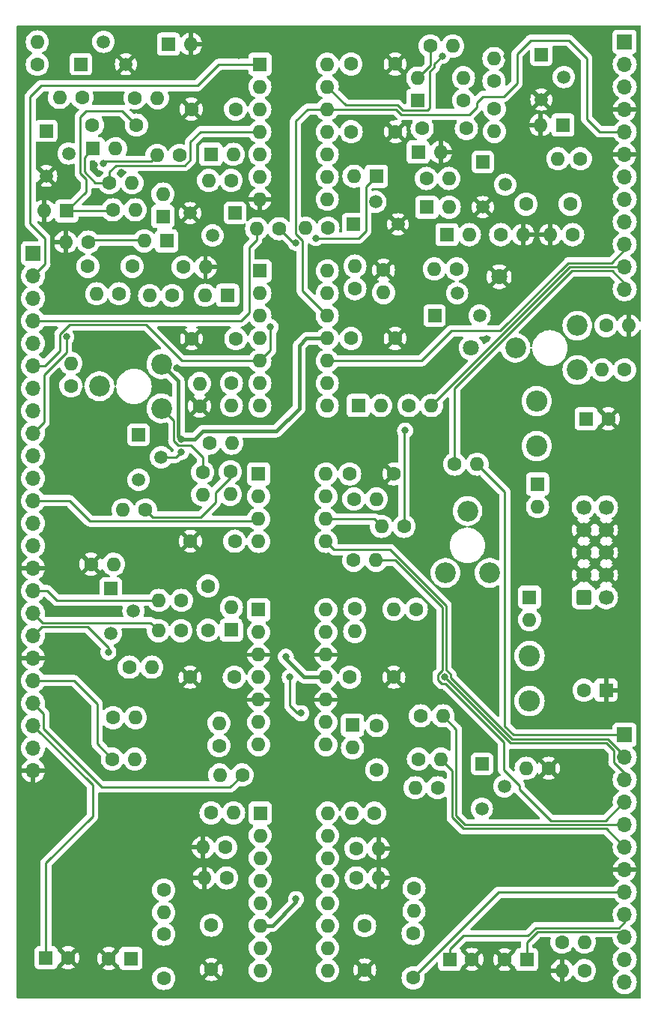
<source format=gbr>
%TF.GenerationSoftware,KiCad,Pcbnew,7.0.1-0*%
%TF.CreationDate,2024-01-26T10:08:15+13:00*%
%TF.ProjectId,MOL,4d4f4c2e-6b69-4636-9164-5f7063625858,rev?*%
%TF.SameCoordinates,Original*%
%TF.FileFunction,Copper,L2,Bot*%
%TF.FilePolarity,Positive*%
%FSLAX46Y46*%
G04 Gerber Fmt 4.6, Leading zero omitted, Abs format (unit mm)*
G04 Created by KiCad (PCBNEW 7.0.1-0) date 2024-01-26 10:08:15*
%MOMM*%
%LPD*%
G01*
G04 APERTURE LIST*
G04 Aperture macros list*
%AMRoundRect*
0 Rectangle with rounded corners*
0 $1 Rounding radius*
0 $2 $3 $4 $5 $6 $7 $8 $9 X,Y pos of 4 corners*
0 Add a 4 corners polygon primitive as box body*
4,1,4,$2,$3,$4,$5,$6,$7,$8,$9,$2,$3,0*
0 Add four circle primitives for the rounded corners*
1,1,$1+$1,$2,$3*
1,1,$1+$1,$4,$5*
1,1,$1+$1,$6,$7*
1,1,$1+$1,$8,$9*
0 Add four rect primitives between the rounded corners*
20,1,$1+$1,$2,$3,$4,$5,0*
20,1,$1+$1,$4,$5,$6,$7,0*
20,1,$1+$1,$6,$7,$8,$9,0*
20,1,$1+$1,$8,$9,$2,$3,0*%
G04 Aperture macros list end*
%TA.AperFunction,ComponentPad*%
%ADD10C,1.500000*%
%TD*%
%TA.AperFunction,ComponentPad*%
%ADD11R,1.500000X1.500000*%
%TD*%
%TA.AperFunction,ComponentPad*%
%ADD12O,1.600000X1.600000*%
%TD*%
%TA.AperFunction,ComponentPad*%
%ADD13R,1.600000X1.600000*%
%TD*%
%TA.AperFunction,ComponentPad*%
%ADD14C,1.600000*%
%TD*%
%TA.AperFunction,ComponentPad*%
%ADD15O,2.400000X2.400000*%
%TD*%
%TA.AperFunction,ComponentPad*%
%ADD16C,2.400000*%
%TD*%
%TA.AperFunction,ComponentPad*%
%ADD17C,2.340000*%
%TD*%
%TA.AperFunction,ComponentPad*%
%ADD18O,1.700000X1.700000*%
%TD*%
%TA.AperFunction,ComponentPad*%
%ADD19R,1.700000X1.700000*%
%TD*%
%TA.AperFunction,ComponentPad*%
%ADD20C,1.700000*%
%TD*%
%TA.AperFunction,ComponentPad*%
%ADD21RoundRect,0.250000X-0.600000X-0.600000X0.600000X-0.600000X0.600000X0.600000X-0.600000X0.600000X0*%
%TD*%
%TA.AperFunction,ComponentPad*%
%ADD22C,1.800000*%
%TD*%
%TA.AperFunction,ViaPad*%
%ADD23C,0.800000*%
%TD*%
%TA.AperFunction,Conductor*%
%ADD24C,0.400000*%
%TD*%
%TA.AperFunction,Conductor*%
%ADD25C,0.250000*%
%TD*%
G04 APERTURE END LIST*
D10*
%TO.P,Q8,3,C*%
%TO.N,Net-(Q8-C)*%
X74005000Y-123615000D03*
%TO.P,Q8,2,B*%
%TO.N,Net-(D14-A)*%
X76545000Y-121075000D03*
D11*
%TO.P,Q8,1,E*%
%TO.N,Net-(Q8-E)*%
X74005000Y-118535000D03*
%TD*%
D12*
%TO.P,D10,2,A*%
%TO.N,Net-(D10-A)*%
X59535686Y-52175000D03*
D13*
%TO.P,D10,1,K*%
%TO.N,Net-(D10-K)*%
X62075686Y-52175000D03*
%TD*%
D10*
%TO.P,Q1,3,E*%
%TO.N,GND*%
X33740000Y-39520000D03*
%TO.P,Q1,2,B*%
%TO.N,Net-(D3-K)*%
X31200000Y-36980000D03*
D11*
%TO.P,Q1,1,C*%
%TO.N,Net-(Q1-C)*%
X28660000Y-39520000D03*
%TD*%
D12*
%TO.P,R33,2*%
%TO.N,Net-(Q7-E)*%
X32345000Y-96000000D03*
D14*
%TO.P,R33,1*%
%TO.N,GND*%
X29805000Y-96000000D03*
%TD*%
%TO.P,C21,2*%
%TO.N,Net-(D13-A)*%
X43025000Y-98450000D03*
%TO.P,C21,1*%
%TO.N,Net-(D13-K)*%
X43025000Y-103450000D03*
%TD*%
D12*
%TO.P,R17,2*%
%TO.N,+12V*%
X71925000Y-41060000D03*
D14*
%TO.P,R17,1*%
%TO.N,/Fastest ADSR in the West/Reset_B*%
X71925000Y-43600000D03*
%TD*%
%TO.P,C1,2*%
%TO.N,Net-(D5-K)*%
X34950000Y-46400000D03*
%TO.P,C1,1*%
%TO.N,/Fastest ADSR in the West/Reset_A*%
X29950000Y-46400000D03*
%TD*%
D12*
%TO.P,R48,2*%
%TO.N,Net-(R48-Pad2)*%
X87605000Y-74050000D03*
D14*
%TO.P,R48,1*%
%TO.N,+12V*%
X90145000Y-74050000D03*
%TD*%
D12*
%TO.P,U2,14*%
%TO.N,Net-(Offset_B1-Pad3)*%
X56520000Y-62875000D03*
%TO.P,U2,13,-*%
%TO.N,Net-(U2D--)*%
X56520000Y-65415000D03*
%TO.P,U2,12,+*%
%TO.N,/Control/Discharge_B*%
X56520000Y-67955000D03*
%TO.P,U2,11,V-*%
%TO.N,-12V*%
X56520000Y-70495000D03*
%TO.P,U2,10,+*%
%TO.N,/Control/Sustain_2_B*%
X56520000Y-73035000D03*
%TO.P,U2,9,-*%
%TO.N,Net-(D11-K)*%
X56520000Y-75575000D03*
%TO.P,U2,8*%
X56520000Y-78115000D03*
%TO.P,U2,7*%
%TO.N,Net-(Offset_A1-Pad3)*%
X48900000Y-78115000D03*
%TO.P,U2,6,-*%
%TO.N,Net-(U2B--)*%
X48900000Y-75575000D03*
%TO.P,U2,5,+*%
%TO.N,/Control/Discharge_A*%
X48900000Y-73035000D03*
%TO.P,U2,4,V+*%
%TO.N,+12V*%
X48900000Y-70495000D03*
%TO.P,U2,3,+*%
%TO.N,/Control/Sustain_2_A*%
X48900000Y-67955000D03*
%TO.P,U2,2,-*%
%TO.N,Net-(D8-K)*%
X48900000Y-65415000D03*
D13*
%TO.P,U2,1*%
X48900000Y-62875000D03*
%TD*%
D12*
%TO.P,R25,2*%
%TO.N,Net-(U2D--)*%
X62875000Y-65320000D03*
D14*
%TO.P,R25,1*%
%TO.N,GND*%
X62875000Y-62780000D03*
%TD*%
D12*
%TO.P,R20,2*%
%TO.N,/Control/Attack_1_B*%
X48530000Y-58100000D03*
D14*
%TO.P,R20,1*%
%TO.N,Net-(D10-K)*%
X51070000Y-58100000D03*
%TD*%
D12*
%TO.P,D12,2,A*%
%TO.N,Net-(D12-A)*%
X66750000Y-41085686D03*
D13*
%TO.P,D12,1,K*%
%TO.N,/Fastest ADSR in the West/Reset_B*%
X66750000Y-43625686D03*
%TD*%
D12*
%TO.P,U3,16*%
%TO.N,Net-(R41-Pad2)*%
X56550000Y-124100000D03*
%TO.P,U3,15,DIODE_BIAS*%
%TO.N,unconnected-(U3A-DIODE_BIAS-Pad15)*%
X56550000Y-126640000D03*
%TO.P,U3,14,+*%
%TO.N,Net-(U3A-+)*%
X56550000Y-129180000D03*
%TO.P,U3,13,-*%
%TO.N,Net-(U3A--)*%
X56550000Y-131720000D03*
%TO.P,U3,12*%
%TO.N,Net-(U4D--)*%
X56550000Y-134260000D03*
%TO.P,U3,11,V+*%
%TO.N,+12V*%
X56550000Y-136800000D03*
%TO.P,U3,10*%
%TO.N,unconnected-(U3-Pad10)*%
X56550000Y-139340000D03*
%TO.P,U3,9*%
%TO.N,unconnected-(U3-Pad9)*%
X56550000Y-141880000D03*
%TO.P,U3,8*%
%TO.N,unconnected-(U3-Pad8)*%
X48930000Y-141880000D03*
%TO.P,U3,7*%
%TO.N,unconnected-(U3-Pad7)*%
X48930000Y-139340000D03*
%TO.P,U3,6,V-*%
%TO.N,-12V*%
X48930000Y-136800000D03*
%TO.P,U3,5*%
%TO.N,Net-(U4B--)*%
X48930000Y-134260000D03*
%TO.P,U3,4,-*%
%TO.N,Net-(U3C--)*%
X48930000Y-131720000D03*
%TO.P,U3,3,+*%
%TO.N,Net-(U3C-+)*%
X48930000Y-129180000D03*
%TO.P,U3,2,DIODE_BIAS*%
%TO.N,unconnected-(U3C-DIODE_BIAS-Pad2)*%
X48930000Y-126640000D03*
D13*
%TO.P,U3,1*%
%TO.N,Net-(R32-Pad2)*%
X48930000Y-124100000D03*
%TD*%
D12*
%TO.P,R8,2*%
%TO.N,/Control/Attack_1_A*%
X37255000Y-49825000D03*
D14*
%TO.P,R8,1*%
%TO.N,Net-(D6-K)*%
X39795000Y-49825000D03*
%TD*%
D12*
%TO.P,R62,2*%
%TO.N,GND*%
X78670000Y-58775000D03*
D14*
%TO.P,R62,1*%
%TO.N,Net-(D17-A)*%
X76130000Y-58775000D03*
%TD*%
D12*
%TO.P,D13,2,A*%
%TO.N,Net-(D13-A)*%
X45675000Y-100885685D03*
D13*
%TO.P,D13,1,K*%
%TO.N,Net-(D13-K)*%
X45675000Y-103425685D03*
%TD*%
D14*
%TO.P,C13,2*%
%TO.N,GND*%
X41000000Y-108750000D03*
%TO.P,C13,1*%
%TO.N,+12V*%
X46000000Y-108750000D03*
%TD*%
D12*
%TO.P,R23,2*%
%TO.N,+12V*%
X34745000Y-118000000D03*
D14*
%TO.P,R23,1*%
%TO.N,/Control/Sustain_3_B*%
X32205000Y-118000000D03*
%TD*%
%TO.P,C3,2*%
%TO.N,GND*%
X41175000Y-70525000D03*
%TO.P,C3,1*%
%TO.N,+12V*%
X46175000Y-70525000D03*
%TD*%
D12*
%TO.P,U4,14*%
%TO.N,Net-(R43-Pad1)*%
X56370000Y-101150000D03*
%TO.P,U4,13,-*%
%TO.N,Net-(U4D--)*%
X56370000Y-103690000D03*
%TO.P,U4,12,+*%
%TO.N,GND*%
X56370000Y-106230000D03*
%TO.P,U4,11,V-*%
%TO.N,-12V*%
X56370000Y-108770000D03*
%TO.P,U4,10,+*%
%TO.N,GND*%
X56370000Y-111310000D03*
%TO.P,U4,9,-*%
%TO.N,Net-(D14-K)*%
X56370000Y-113850000D03*
%TO.P,U4,8*%
%TO.N,Net-(D14-A)*%
X56370000Y-116390000D03*
%TO.P,U4,7*%
%TO.N,Net-(R30-Pad2)*%
X48750000Y-116390000D03*
%TO.P,U4,6,-*%
%TO.N,Net-(U4B--)*%
X48750000Y-113850000D03*
%TO.P,U4,5,+*%
%TO.N,GND*%
X48750000Y-111310000D03*
%TO.P,U4,4,V+*%
%TO.N,+12V*%
X48750000Y-108770000D03*
%TO.P,U4,3,+*%
%TO.N,GND*%
X48750000Y-106230000D03*
%TO.P,U4,2,-*%
%TO.N,Net-(D13-K)*%
X48750000Y-103690000D03*
D13*
%TO.P,U4,1*%
%TO.N,Net-(D13-A)*%
X48750000Y-101150000D03*
%TD*%
D12*
%TO.P,R24,2*%
%TO.N,Net-(Offset_B1-Pad3)*%
X59650000Y-62330000D03*
D14*
%TO.P,R24,1*%
%TO.N,Net-(U2D--)*%
X59650000Y-64870000D03*
%TD*%
D10*
%TO.P,Q5,3,E*%
%TO.N,GND*%
X74105000Y-55665000D03*
%TO.P,Q5,2,B*%
%TO.N,Net-(Q5-B)*%
X76645000Y-53125000D03*
D11*
%TO.P,Q5,1,C*%
%TO.N,/Fastest ADSR in the West/Reset_B*%
X74105000Y-50585000D03*
%TD*%
D12*
%TO.P,R43,2*%
%TO.N,Net-(U4D--)*%
X59625000Y-103595000D03*
D14*
%TO.P,R43,1*%
%TO.N,Net-(R43-Pad1)*%
X59625000Y-101055000D03*
%TD*%
D12*
%TO.P,D11,2,A*%
%TO.N,Net-(D11-A)*%
X62564315Y-78075000D03*
D13*
%TO.P,D11,1,K*%
%TO.N,Net-(D11-K)*%
X60024315Y-78075000D03*
%TD*%
D12*
%TO.P,R51,2*%
%TO.N,GND*%
X83065000Y-141890000D03*
D14*
%TO.P,R51,1*%
%TO.N,/Fastest ADSR in the West/5.4v_Ref*%
X85605000Y-141890000D03*
%TD*%
%TO.P,C25,2*%
%TO.N,GND*%
X64200000Y-39500000D03*
%TO.P,C25,1*%
%TO.N,+12V*%
X59200000Y-39500000D03*
%TD*%
%TO.P,C17,2*%
%TO.N,GND*%
X64050000Y-85800000D03*
%TO.P,C17,1*%
%TO.N,+12V*%
X59050000Y-85800000D03*
%TD*%
D12*
%TO.P,R16,2*%
%TO.N,Net-(Q5-B)*%
X75425000Y-47120000D03*
D14*
%TO.P,R16,1*%
%TO.N,Net-(Q4-C)*%
X75425000Y-44580000D03*
%TD*%
D15*
%TO.P,FB1,2*%
%TO.N,+12V*%
X80200000Y-77585000D03*
D16*
%TO.P,FB1,1*%
%TO.N,/Power Supply/PolPlus*%
X80200000Y-82665000D03*
%TD*%
D12*
%TO.P,D4,2,A*%
%TO.N,GND*%
X80635000Y-46400000D03*
D13*
%TO.P,D4,1,K*%
%TO.N,Net-(D4-K)*%
X83175000Y-46400000D03*
%TD*%
D12*
%TO.P,R52,2*%
%TO.N,Net-(U5B--)*%
X62660000Y-91725000D03*
D14*
%TO.P,R52,1*%
%TO.N,Net-(Offset_B1-Pad3)*%
X65200000Y-91725000D03*
%TD*%
D12*
%TO.P,R7,2*%
%TO.N,+12V*%
X43105000Y-52650000D03*
D14*
%TO.P,R7,1*%
%TO.N,Net-(Q2-C)*%
X45645000Y-52650000D03*
%TD*%
D12*
%TO.P,R2,2*%
%TO.N,Net-(D4-K)*%
X82605000Y-50200000D03*
D14*
%TO.P,R2,1*%
%TO.N,/Control/Gate_in_B*%
X85145000Y-50200000D03*
%TD*%
D12*
%TO.P,R13,2*%
%TO.N,Net-(Offset_A1-Pad3)*%
X45675000Y-78070000D03*
D14*
%TO.P,R13,1*%
%TO.N,Net-(U2B--)*%
X45675000Y-75530000D03*
%TD*%
D17*
%TO.P,REF_ADJ_A1,3,3*%
%TO.N,Net-(R48-Pad2)*%
X84800000Y-74050000D03*
%TO.P,REF_ADJ_A1,2,2*%
%TO.N,/Control/5v_ref*%
X77800000Y-71550000D03*
%TO.P,REF_ADJ_A1,1,1*%
%TO.N,Net-(R49-Pad1)*%
X84800000Y-69050000D03*
%TD*%
D12*
%TO.P,R46,2*%
%TO.N,Net-(U5A--)*%
X42425000Y-88145000D03*
D14*
%TO.P,R46,1*%
%TO.N,Net-(Offset_A1-Pad3)*%
X42425000Y-85605000D03*
%TD*%
D12*
%TO.P,R11,2*%
%TO.N,/Control/Decay_1_A*%
X36435000Y-65650000D03*
D14*
%TO.P,R11,1*%
%TO.N,Net-(D8-A)*%
X38975000Y-65650000D03*
%TD*%
D12*
%TO.P,R30,2*%
%TO.N,Net-(R30-Pad2)*%
X44355000Y-119800000D03*
D14*
%TO.P,R30,1*%
%TO.N,/Control/Audio_Out_A*%
X46895000Y-119800000D03*
%TD*%
D12*
%TO.P,D1,2,A*%
%TO.N,/Power Supply/EuroPower-pos*%
X80300000Y-89491814D03*
D13*
%TO.P,D1,1,K*%
%TO.N,/Power Supply/PolPlus*%
X80300000Y-86951814D03*
%TD*%
D12*
%TO.P,D18,2,A*%
%TO.N,Net-(D18-A)*%
X70314315Y-55675000D03*
D13*
%TO.P,D18,1,K*%
%TO.N,Net-(D17-K)*%
X67774315Y-55675000D03*
%TD*%
D12*
%TO.P,D15,2,A*%
%TO.N,Net-(D15-A)*%
X37925000Y-54185686D03*
D13*
%TO.P,D15,1,K*%
%TO.N,Net-(D15-K)*%
X37925000Y-56725686D03*
%TD*%
D14*
%TO.P,C16,2*%
%TO.N,-12V*%
X43400000Y-136770000D03*
%TO.P,C16,1*%
%TO.N,GND*%
X43400000Y-141770000D03*
%TD*%
D12*
%TO.P,R9,2*%
%TO.N,/Control/Release_1_A*%
X30435000Y-65450000D03*
D14*
%TO.P,R9,1*%
%TO.N,Net-(D7-A)*%
X32975000Y-65450000D03*
%TD*%
%TO.P,C8,2*%
%TO.N,Net-(D9-K)*%
X67250000Y-46775000D03*
%TO.P,C8,1*%
%TO.N,/Fastest ADSR in the West/Reset_B*%
X72250000Y-46775000D03*
%TD*%
D12*
%TO.P,R40,2*%
%TO.N,Net-(D14-K)*%
X66455000Y-121250000D03*
D14*
%TO.P,R40,1*%
%TO.N,Net-(Q8-E)*%
X68995000Y-121250000D03*
%TD*%
%TO.P,C2,2*%
%TO.N,GND*%
X41150000Y-44600000D03*
%TO.P,C2,1*%
%TO.N,Net-(U1A-CV)*%
X46150000Y-44600000D03*
%TD*%
D12*
%TO.P,U1,14,VCC*%
%TO.N,+12V*%
X56520000Y-39525000D03*
%TO.P,U1,13,DIS*%
%TO.N,/Control/Sustain_1_B*%
X56520000Y-42065000D03*
%TO.P,U1,12,THR*%
%TO.N,/Control/Discharge_B*%
X56520000Y-44605000D03*
%TO.P,U1,11,CV*%
%TO.N,Net-(U1B-CV)*%
X56520000Y-47145000D03*
%TO.P,U1,10,R*%
%TO.N,/Fastest ADSR in the West/Reset_B*%
X56520000Y-49685000D03*
%TO.P,U1,9,Q*%
%TO.N,Net-(D10-A)*%
X56520000Y-52225000D03*
%TO.P,U1,8,TR*%
%TO.N,Net-(Q6-C)*%
X56520000Y-54765000D03*
%TO.P,U1,7,GND*%
%TO.N,GND*%
X48900000Y-54765000D03*
%TO.P,U1,6,TR*%
%TO.N,Net-(Q2-C)*%
X48900000Y-52225000D03*
%TO.P,U1,5,Q*%
%TO.N,Net-(D6-A)*%
X48900000Y-49685000D03*
%TO.P,U1,4,R*%
%TO.N,/Fastest ADSR in the West/Reset_A*%
X48900000Y-47145000D03*
%TO.P,U1,3,CV*%
%TO.N,Net-(U1A-CV)*%
X48900000Y-44605000D03*
%TO.P,U1,2,THR*%
%TO.N,/Control/Discharge_A*%
X48900000Y-42065000D03*
D13*
%TO.P,U1,1,DIS*%
%TO.N,/Control/Sustain_1_A*%
X48900000Y-39525000D03*
%TD*%
D10*
%TO.P,Q9,3,E*%
%TO.N,/Control/EG_LED_Anode_A*%
X35180000Y-86465000D03*
%TO.P,Q9,2,B*%
%TO.N,Net-(Q9-B)*%
X37720000Y-83925000D03*
D11*
%TO.P,Q9,1,C*%
%TO.N,+12V*%
X35180000Y-81385000D03*
%TD*%
D12*
%TO.P,D8,2,A*%
%TO.N,Net-(D8-A)*%
X42710686Y-65625000D03*
D13*
%TO.P,D8,1,K*%
%TO.N,Net-(D8-K)*%
X45250686Y-65625000D03*
%TD*%
D12*
%TO.P,R53,2*%
%TO.N,/Control/InvEnv_Out_B*%
X62045000Y-95550000D03*
D14*
%TO.P,R53,1*%
%TO.N,Net-(R53-Pad1)*%
X59505000Y-95550000D03*
%TD*%
D12*
%TO.P,U5,8,V+*%
%TO.N,+12V*%
X56370000Y-85800000D03*
%TO.P,U5,7*%
%TO.N,Net-(R53-Pad1)*%
X56370000Y-88340000D03*
%TO.P,U5,6,-*%
%TO.N,Net-(U5B--)*%
X56370000Y-90880000D03*
%TO.P,U5,5,+*%
%TO.N,/Control/inv_offset_B*%
X56370000Y-93420000D03*
%TO.P,U5,4,V-*%
%TO.N,-12V*%
X48750000Y-93420000D03*
%TO.P,U5,3,+*%
%TO.N,/Control/inv_offset_A*%
X48750000Y-90880000D03*
%TO.P,U5,2,-*%
%TO.N,Net-(U5A--)*%
X48750000Y-88340000D03*
D13*
%TO.P,U5,1*%
%TO.N,Net-(R45-Pad1)*%
X48750000Y-85800000D03*
%TD*%
D12*
%TO.P,R32,2*%
%TO.N,Net-(R32-Pad2)*%
X45920000Y-124075000D03*
D14*
%TO.P,R32,1*%
%TO.N,Net-(Q7-C)*%
X43380000Y-124075000D03*
%TD*%
D12*
%TO.P,R21,2*%
%TO.N,/Control/Decay_1_B*%
X68295000Y-78075000D03*
D14*
%TO.P,R21,1*%
%TO.N,Net-(D11-A)*%
X65755000Y-78075000D03*
%TD*%
%TO.P,C10,2*%
%TO.N,GND*%
X31805113Y-140525000D03*
D13*
%TO.P,C10,1*%
%TO.N,/Control/Short_A*%
X34305113Y-140525000D03*
%TD*%
D14*
%TO.P,C15,2*%
%TO.N,GND*%
X60750000Y-141820000D03*
%TO.P,C15,1*%
%TO.N,+12V*%
X60750000Y-136820000D03*
%TD*%
D12*
%TO.P,R44,2*%
%TO.N,Net-(R43-Pad1)*%
X64055000Y-101075000D03*
D14*
%TO.P,R44,1*%
%TO.N,/Control/Audio_Out_B*%
X66595000Y-101075000D03*
%TD*%
D12*
%TO.P,D17,2,A*%
%TO.N,Net-(D17-A)*%
X72589315Y-58775000D03*
D13*
%TO.P,D17,1,K*%
%TO.N,Net-(D17-K)*%
X70049315Y-58775000D03*
%TD*%
D14*
%TO.P,C23,2*%
%TO.N,GND*%
X72875000Y-140625000D03*
D13*
%TO.P,C23,1*%
%TO.N,/Control/Long_B*%
X70375000Y-140625000D03*
%TD*%
D14*
%TO.P,C5,2*%
%TO.N,GND*%
X27205113Y-140450000D03*
D13*
%TO.P,C5,1*%
%TO.N,/Control/Long_A*%
X24705113Y-140450000D03*
%TD*%
D12*
%TO.P,R38,2*%
%TO.N,GND*%
X62345000Y-131425000D03*
D14*
%TO.P,R38,1*%
%TO.N,Net-(U3A--)*%
X59805000Y-131425000D03*
%TD*%
D12*
%TO.P,R34,2*%
%TO.N,Net-(D13-K)*%
X36670000Y-107625000D03*
D14*
%TO.P,R34,1*%
%TO.N,Net-(Q7-E)*%
X34130000Y-107625000D03*
%TD*%
%TO.P,C7,2*%
%TO.N,-12V*%
X85550000Y-110225000D03*
D13*
%TO.P,C7,1*%
%TO.N,GND*%
X88050000Y-110225000D03*
%TD*%
D12*
%TO.P,R63,2*%
%TO.N,/Control/CV_In_10v_A*%
X37485000Y-100075000D03*
D14*
%TO.P,R63,1*%
%TO.N,Net-(D13-K)*%
X40025000Y-100075000D03*
%TD*%
D12*
%TO.P,R35,2*%
%TO.N,/Control/CV_In_5v_A*%
X37430000Y-103500000D03*
D14*
%TO.P,R35,1*%
%TO.N,Net-(D13-K)*%
X39970000Y-103500000D03*
%TD*%
D10*
%TO.P,Q6,3,E*%
%TO.N,GND*%
X64505000Y-57600000D03*
%TO.P,Q6,2,B*%
%TO.N,Net-(D17-K)*%
X61965000Y-55060000D03*
D11*
%TO.P,Q6,1,C*%
%TO.N,Net-(Q6-C)*%
X59425000Y-57600000D03*
%TD*%
D12*
%TO.P,R18,2*%
%TO.N,Net-(D18-A)*%
X70270000Y-52425000D03*
D14*
%TO.P,R18,1*%
%TO.N,Net-(D9-K)*%
X67730000Y-52425000D03*
%TD*%
D12*
%TO.P,D14,2,A*%
%TO.N,Net-(D14-A)*%
X59375000Y-116714315D03*
D13*
%TO.P,D14,1,K*%
%TO.N,Net-(D14-K)*%
X59375000Y-114174315D03*
%TD*%
D14*
%TO.P,C24,2*%
%TO.N,GND*%
X76575000Y-140650000D03*
D13*
%TO.P,C24,1*%
%TO.N,/Control/Short_B*%
X79075000Y-140650000D03*
%TD*%
D14*
%TO.P,C9,2*%
%TO.N,GND*%
X64225000Y-47150000D03*
%TO.P,C9,1*%
%TO.N,Net-(U1B-CV)*%
X59225000Y-47150000D03*
%TD*%
D10*
%TO.P,Q3,3,E*%
%TO.N,GND*%
X24730000Y-52140000D03*
%TO.P,Q3,2,B*%
%TO.N,Net-(Q3-B)*%
X27270000Y-49600000D03*
D11*
%TO.P,Q3,1,C*%
%TO.N,/Fastest ADSR in the West/Reset_A*%
X24730000Y-47060000D03*
%TD*%
D10*
%TO.P,Q7,3,C*%
%TO.N,Net-(Q7-C)*%
X32055000Y-103815000D03*
%TO.P,Q7,2,B*%
%TO.N,Net-(D13-A)*%
X34595000Y-101275000D03*
D11*
%TO.P,Q7,1,E*%
%TO.N,Net-(Q7-E)*%
X32055000Y-98735000D03*
%TD*%
D12*
%TO.P,R12,2*%
%TO.N,/Control/Env_Out_A*%
X27525000Y-73310000D03*
D14*
%TO.P,R12,1*%
%TO.N,/Control/Env_A*%
X27525000Y-75850000D03*
%TD*%
D12*
%TO.P,R1,2*%
%TO.N,Net-(D3-K)*%
X23725000Y-37005000D03*
D14*
%TO.P,R1,1*%
%TO.N,/Control/Gate_in_A*%
X23725000Y-39545000D03*
%TD*%
D12*
%TO.P,R15,2*%
%TO.N,+12V*%
X75375000Y-38880000D03*
D14*
%TO.P,R15,1*%
%TO.N,Net-(Q4-C)*%
X75375000Y-41420000D03*
%TD*%
D12*
%TO.P,R42,2*%
%TO.N,Net-(Q8-E)*%
X79010000Y-119050000D03*
D14*
%TO.P,R42,1*%
%TO.N,GND*%
X81550000Y-119050000D03*
%TD*%
D12*
%TO.P,D6,2,A*%
%TO.N,Net-(D6-A)*%
X45889315Y-49700000D03*
D13*
%TO.P,D6,1,K*%
%TO.N,Net-(D6-K)*%
X43349315Y-49700000D03*
%TD*%
D12*
%TO.P,R41,2*%
%TO.N,Net-(R41-Pad2)*%
X59330000Y-124100000D03*
D14*
%TO.P,R41,1*%
%TO.N,Net-(Q8-C)*%
X61870000Y-124100000D03*
%TD*%
D12*
%TO.P,R50,2*%
%TO.N,/Fastest ADSR in the West/5.4v_Ref*%
X85600000Y-138675000D03*
D14*
%TO.P,R50,1*%
%TO.N,+12V*%
X83060000Y-138675000D03*
%TD*%
D12*
%TO.P,R60,2*%
%TO.N,GND*%
X26935000Y-59610000D03*
D14*
%TO.P,R60,1*%
%TO.N,Net-(D16-A)*%
X29475000Y-59610000D03*
%TD*%
D12*
%TO.P,R22,2*%
%TO.N,/Control/Release_1_B*%
X70705000Y-37470000D03*
D14*
%TO.P,R22,1*%
%TO.N,Net-(D12-A)*%
X68165000Y-37470000D03*
%TD*%
D12*
%TO.P,R49,2*%
%TO.N,GND*%
X90595000Y-69050000D03*
D14*
%TO.P,R49,1*%
%TO.N,Net-(R49-Pad1)*%
X88055000Y-69050000D03*
%TD*%
%TO.P,C18,2*%
%TO.N,-12V*%
X46050000Y-93400000D03*
%TO.P,C18,1*%
%TO.N,GND*%
X41050000Y-93400000D03*
%TD*%
D12*
%TO.P,R68,2*%
%TO.N,/Control/CV_In_10v_B*%
X69370000Y-118000000D03*
D14*
%TO.P,R68,1*%
%TO.N,Net-(D14-K)*%
X66830000Y-118000000D03*
%TD*%
D15*
%TO.P,FB2,2*%
%TO.N,-12V*%
X79400000Y-111455000D03*
D16*
%TO.P,FB2,1*%
%TO.N,/Power Supply/PolNeg*%
X79400000Y-106375000D03*
%TD*%
D10*
%TO.P,Q2,3,E*%
%TO.N,GND*%
X41010000Y-56330000D03*
%TO.P,Q2,2,B*%
%TO.N,Net-(D15-K)*%
X43550000Y-58870000D03*
D11*
%TO.P,Q2,1,C*%
%TO.N,Net-(Q2-C)*%
X46090000Y-56330000D03*
%TD*%
D12*
%TO.P,R10,2*%
%TO.N,+12V*%
X34820000Y-113325000D03*
D14*
%TO.P,R10,1*%
%TO.N,/Control/Sustain_3_A*%
X32280000Y-113325000D03*
%TD*%
D12*
%TO.P,R14,2*%
%TO.N,Net-(U2B--)*%
X42075000Y-75585000D03*
D14*
%TO.P,R14,1*%
%TO.N,GND*%
X42075000Y-78125000D03*
%TD*%
D18*
%TO.P,J27,12,Pin_12*%
%TO.N,/Control/Audio_In_A*%
X90150000Y-143200000D03*
%TO.P,J27,11,Pin_11*%
%TO.N,/Fastest ADSR in the West/5.4v_Ref*%
X90150000Y-140660000D03*
%TO.P,J27,10,Pin_10*%
%TO.N,/Control/Short_B*%
X90150000Y-138120000D03*
%TO.P,J27,9,Pin_9*%
%TO.N,/Control/Long_B*%
X90150000Y-135580000D03*
%TO.P,J27,8,Pin_8*%
%TO.N,/Control/Audio_In_B*%
X90150000Y-133040000D03*
%TO.P,J27,7,Pin_7*%
%TO.N,GND*%
X90150000Y-130500000D03*
%TO.P,J27,6,Pin_6*%
%TO.N,/Control/CV_In_10v_B*%
X90150000Y-127960000D03*
%TO.P,J27,5,Pin_5*%
%TO.N,/Control/CV_In_5v_B*%
X90150000Y-125420000D03*
%TO.P,J27,4,Pin_4*%
%TO.N,/Control/InvEnv_Out_B*%
X90150000Y-122880000D03*
%TO.P,J27,3,Pin_3*%
%TO.N,/Control/Audio_Out_B*%
X90150000Y-120340000D03*
%TO.P,J27,2,Pin_2*%
%TO.N,/Control/inv_offset_B*%
X90150000Y-117800000D03*
D19*
%TO.P,J27,1,Pin_1*%
%TO.N,/Control/Env_Out_B*%
X90150000Y-115260000D03*
%TD*%
D14*
%TO.P,C19,2*%
%TO.N,Net-(D16-A)*%
X29450000Y-62350000D03*
%TO.P,C19,1*%
%TO.N,/Control/ReTrigger_A*%
X34450000Y-62350000D03*
%TD*%
D12*
%TO.P,R57,2*%
%TO.N,Net-(Offset_B1-Pad3)*%
X68630000Y-62650000D03*
D14*
%TO.P,R57,1*%
%TO.N,Net-(Q10-B)*%
X71170000Y-62650000D03*
%TD*%
D12*
%TO.P,R47,2*%
%TO.N,/Control/InvEnv_Out_A*%
X33415000Y-89870000D03*
D14*
%TO.P,R47,1*%
%TO.N,Net-(R45-Pad1)*%
X35955000Y-89870000D03*
%TD*%
D12*
%TO.P,R37,2*%
%TO.N,GND*%
X62315000Y-128100000D03*
D14*
%TO.P,R37,1*%
%TO.N,Net-(U3A-+)*%
X59775000Y-128100000D03*
%TD*%
D12*
%TO.P,D3,2,A*%
%TO.N,GND*%
X41089315Y-37260000D03*
D13*
%TO.P,D3,1,K*%
%TO.N,Net-(D3-K)*%
X38549315Y-37260000D03*
%TD*%
D14*
%TO.P,C22,2*%
%TO.N,Net-(D14-A)*%
X62125000Y-119225000D03*
%TO.P,C22,1*%
%TO.N,Net-(D14-K)*%
X62125000Y-114225000D03*
%TD*%
%TO.P,C14,2*%
%TO.N,-12V*%
X59050000Y-108750000D03*
%TO.P,C14,1*%
%TO.N,GND*%
X64050000Y-108750000D03*
%TD*%
D12*
%TO.P,D2,2,A*%
%TO.N,/Power Supply/PolNeg*%
X79400000Y-102265000D03*
D13*
%TO.P,D2,1,K*%
%TO.N,/Power Supply/EuroPower-neg*%
X79400000Y-99725000D03*
%TD*%
D12*
%TO.P,R26,2*%
%TO.N,/Control/Env_Out_B*%
X73470000Y-84700000D03*
D14*
%TO.P,R26,1*%
%TO.N,/Control/Env_B*%
X70930000Y-84700000D03*
%TD*%
D12*
%TO.P,R28,2*%
%TO.N,GND*%
X42585000Y-131425000D03*
D14*
%TO.P,R28,1*%
%TO.N,Net-(U3C--)*%
X45125000Y-131425000D03*
%TD*%
D12*
%TO.P,R55,2*%
%TO.N,Net-(Offset_A1-Pad3)*%
X45715000Y-82325000D03*
D14*
%TO.P,R55,1*%
%TO.N,Net-(Q9-B)*%
X43175000Y-82325000D03*
%TD*%
D10*
%TO.P,Q4,3,E*%
%TO.N,GND*%
X80730000Y-43515000D03*
%TO.P,Q4,2,B*%
%TO.N,Net-(D4-K)*%
X83270000Y-40975000D03*
D11*
%TO.P,Q4,1,C*%
%TO.N,Net-(Q4-C)*%
X80730000Y-38435000D03*
%TD*%
D14*
%TO.P,C11,2*%
%TO.N,Net-(C11-Pad2)*%
X38025000Y-137775000D03*
%TO.P,C11,1*%
%TO.N,/Control/Audio_In_A*%
X38025000Y-142775000D03*
%TD*%
D12*
%TO.P,R4,2*%
%TO.N,Net-(Q3-B)*%
X26235000Y-43275000D03*
D14*
%TO.P,R4,1*%
%TO.N,Net-(Q1-C)*%
X28775000Y-43275000D03*
%TD*%
D18*
%TO.P,J25,12,Pin_12*%
%TO.N,/Control/Env_B*%
X90150000Y-64940000D03*
%TO.P,J25,11,Pin_11*%
%TO.N,/Control/Decay_1_B*%
X90150000Y-62400000D03*
%TO.P,J25,10,Pin_10*%
%TO.N,/Control/Sustain_2_B*%
X90150000Y-59860000D03*
%TO.P,J25,9,Pin_9*%
%TO.N,/Control/5v_ref*%
X90150000Y-57320000D03*
%TO.P,J25,8,Pin_8*%
%TO.N,/Control/EG_LED_Anode_B*%
X90150000Y-54780000D03*
%TO.P,J25,7,Pin_7*%
%TO.N,/Control/ReTrigger_B*%
X90150000Y-52240000D03*
%TO.P,J25,6,Pin_6*%
%TO.N,GND*%
X90150000Y-49700000D03*
%TO.P,J25,5,Pin_5*%
%TO.N,/Control/Discharge_B*%
X90150000Y-47160000D03*
%TO.P,J25,4,Pin_4*%
%TO.N,GND*%
X90150000Y-44620000D03*
%TO.P,J25,3,Pin_3*%
%TO.N,/Control/Gate_in_B*%
X90150000Y-42080000D03*
%TO.P,J25,2,Pin_2*%
%TO.N,/Control/Sustain_1_B*%
X90150000Y-39540000D03*
D19*
%TO.P,J25,1,Pin_1*%
%TO.N,/Control/Release_1_B*%
X90150000Y-37000000D03*
%TD*%
D12*
%TO.P,R36,2*%
%TO.N,Net-(C12-Pad2)*%
X66325000Y-135170000D03*
D14*
%TO.P,R36,1*%
%TO.N,Net-(U3A--)*%
X66325000Y-132630000D03*
%TD*%
%TO.P,C12,2*%
%TO.N,Net-(C12-Pad2)*%
X66225000Y-137700000D03*
%TO.P,C12,1*%
%TO.N,/Control/Audio_In_B*%
X66225000Y-142700000D03*
%TD*%
D12*
%TO.P,R5,2*%
%TO.N,+12V*%
X34445000Y-52920000D03*
D14*
%TO.P,R5,1*%
%TO.N,/Fastest ADSR in the West/Reset_A*%
X31905000Y-52920000D03*
%TD*%
%TO.P,C6,2*%
%TO.N,GND*%
X88294888Y-79575000D03*
D13*
%TO.P,C6,1*%
%TO.N,+12V*%
X85794888Y-79575000D03*
%TD*%
D17*
%TO.P,Offset_A1,3,3*%
%TO.N,Net-(Offset_A1-Pad3)*%
X37750000Y-78395000D03*
%TO.P,Offset_A1,2,2*%
%TO.N,/Control/Env_A*%
X30750000Y-75895000D03*
%TO.P,Offset_A1,1,1*%
%TO.N,-12V*%
X37750000Y-73395000D03*
%TD*%
D12*
%TO.P,D7,2,A*%
%TO.N,Net-(D7-A)*%
X32564315Y-49075000D03*
D13*
%TO.P,D7,1,K*%
%TO.N,/Fastest ADSR in the West/Reset_A*%
X30024315Y-49075000D03*
%TD*%
D14*
%TO.P,C4,2*%
%TO.N,-12V*%
X59200000Y-70500000D03*
%TO.P,C4,1*%
%TO.N,GND*%
X64200000Y-70500000D03*
%TD*%
D12*
%TO.P,R54,2*%
%TO.N,Net-(U5B--)*%
X62070000Y-88625000D03*
D14*
%TO.P,R54,1*%
%TO.N,Net-(R53-Pad1)*%
X59530000Y-88625000D03*
%TD*%
D17*
%TO.P,Offset_B1,3,3*%
%TO.N,Net-(Offset_B1-Pad3)*%
X69880000Y-96975000D03*
%TO.P,Offset_B1,2,2*%
%TO.N,/Control/Env_B*%
X72380000Y-89975000D03*
%TO.P,Offset_B1,1,1*%
%TO.N,-12V*%
X74880000Y-96975000D03*
%TD*%
D12*
%TO.P,D9,2,A*%
%TO.N,GND*%
X69339314Y-49450000D03*
D13*
%TO.P,D9,1,K*%
%TO.N,Net-(D9-K)*%
X66799314Y-49450000D03*
%TD*%
D12*
%TO.P,R27,2*%
%TO.N,Net-(C11-Pad2)*%
X38025000Y-135345000D03*
D14*
%TO.P,R27,1*%
%TO.N,Net-(U3C--)*%
X38025000Y-132805000D03*
%TD*%
D12*
%TO.P,R39,2*%
%TO.N,/Control/CV_In_5v_B*%
X69595000Y-113125000D03*
D14*
%TO.P,R39,1*%
%TO.N,Net-(D14-K)*%
X67055000Y-113125000D03*
%TD*%
D12*
%TO.P,R45,2*%
%TO.N,Net-(U5A--)*%
X45550000Y-88095000D03*
D14*
%TO.P,R45,1*%
%TO.N,Net-(R45-Pad1)*%
X45550000Y-85555000D03*
%TD*%
D12*
%TO.P,R19,2*%
%TO.N,+12V*%
X54065000Y-58050000D03*
D14*
%TO.P,R19,1*%
%TO.N,Net-(Q6-C)*%
X56605000Y-58050000D03*
%TD*%
D12*
%TO.P,R31,2*%
%TO.N,Net-(U4B--)*%
X44275000Y-113955000D03*
D14*
%TO.P,R31,1*%
%TO.N,Net-(R30-Pad2)*%
X44275000Y-116495000D03*
%TD*%
D12*
%TO.P,R61,2*%
%TO.N,GND*%
X81735000Y-58775000D03*
D14*
%TO.P,R61,1*%
%TO.N,/Control/ReTrigger_B*%
X84275000Y-58775000D03*
%TD*%
D12*
%TO.P,R59,2*%
%TO.N,GND*%
X42745000Y-62450000D03*
D14*
%TO.P,R59,1*%
%TO.N,/Control/ReTrigger_A*%
X40205000Y-62450000D03*
%TD*%
D10*
%TO.P,Q10,3,E*%
%TO.N,/Control/EG_LED_Anode_B*%
X73740000Y-67920000D03*
%TO.P,Q10,2,B*%
%TO.N,Net-(Q10-B)*%
X71200000Y-65380000D03*
D11*
%TO.P,Q10,1,C*%
%TO.N,+12V*%
X68660000Y-67920000D03*
%TD*%
D12*
%TO.P,D16,2,A*%
%TO.N,Net-(D16-A)*%
X35810000Y-59475000D03*
D13*
%TO.P,D16,1,K*%
%TO.N,Net-(D15-K)*%
X38350000Y-59475000D03*
%TD*%
D12*
%TO.P,R6,2*%
%TO.N,Net-(D15-A)*%
X34795000Y-55975000D03*
D14*
%TO.P,R6,1*%
%TO.N,Net-(D5-K)*%
X32255000Y-55975000D03*
%TD*%
D12*
%TO.P,R3,2*%
%TO.N,+12V*%
X37320000Y-43325000D03*
D14*
%TO.P,R3,1*%
%TO.N,Net-(Q1-C)*%
X34780000Y-43325000D03*
%TD*%
D12*
%TO.P,R29,2*%
%TO.N,GND*%
X42485000Y-127975000D03*
D14*
%TO.P,R29,1*%
%TO.N,Net-(U3C-+)*%
X45025000Y-127975000D03*
%TD*%
D18*
%TO.P,J23,24,Pin_24*%
%TO.N,GND*%
X23250000Y-119300000D03*
%TO.P,J23,23,Pin_23*%
%TO.N,/Control/Short_A*%
X23250000Y-116760000D03*
%TO.P,J23,22,Pin_22*%
%TO.N,/Control/Long_A*%
X23250000Y-114220000D03*
%TO.P,J23,21,Pin_21*%
%TO.N,/Control/Audio_Out_A*%
X23250000Y-111680000D03*
%TO.P,J23,20,Pin_20*%
%TO.N,/Control/Sustain_3_B*%
X23250000Y-109140000D03*
%TO.P,J23,19,Pin_19*%
%TO.N,GND*%
X23250000Y-106600000D03*
%TO.P,J23,18,Pin_18*%
%TO.N,/Control/Sustain_3_A*%
X23250000Y-104060000D03*
%TO.P,J23,17,Pin_17*%
%TO.N,/Control/CV_In_5v_A*%
X23250000Y-101520000D03*
%TO.P,J23,16,Pin_16*%
%TO.N,/Control/CV_In_10v_A*%
X23250000Y-98980000D03*
%TO.P,J23,15,Pin_15*%
%TO.N,GND*%
X23250000Y-96440000D03*
%TO.P,J23,14,Pin_14*%
%TO.N,/Control/InvEnv_Out_A*%
X23250000Y-93900000D03*
%TO.P,J23,13,Pin_13*%
%TO.N,/Control/EG_LED_Anode_A*%
X23250000Y-91360000D03*
%TO.P,J23,12,Pin_12*%
%TO.N,/Control/inv_offset_A*%
X23250000Y-88820000D03*
%TO.P,J23,11,Pin_11*%
%TO.N,/Control/Env_A*%
X23250000Y-86280000D03*
%TO.P,J23,10,Pin_10*%
%TO.N,/Control/Env_Out_A*%
X23250000Y-83740000D03*
%TO.P,J23,9,Pin_9*%
%TO.N,/Control/Release_1_A*%
X23250000Y-81200000D03*
%TO.P,J23,8,Pin_8*%
%TO.N,/Control/Sustain_2_A*%
X23250000Y-78660000D03*
%TO.P,J23,7,Pin_7*%
%TO.N,/Control/Decay_1_A*%
X23250000Y-76120000D03*
%TO.P,J23,6,Pin_6*%
%TO.N,/Control/Discharge_A*%
X23250000Y-73580000D03*
%TO.P,J23,5,Pin_5*%
%TO.N,/Control/ReTrigger_A*%
X23250000Y-71040000D03*
%TO.P,J23,4,Pin_4*%
%TO.N,/Control/Attack_1_B*%
X23250000Y-68500000D03*
%TO.P,J23,3,Pin_3*%
%TO.N,/Control/Attack_1_A*%
X23250000Y-65960000D03*
%TO.P,J23,2,Pin_2*%
%TO.N,/Control/Sustain_1_A*%
X23250000Y-63420000D03*
D19*
%TO.P,J23,1,Pin_1*%
%TO.N,/Control/Gate_in_A*%
X23250000Y-60880000D03*
%TD*%
D12*
%TO.P,D5,2,A*%
%TO.N,GND*%
X24510686Y-56100000D03*
D13*
%TO.P,D5,1,K*%
%TO.N,Net-(D5-K)*%
X27050686Y-56100000D03*
%TD*%
D14*
%TO.P,C20,2*%
%TO.N,Net-(D17-A)*%
X79000000Y-55325000D03*
%TO.P,C20,1*%
%TO.N,/Control/ReTrigger_B*%
X84000000Y-55325000D03*
%TD*%
D20*
%TO.P,J1,10,Pin_10*%
%TO.N,/Power Supply/EuroPower-pos*%
X88050000Y-89565000D03*
%TO.P,J1,9,Pin_9*%
X85510000Y-89565000D03*
%TO.P,J1,8,Pin_8*%
%TO.N,GND*%
X88050000Y-92105000D03*
%TO.P,J1,7,Pin_7*%
X85510000Y-92105000D03*
%TO.P,J1,6,Pin_6*%
X88050000Y-94645000D03*
%TO.P,J1,5,Pin_5*%
X85510000Y-94645000D03*
%TO.P,J1,4,Pin_4*%
X88050000Y-97185000D03*
%TO.P,J1,3,Pin_3*%
X85510000Y-97185000D03*
%TO.P,J1,2,Pin_2*%
%TO.N,/Power Supply/EuroPower-neg*%
X88050000Y-99725000D03*
D21*
%TO.P,J1,1,Pin_1*%
X85510000Y-99725000D03*
%TD*%
D22*
%TO.P,TP1-(5v)1,1,1*%
%TO.N,/Control/5v_ref*%
X72800000Y-71550000D03*
%TD*%
%TO.P,TP1-(GND)1,1,1*%
%TO.N,GND*%
X75960000Y-63530000D03*
%TD*%
D23*
%TO.N,-12V*%
X52979500Y-133820000D03*
X51825500Y-106450000D03*
X39960000Y-81862701D03*
%TO.N,GND*%
X73930000Y-45840000D03*
X24950000Y-69840000D03*
X76850000Y-38650000D03*
X47280000Y-102450000D03*
X57720000Y-115180000D03*
X63910000Y-74530000D03*
X30820000Y-61200000D03*
X74540000Y-79910000D03*
X41490000Y-101750000D03*
X59270000Y-133980000D03*
X44540000Y-71730000D03*
X64600000Y-115850000D03*
X73000000Y-38900000D03*
X46540000Y-38560000D03*
X27410000Y-46070000D03*
X30226000Y-101346000D03*
X87300000Y-55900000D03*
X31630000Y-47440000D03*
X39480000Y-73840000D03*
X43900000Y-76760000D03*
X31670000Y-43200000D03*
X51220000Y-74080000D03*
X38510000Y-101730000D03*
X54590000Y-42170000D03*
X58040000Y-64010000D03*
X52680000Y-139630000D03*
X40340000Y-85500000D03*
X88140000Y-142140000D03*
X77280000Y-135520000D03*
X40890000Y-66950000D03*
X31810000Y-67120000D03*
X26050000Y-66100000D03*
X51430000Y-41910000D03*
X33600000Y-60540000D03*
X46460000Y-115280000D03*
X30170000Y-50940000D03*
X73490000Y-42190000D03*
X47580000Y-69270000D03*
X68490000Y-75890000D03*
X35780000Y-54330000D03*
X47120000Y-87090000D03*
X83930000Y-48550000D03*
X70280000Y-72860000D03*
X52500000Y-66590000D03*
X69850000Y-42380000D03*
X36160000Y-70810000D03*
X33300000Y-115820000D03*
X74540000Y-70570000D03*
X54620000Y-135220000D03*
X47240000Y-76990000D03*
X33180000Y-51750000D03*
X26360000Y-74620000D03*
X41590000Y-51340000D03*
X57970000Y-102450000D03*
%TO.N,Net-(D10-K)*%
X52944760Y-59689358D03*
X55240000Y-59160000D03*
%TO.N,Net-(Offset_B1-Pad3)*%
X65330000Y-80900000D03*
%TO.N,Net-(Q9-B)*%
X40003716Y-83312201D03*
%TO.N,Net-(U4D--)*%
X52285665Y-108769999D03*
X53579500Y-112825332D03*
%TO.N,/Control/Attack_1_A*%
X31202701Y-50712701D03*
%TO.N,/Control/Release_1_A*%
X27000000Y-70315500D03*
%TO.N,/Control/Discharge_A*%
X50110000Y-69220000D03*
%TO.N,/Control/Sustain_3_A*%
X31750000Y-105918000D03*
%TO.N,/Control/Audio_Out_B*%
X69774549Y-108749951D03*
%TO.N,/Control/Sustain_1_B*%
X69500000Y-38590000D03*
%TD*%
D24*
%TO.N,-12V*%
X52979500Y-134170500D02*
X50350000Y-136800000D01*
X39670000Y-75315000D02*
X37750000Y-73395000D01*
X41537299Y-81862701D02*
X42430000Y-80970000D01*
X52979500Y-133820000D02*
X52979500Y-134170500D01*
X53920000Y-108770000D02*
X56370000Y-108770000D01*
X54145000Y-70495000D02*
X56520000Y-70495000D01*
X51825500Y-106675500D02*
X53920000Y-108770000D01*
X51825500Y-106450000D02*
X51825500Y-106675500D01*
X53340000Y-71300000D02*
X54145000Y-70495000D01*
X39960000Y-81862701D02*
X39670000Y-81572701D01*
X39960000Y-81862701D02*
X41537299Y-81862701D01*
X53340000Y-78390000D02*
X53340000Y-71300000D01*
X42430000Y-80970000D02*
X50760000Y-80970000D01*
X50760000Y-80970000D02*
X53340000Y-78390000D01*
X39670000Y-81572701D02*
X39670000Y-75315000D01*
X50350000Y-136800000D02*
X48930000Y-136800000D01*
D25*
%TO.N,/Fastest ADSR in the West/Reset_A*%
X48900000Y-47145000D02*
X42205000Y-47145000D01*
X41050000Y-48300000D02*
X41050000Y-50290000D01*
X30280000Y-52920000D02*
X29040000Y-51680000D01*
X31905000Y-52920000D02*
X30280000Y-52920000D01*
X32640000Y-50950000D02*
X31905000Y-51685000D01*
X40390000Y-50950000D02*
X32640000Y-50950000D01*
X29040000Y-50059315D02*
X30024315Y-49075000D01*
X41050000Y-50290000D02*
X40390000Y-50950000D01*
X31905000Y-51685000D02*
X31905000Y-52920000D01*
X42205000Y-47145000D02*
X41050000Y-48300000D01*
X29040000Y-51680000D02*
X29040000Y-50059315D01*
%TO.N,Net-(D5-K)*%
X29240000Y-53910686D02*
X29240000Y-52516396D01*
X32130000Y-56100000D02*
X32255000Y-55975000D01*
X27050686Y-56100000D02*
X29240000Y-53910686D01*
X28590000Y-45450000D02*
X29260000Y-44780000D01*
X29240000Y-52516396D02*
X28590000Y-51866396D01*
X28590000Y-51866396D02*
X28590000Y-45450000D01*
X27050686Y-56100000D02*
X32130000Y-56100000D01*
X29260000Y-44780000D02*
X33330000Y-44780000D01*
X33330000Y-44780000D02*
X34950000Y-46400000D01*
%TO.N,Net-(D16-A)*%
X29475000Y-59610000D02*
X29685000Y-59400000D01*
X29685000Y-59400000D02*
X35735000Y-59400000D01*
X35735000Y-59400000D02*
X35810000Y-59475000D01*
%TO.N,Net-(D10-K)*%
X55255000Y-59175000D02*
X60045000Y-59175000D01*
X60870000Y-53380686D02*
X62075686Y-52175000D01*
X55240000Y-59160000D02*
X55255000Y-59175000D01*
X60045000Y-59175000D02*
X60870000Y-58350000D01*
X60870000Y-58350000D02*
X60870000Y-53380686D01*
X52659358Y-59689358D02*
X51070000Y-58100000D01*
X52944760Y-59689358D02*
X52659358Y-59689358D01*
%TO.N,Net-(D12-A)*%
X68165000Y-37470000D02*
X68165000Y-39670686D01*
X68165000Y-39670686D02*
X66750000Y-41085686D01*
%TO.N,Net-(Offset_A1-Pad3)*%
X42425000Y-85605000D02*
X42425000Y-83885000D01*
X42425000Y-83885000D02*
X41127701Y-82587701D01*
X39145000Y-82073006D02*
X39145000Y-79790000D01*
X41127701Y-82587701D02*
X39659695Y-82587701D01*
X39659695Y-82587701D02*
X39145000Y-82073006D01*
X39145000Y-79790000D02*
X37750000Y-78395000D01*
%TO.N,Net-(Offset_B1-Pad3)*%
X65200000Y-81030000D02*
X65200000Y-91725000D01*
X65330000Y-80900000D02*
X65200000Y-81030000D01*
%TO.N,Net-(Q9-B)*%
X39390917Y-83925000D02*
X37720000Y-83925000D01*
X40003716Y-83312201D02*
X39390917Y-83925000D01*
%TO.N,Net-(U4D--)*%
X53155332Y-112825332D02*
X53579500Y-112825332D01*
X52285665Y-111955665D02*
X53155332Y-112825332D01*
X52285665Y-108769999D02*
X52285665Y-111955665D01*
%TO.N,Net-(R45-Pad1)*%
X45550000Y-85555000D02*
X45550000Y-86180000D01*
X36763000Y-90678000D02*
X35955000Y-89870000D01*
X45550000Y-86180000D02*
X43870000Y-87860000D01*
X43870000Y-87860000D02*
X43870000Y-89010000D01*
X42202000Y-90678000D02*
X36763000Y-90678000D01*
X43870000Y-89010000D02*
X42202000Y-90678000D01*
%TO.N,Net-(U5B--)*%
X61815000Y-90880000D02*
X62660000Y-91725000D01*
X56370000Y-90880000D02*
X61815000Y-90880000D01*
%TO.N,/Control/Sustain_1_A*%
X23250000Y-63420000D02*
X24580000Y-62090000D01*
X24580000Y-62090000D02*
X24580000Y-59170000D01*
X22920000Y-43200000D02*
X24160000Y-41960000D01*
X44265000Y-39525000D02*
X48900000Y-39525000D01*
X24160000Y-41960000D02*
X41830000Y-41960000D01*
X41830000Y-41960000D02*
X44265000Y-39525000D01*
X22920000Y-57510000D02*
X22920000Y-43200000D01*
X24580000Y-59170000D02*
X22920000Y-57510000D01*
%TO.N,/Control/Attack_1_A*%
X31415402Y-50500000D02*
X36580000Y-50500000D01*
X31202701Y-50712701D02*
X31415402Y-50500000D01*
X36580000Y-50500000D02*
X37255000Y-49825000D01*
%TO.N,/Control/Attack_1_B*%
X48530000Y-59360000D02*
X48530000Y-58100000D01*
X23250000Y-68500000D02*
X46780000Y-68500000D01*
X46780000Y-68500000D02*
X47660000Y-67620000D01*
X47660000Y-67620000D02*
X47660000Y-60230000D01*
X47660000Y-60230000D02*
X48530000Y-59360000D01*
%TO.N,/Control/Release_1_A*%
X24470000Y-79980000D02*
X23250000Y-81200000D01*
X27000000Y-70315500D02*
X27000000Y-72050000D01*
X24470000Y-74580000D02*
X24470000Y-79980000D01*
X27000000Y-72050000D02*
X24470000Y-74580000D01*
%TO.N,/Control/Discharge_A*%
X40105000Y-73035000D02*
X48900000Y-73035000D01*
X50110000Y-71825000D02*
X48900000Y-73035000D01*
X24570000Y-73580000D02*
X26275000Y-71875000D01*
X36020000Y-68950000D02*
X40105000Y-73035000D01*
X26275000Y-70015195D02*
X27340195Y-68950000D01*
X50110000Y-69220000D02*
X50110000Y-71825000D01*
X27340195Y-68950000D02*
X36020000Y-68950000D01*
X23250000Y-73580000D02*
X24570000Y-73580000D01*
X26275000Y-71875000D02*
X26275000Y-70015195D01*
%TO.N,/Control/inv_offset_A*%
X48502000Y-91128000D02*
X48750000Y-90880000D01*
X27352000Y-88820000D02*
X29660000Y-91128000D01*
X23250000Y-88820000D02*
X27352000Y-88820000D01*
X29660000Y-91128000D02*
X48502000Y-91128000D01*
%TO.N,/Control/CV_In_10v_A*%
X23250000Y-98980000D02*
X24812000Y-98980000D01*
X24812000Y-98980000D02*
X25907000Y-100075000D01*
X25907000Y-100075000D02*
X37485000Y-100075000D01*
%TO.N,/Control/CV_In_5v_A*%
X23250000Y-101520000D02*
X24346000Y-102616000D01*
X36546000Y-102616000D02*
X37430000Y-103500000D01*
X24346000Y-102616000D02*
X36546000Y-102616000D01*
%TO.N,/Control/Sustain_3_A*%
X24244000Y-103066000D02*
X23250000Y-104060000D01*
X31750000Y-105410000D02*
X29406000Y-103066000D01*
X29406000Y-103066000D02*
X24244000Y-103066000D01*
X31750000Y-105918000D02*
X31750000Y-105410000D01*
%TO.N,/Control/Sustain_3_B*%
X23250000Y-109140000D02*
X27860000Y-109140000D01*
X30480000Y-111760000D02*
X30480000Y-116275000D01*
X27860000Y-109140000D02*
X30480000Y-111760000D01*
X30480000Y-116275000D02*
X32205000Y-118000000D01*
%TO.N,/Control/Audio_Out_A*%
X45537000Y-121158000D02*
X46895000Y-119800000D01*
X23250000Y-111680000D02*
X24425000Y-112855000D01*
X24425000Y-114595000D02*
X30988000Y-121158000D01*
X30988000Y-121158000D02*
X45537000Y-121158000D01*
X24425000Y-112855000D02*
X24425000Y-114595000D01*
%TO.N,/Control/Long_A*%
X29972000Y-124460000D02*
X24705113Y-129726887D01*
X23250000Y-114220000D02*
X29972000Y-120942000D01*
X24705113Y-129726887D02*
X24705113Y-140450000D01*
X29972000Y-120942000D02*
X29972000Y-124460000D01*
%TO.N,/Control/Discharge_B*%
X87292000Y-47160000D02*
X90150000Y-47160000D01*
X68061396Y-45200686D02*
X68062082Y-45200000D01*
X77978000Y-38354000D02*
X79502000Y-36830000D01*
X76454000Y-43180000D02*
X77978000Y-41656000D01*
X52939500Y-45940500D02*
X52939500Y-58659500D01*
X85852000Y-45720000D02*
X87292000Y-47160000D01*
X72600000Y-45200000D02*
X73400000Y-44400000D01*
X79502000Y-36830000D02*
X83820000Y-36830000D01*
X73400000Y-43900000D02*
X74120000Y-43180000D01*
X85852000Y-38862000D02*
X85852000Y-45720000D01*
X56520000Y-44605000D02*
X64288604Y-44605000D01*
X83820000Y-36830000D02*
X85852000Y-38862000D01*
X64288604Y-44605000D02*
X64884290Y-45200686D01*
X77978000Y-41656000D02*
X77978000Y-38354000D01*
X68062082Y-45200000D02*
X72600000Y-45200000D01*
X54275000Y-44605000D02*
X52939500Y-45940500D01*
X73400000Y-44400000D02*
X73400000Y-43900000D01*
X64884290Y-45200686D02*
X68061396Y-45200686D01*
X56520000Y-44605000D02*
X54275000Y-44605000D01*
X53700000Y-59420000D02*
X53700000Y-65135000D01*
X53700000Y-65135000D02*
X56520000Y-67955000D01*
X74120000Y-43180000D02*
X76454000Y-43180000D01*
X52939500Y-58659500D02*
X53700000Y-59420000D01*
%TO.N,/Control/Sustain_2_B*%
X83783604Y-61950000D02*
X76083604Y-69650000D01*
X67165000Y-73035000D02*
X56520000Y-73035000D01*
X70550000Y-69650000D02*
X67165000Y-73035000D01*
X88700000Y-61950000D02*
X83783604Y-61950000D01*
X90150000Y-59860000D02*
X90150000Y-60500000D01*
X76083604Y-69650000D02*
X70550000Y-69650000D01*
X90150000Y-60500000D02*
X88700000Y-61950000D01*
%TO.N,/Control/Decay_1_B*%
X90150000Y-62400000D02*
X83970000Y-62400000D01*
X83970000Y-62400000D02*
X68295000Y-78075000D01*
%TO.N,/Control/Env_B*%
X90150000Y-64240000D02*
X88760000Y-62850000D01*
X84179009Y-62850000D02*
X70930000Y-76099009D01*
X90150000Y-64940000D02*
X90150000Y-64240000D01*
X70930000Y-76099009D02*
X70930000Y-84700000D01*
X88760000Y-62850000D02*
X84179009Y-62850000D01*
%TO.N,/Control/Env_Out_B*%
X90150000Y-115260000D02*
X90130000Y-115280000D01*
X77577390Y-115280000D02*
X76600000Y-114302610D01*
X90130000Y-115280000D02*
X77577390Y-115280000D01*
X76600000Y-114302610D02*
X76600000Y-87830000D01*
X76600000Y-87830000D02*
X73470000Y-84700000D01*
%TO.N,/Control/inv_offset_B*%
X90150000Y-117800000D02*
X90150000Y-117640000D01*
X57300000Y-94350000D02*
X56370000Y-93420000D01*
X69950000Y-107900097D02*
X69950000Y-100663604D01*
X63636396Y-94350000D02*
X57300000Y-94350000D01*
X70499549Y-108838555D02*
X70499549Y-108449646D01*
X70499549Y-108449646D02*
X69950000Y-107900097D01*
X88240000Y-115730000D02*
X77390994Y-115730000D01*
X90150000Y-117640000D02*
X88240000Y-115730000D01*
X77390994Y-115730000D02*
X70499549Y-108838555D01*
X69950000Y-100663604D02*
X63636396Y-94350000D01*
%TO.N,/Control/Audio_Out_B*%
X90150000Y-119580000D02*
X88930000Y-118360000D01*
X88930000Y-118360000D02*
X88930000Y-117056396D01*
X88073604Y-116200000D02*
X77224598Y-116200000D01*
X77224598Y-116200000D02*
X69774549Y-108749951D01*
X90150000Y-120340000D02*
X90150000Y-119580000D01*
X88930000Y-117056396D02*
X88073604Y-116200000D01*
%TO.N,/Control/InvEnv_Out_B*%
X69500000Y-100850000D02*
X64200000Y-95550000D01*
X78250000Y-121000000D02*
X76450000Y-119200000D01*
X76450000Y-116061798D02*
X69863153Y-109474951D01*
X69049549Y-109050256D02*
X69049549Y-108449646D01*
X69500000Y-107999195D02*
X69500000Y-100850000D01*
X87980000Y-124970000D02*
X81800000Y-124970000D01*
X64200000Y-95550000D02*
X62045000Y-95550000D01*
X69474244Y-109474951D02*
X69049549Y-109050256D01*
X76450000Y-119200000D02*
X76450000Y-116061798D01*
X69863153Y-109474951D02*
X69474244Y-109474951D01*
X90150000Y-122880000D02*
X90070000Y-122880000D01*
X90070000Y-122880000D02*
X87980000Y-124970000D01*
X78250000Y-121420000D02*
X78250000Y-121000000D01*
X81800000Y-124970000D02*
X78250000Y-121420000D01*
X69049549Y-108449646D02*
X69500000Y-107999195D01*
%TO.N,/Control/CV_In_5v_B*%
X71100000Y-124413604D02*
X71100000Y-114630000D01*
X72106396Y-125420000D02*
X71100000Y-124413604D01*
X90150000Y-125420000D02*
X72106396Y-125420000D01*
X71100000Y-114630000D02*
X69595000Y-113125000D01*
%TO.N,/Control/CV_In_10v_B*%
X70650000Y-124600000D02*
X70650000Y-119280000D01*
X70650000Y-119280000D02*
X69370000Y-118000000D01*
X88060000Y-125870000D02*
X71920000Y-125870000D01*
X71920000Y-125870000D02*
X70650000Y-124600000D01*
X90150000Y-127960000D02*
X88060000Y-125870000D01*
%TO.N,/Control/Audio_In_B*%
X90150000Y-133040000D02*
X75885000Y-133040000D01*
X75885000Y-133040000D02*
X66225000Y-142700000D01*
%TO.N,/Control/Long_B*%
X70375000Y-139475000D02*
X70375000Y-140625000D01*
X89510000Y-137050000D02*
X80113604Y-137050000D01*
X79213604Y-137950000D02*
X71900000Y-137950000D01*
X71900000Y-137950000D02*
X70375000Y-139475000D01*
X90150000Y-135580000D02*
X90150000Y-136410000D01*
X80113604Y-137050000D02*
X79213604Y-137950000D01*
X90150000Y-136410000D02*
X89510000Y-137050000D01*
%TO.N,/Control/Short_B*%
X90150000Y-138120000D02*
X89530000Y-137500000D01*
X89530000Y-137500000D02*
X80300000Y-137500000D01*
X79075000Y-138725000D02*
X79075000Y-140650000D01*
X80300000Y-137500000D02*
X79075000Y-138725000D01*
%TO.N,/Control/Sustain_1_B*%
X69500000Y-38590000D02*
X68615000Y-39475000D01*
X68615000Y-39475000D02*
X68615000Y-39857082D01*
X68615000Y-39857082D02*
X68130000Y-40342082D01*
X65070686Y-44750686D02*
X64475000Y-44155000D01*
X68130000Y-40342082D02*
X68130000Y-44495686D01*
X67875000Y-44750686D02*
X65070686Y-44750686D01*
X64475000Y-44155000D02*
X58610000Y-44155000D01*
X58610000Y-44155000D02*
X56520000Y-42065000D01*
X68130000Y-44495686D02*
X67875000Y-44750686D01*
%TD*%
%TA.AperFunction,Conductor*%
%TO.N,GND*%
G36*
X88933062Y-133688445D02*
G01*
X88977853Y-133729679D01*
X89074276Y-133877267D01*
X89134350Y-133942523D01*
X89226760Y-134042906D01*
X89404424Y-134181189D01*
X89440930Y-134200945D01*
X89488435Y-134246524D01*
X89505913Y-134309997D01*
X89488437Y-134373471D01*
X89440933Y-134419052D01*
X89404427Y-134438809D01*
X89404425Y-134438810D01*
X89404424Y-134438811D01*
X89300128Y-134519989D01*
X89226760Y-134577094D01*
X89074279Y-134742730D01*
X88951138Y-134931211D01*
X88869683Y-135116913D01*
X88860704Y-135137384D01*
X88828085Y-135266194D01*
X88805435Y-135355636D01*
X88786843Y-135580000D01*
X88805435Y-135804363D01*
X88805435Y-135804366D01*
X88805436Y-135804368D01*
X88860704Y-136022616D01*
X88890919Y-136091500D01*
X88955267Y-136238200D01*
X88953091Y-136239154D01*
X88968538Y-136287382D01*
X88953697Y-136351521D01*
X88908116Y-136399024D01*
X88844644Y-136416500D01*
X80197237Y-136416500D01*
X80176495Y-136414210D01*
X80173695Y-136414298D01*
X80105587Y-136416439D01*
X80101691Y-136416500D01*
X80073748Y-136416500D01*
X80069646Y-136417018D01*
X80058007Y-136417934D01*
X80013714Y-136419326D01*
X79994111Y-136425022D01*
X79975059Y-136428967D01*
X79954803Y-136431526D01*
X79913601Y-136447838D01*
X79902555Y-136451621D01*
X79860006Y-136463983D01*
X79842435Y-136474374D01*
X79824974Y-136482929D01*
X79805987Y-136490447D01*
X79770146Y-136516487D01*
X79760384Y-136522899D01*
X79722243Y-136545455D01*
X79707800Y-136559898D01*
X79693013Y-136572527D01*
X79676496Y-136584528D01*
X79648256Y-136618663D01*
X79640396Y-136627301D01*
X78987518Y-137280181D01*
X78947290Y-137307061D01*
X78899837Y-137316500D01*
X72803767Y-137316500D01*
X72747472Y-137302985D01*
X72703449Y-137265385D01*
X72681294Y-137211898D01*
X72685836Y-137154182D01*
X72716086Y-137104819D01*
X76111086Y-133709819D01*
X76151314Y-133682939D01*
X76198767Y-133673500D01*
X88874044Y-133673500D01*
X88933062Y-133688445D01*
G37*
%TD.AperFunction*%
%TA.AperFunction,Conductor*%
G36*
X87807291Y-116842939D02*
G01*
X87847519Y-116869819D01*
X88260181Y-117282482D01*
X88287061Y-117322710D01*
X88296500Y-117370163D01*
X88296500Y-118276367D01*
X88294210Y-118297108D01*
X88296439Y-118368017D01*
X88296500Y-118371913D01*
X88296500Y-118399855D01*
X88297018Y-118403956D01*
X88297934Y-118415597D01*
X88299326Y-118459888D01*
X88305022Y-118479492D01*
X88308967Y-118498544D01*
X88311525Y-118518798D01*
X88327838Y-118560001D01*
X88331621Y-118571049D01*
X88343982Y-118613593D01*
X88354374Y-118631166D01*
X88362931Y-118648633D01*
X88370448Y-118667618D01*
X88396491Y-118703463D01*
X88402905Y-118713227D01*
X88425458Y-118751362D01*
X88439890Y-118765794D01*
X88452526Y-118780589D01*
X88464526Y-118797105D01*
X88464527Y-118797106D01*
X88464528Y-118797107D01*
X88494516Y-118821915D01*
X88498667Y-118825349D01*
X88507308Y-118833212D01*
X89043598Y-119369502D01*
X89073198Y-119416920D01*
X89078965Y-119472521D01*
X89059726Y-119525004D01*
X88951139Y-119691208D01*
X88862055Y-119894303D01*
X88860704Y-119897384D01*
X88820488Y-120056194D01*
X88805435Y-120115636D01*
X88786843Y-120339999D01*
X88805435Y-120564363D01*
X88805435Y-120564366D01*
X88805436Y-120564368D01*
X88851534Y-120746406D01*
X88860705Y-120782618D01*
X88951138Y-120988788D01*
X88951140Y-120988791D01*
X89074278Y-121177268D01*
X89226760Y-121342906D01*
X89404424Y-121481189D01*
X89440930Y-121500945D01*
X89488435Y-121546524D01*
X89505913Y-121609997D01*
X89488437Y-121673471D01*
X89440933Y-121719052D01*
X89404427Y-121738809D01*
X89404425Y-121738810D01*
X89404424Y-121738811D01*
X89291494Y-121826709D01*
X89226760Y-121877094D01*
X89074279Y-122042730D01*
X88951138Y-122231211D01*
X88860705Y-122437381D01*
X88805435Y-122655636D01*
X88786843Y-122880000D01*
X88805435Y-123104363D01*
X88817296Y-123151201D01*
X88816641Y-123214559D01*
X88784771Y-123269322D01*
X87753914Y-124300181D01*
X87713686Y-124327061D01*
X87666233Y-124336500D01*
X82113766Y-124336500D01*
X82066313Y-124327061D01*
X82026085Y-124300181D01*
X78919819Y-121193914D01*
X78892939Y-121153686D01*
X78883500Y-121106233D01*
X78883500Y-121083628D01*
X78885788Y-121062892D01*
X78885700Y-121060094D01*
X78885701Y-121060091D01*
X78883560Y-120992000D01*
X78883500Y-120988106D01*
X78883500Y-120960146D01*
X78882981Y-120956039D01*
X78882064Y-120944388D01*
X78880673Y-120900110D01*
X78874978Y-120880511D01*
X78871033Y-120861462D01*
X78868474Y-120841203D01*
X78852163Y-120800007D01*
X78848380Y-120788958D01*
X78846538Y-120782618D01*
X78836018Y-120746406D01*
X78825622Y-120728828D01*
X78817067Y-120711366D01*
X78809552Y-120692383D01*
X78783512Y-120656542D01*
X78777098Y-120646778D01*
X78754541Y-120608636D01*
X78740107Y-120594202D01*
X78727470Y-120579407D01*
X78723127Y-120573430D01*
X78715472Y-120562893D01*
X78715471Y-120562892D01*
X78706265Y-120550221D01*
X78706926Y-120549740D01*
X78681390Y-120514408D01*
X78674041Y-120452582D01*
X78697668Y-120394978D01*
X78746313Y-120356118D01*
X78807712Y-120345800D01*
X79010000Y-120363498D01*
X79238087Y-120343543D01*
X79459243Y-120284284D01*
X79666749Y-120187523D01*
X79750291Y-120129026D01*
X80824526Y-120129026D01*
X80897515Y-120180133D01*
X81103673Y-120276266D01*
X81323397Y-120335141D01*
X81550000Y-120354966D01*
X81776602Y-120335141D01*
X81996326Y-120276266D01*
X82202480Y-120180134D01*
X82275472Y-120129025D01*
X81550001Y-119403553D01*
X81550000Y-119403553D01*
X80824526Y-120129025D01*
X80824526Y-120129026D01*
X79750291Y-120129026D01*
X79854300Y-120056198D01*
X80016198Y-119894300D01*
X80147523Y-119706749D01*
X80172308Y-119653596D01*
X80218061Y-119601424D01*
X80284686Y-119582003D01*
X80351312Y-119601422D01*
X80397070Y-119653597D01*
X80419867Y-119702485D01*
X80470972Y-119775471D01*
X80470974Y-119775472D01*
X81196446Y-119050001D01*
X81903553Y-119050001D01*
X82629025Y-119775472D01*
X82680134Y-119702480D01*
X82776266Y-119496326D01*
X82835141Y-119276602D01*
X82854966Y-119050000D01*
X82835141Y-118823397D01*
X82776266Y-118603673D01*
X82680133Y-118397515D01*
X82629025Y-118324526D01*
X81903553Y-119050000D01*
X81903553Y-119050001D01*
X81196446Y-119050001D01*
X81196446Y-119050000D01*
X80470973Y-118324526D01*
X80470973Y-118324527D01*
X80419865Y-118397517D01*
X80397069Y-118446402D01*
X80351312Y-118498577D01*
X80284687Y-118517995D01*
X80218062Y-118498575D01*
X80172307Y-118446401D01*
X80147523Y-118393251D01*
X80016198Y-118205700D01*
X79854300Y-118043802D01*
X79750290Y-117970973D01*
X80824526Y-117970973D01*
X81550000Y-118696446D01*
X81550001Y-118696446D01*
X82275472Y-117970974D01*
X82275471Y-117970972D01*
X82202484Y-117919866D01*
X81996326Y-117823733D01*
X81776602Y-117764858D01*
X81550000Y-117745033D01*
X81323397Y-117764858D01*
X81103672Y-117823733D01*
X80897516Y-117919865D01*
X80824527Y-117970973D01*
X80824526Y-117970973D01*
X79750290Y-117970973D01*
X79666749Y-117912477D01*
X79666746Y-117912476D01*
X79666744Y-117912474D01*
X79459246Y-117815717D01*
X79459243Y-117815716D01*
X79295773Y-117771914D01*
X79238084Y-117756456D01*
X79010000Y-117736501D01*
X78781915Y-117756456D01*
X78560753Y-117815717D01*
X78353255Y-117912474D01*
X78269712Y-117970972D01*
X78190346Y-118026545D01*
X78165696Y-118043805D01*
X78003805Y-118205696D01*
X78003802Y-118205699D01*
X78003802Y-118205700D01*
X77977953Y-118242616D01*
X77872474Y-118393255D01*
X77775717Y-118600753D01*
X77716456Y-118821915D01*
X77696501Y-119050000D01*
X77714804Y-119259202D01*
X77705419Y-119318460D01*
X77669312Y-119366375D01*
X77614936Y-119391731D01*
X77555022Y-119388591D01*
X77503595Y-119357690D01*
X77119819Y-118973914D01*
X77092939Y-118933686D01*
X77083500Y-118886233D01*
X77083500Y-116962492D01*
X77098219Y-116903895D01*
X77138880Y-116859209D01*
X77195832Y-116839042D01*
X77204540Y-116838218D01*
X77204541Y-116838219D01*
X77234105Y-116835424D01*
X77248648Y-116834050D01*
X77260316Y-116833500D01*
X87759838Y-116833500D01*
X87807291Y-116842939D01*
G37*
%TD.AperFunction*%
%TA.AperFunction,Conductor*%
G36*
X35753687Y-69592939D02*
G01*
X35793915Y-69619819D01*
X37682017Y-71507921D01*
X37714964Y-71566880D01*
X37712123Y-71634361D01*
X37674338Y-71690342D01*
X37612818Y-71718217D01*
X37375451Y-71753995D01*
X37135055Y-71828147D01*
X36908399Y-71937298D01*
X36700536Y-72079017D01*
X36516122Y-72250128D01*
X36359268Y-72446817D01*
X36233483Y-72664683D01*
X36141573Y-72898865D01*
X36085592Y-73144132D01*
X36066792Y-73395000D01*
X36085592Y-73645867D01*
X36125774Y-73821913D01*
X36141573Y-73891134D01*
X36233483Y-74125316D01*
X36359269Y-74343184D01*
X36516122Y-74539872D01*
X36700538Y-74710984D01*
X36908397Y-74852700D01*
X37135055Y-74961853D01*
X37375450Y-75036004D01*
X37375451Y-75036005D01*
X37624213Y-75073500D01*
X37624214Y-75073500D01*
X37875786Y-75073500D01*
X37875787Y-75073500D01*
X37990577Y-75056198D01*
X38124549Y-75036005D01*
X38255288Y-74995676D01*
X38321684Y-74993814D01*
X38379517Y-75026487D01*
X38925181Y-75572151D01*
X38952061Y-75612379D01*
X38961500Y-75659832D01*
X38961500Y-76954872D01*
X38943709Y-77018869D01*
X38895441Y-77064502D01*
X38830547Y-77078677D01*
X38767648Y-77057325D01*
X38591606Y-76937301D01*
X38538289Y-76911625D01*
X38364945Y-76828147D01*
X38251202Y-76793062D01*
X38124548Y-76753994D01*
X37875787Y-76716500D01*
X37875786Y-76716500D01*
X37624214Y-76716500D01*
X37624213Y-76716500D01*
X37375451Y-76753994D01*
X37135055Y-76828147D01*
X36908399Y-76937298D01*
X36700536Y-77079017D01*
X36516122Y-77250128D01*
X36359268Y-77446817D01*
X36233483Y-77664683D01*
X36141573Y-77898865D01*
X36085592Y-78144132D01*
X36066792Y-78395000D01*
X36085592Y-78645867D01*
X36132076Y-78849526D01*
X36141573Y-78891134D01*
X36233483Y-79125316D01*
X36359269Y-79343184D01*
X36516122Y-79539872D01*
X36700538Y-79710984D01*
X36908397Y-79852700D01*
X37135055Y-79961853D01*
X37359893Y-80031206D01*
X37375451Y-80036005D01*
X37624213Y-80073500D01*
X37624214Y-80073500D01*
X37875786Y-80073500D01*
X37875787Y-80073500D01*
X37913281Y-80067848D01*
X38124549Y-80036005D01*
X38268831Y-79991500D01*
X38336349Y-79970674D01*
X38402746Y-79968811D01*
X38460579Y-80001484D01*
X38475181Y-80016086D01*
X38502061Y-80056314D01*
X38511500Y-80103767D01*
X38511500Y-81989373D01*
X38509210Y-82010114D01*
X38511439Y-82081023D01*
X38511500Y-82084919D01*
X38511500Y-82112861D01*
X38512018Y-82116962D01*
X38512934Y-82128603D01*
X38514326Y-82172894D01*
X38520022Y-82192498D01*
X38523967Y-82211550D01*
X38526525Y-82231804D01*
X38542838Y-82273007D01*
X38546621Y-82284055D01*
X38558982Y-82326599D01*
X38569374Y-82344172D01*
X38577931Y-82361639D01*
X38585448Y-82380624D01*
X38611491Y-82416469D01*
X38617905Y-82426233D01*
X38640458Y-82464368D01*
X38654890Y-82478800D01*
X38667526Y-82493595D01*
X38679526Y-82510111D01*
X38679527Y-82510112D01*
X38679528Y-82510113D01*
X38707767Y-82533474D01*
X38713667Y-82538355D01*
X38722308Y-82546218D01*
X39102593Y-82926503D01*
X39135486Y-82985236D01*
X39132844Y-83052500D01*
X39113199Y-83112962D01*
X39110174Y-83122273D01*
X39104058Y-83180463D01*
X39083539Y-83236840D01*
X39038953Y-83276985D01*
X38980738Y-83291500D01*
X38877313Y-83291500D01*
X38820056Y-83277489D01*
X38775739Y-83238625D01*
X38687749Y-83112962D01*
X38532038Y-82957251D01*
X38351654Y-82830944D01*
X38230064Y-82774246D01*
X38152077Y-82737880D01*
X37939368Y-82680884D01*
X37720000Y-82661692D01*
X37500631Y-82680884D01*
X37287922Y-82737880D01*
X37088349Y-82830943D01*
X37088347Y-82830944D01*
X36960662Y-82920350D01*
X36907958Y-82957254D01*
X36752254Y-83112958D01*
X36752251Y-83112961D01*
X36752251Y-83112962D01*
X36627238Y-83291500D01*
X36625943Y-83293349D01*
X36532880Y-83492922D01*
X36475884Y-83705631D01*
X36456692Y-83924999D01*
X36475884Y-84144368D01*
X36532880Y-84357077D01*
X36567321Y-84430936D01*
X36625944Y-84556654D01*
X36752251Y-84737038D01*
X36907962Y-84892749D01*
X37088346Y-85019056D01*
X37287924Y-85112120D01*
X37500629Y-85169115D01*
X37720000Y-85188307D01*
X37939371Y-85169115D01*
X38152076Y-85112120D01*
X38351654Y-85019056D01*
X38532038Y-84892749D01*
X38687749Y-84737038D01*
X38775739Y-84611374D01*
X38820056Y-84572511D01*
X38877313Y-84558500D01*
X39307284Y-84558500D01*
X39328025Y-84560789D01*
X39330822Y-84560701D01*
X39330826Y-84560702D01*
X39398934Y-84558560D01*
X39402830Y-84558500D01*
X39430771Y-84558500D01*
X39430773Y-84558500D01*
X39434873Y-84557981D01*
X39446523Y-84557064D01*
X39490806Y-84555673D01*
X39510415Y-84549975D01*
X39529448Y-84546033D01*
X39549714Y-84543474D01*
X39590923Y-84527157D01*
X39601954Y-84523380D01*
X39644510Y-84511018D01*
X39662077Y-84500628D01*
X39679549Y-84492068D01*
X39698534Y-84484552D01*
X39734392Y-84458498D01*
X39744140Y-84452096D01*
X39782279Y-84429542D01*
X39796717Y-84415103D01*
X39811505Y-84402472D01*
X39828024Y-84390472D01*
X39856272Y-84356324D01*
X39864127Y-84347693D01*
X39954803Y-84257019D01*
X39995031Y-84230140D01*
X40042483Y-84220701D01*
X40099205Y-84220701D01*
X40286001Y-84180996D01*
X40286002Y-84180995D01*
X40286004Y-84180995D01*
X40460468Y-84103319D01*
X40614969Y-83991067D01*
X40742756Y-83849145D01*
X40745065Y-83845147D01*
X40838243Y-83683757D01*
X40852735Y-83639156D01*
X40895785Y-83506660D01*
X40929543Y-83453925D01*
X40984768Y-83424407D01*
X41047374Y-83425637D01*
X41101395Y-83457299D01*
X41429206Y-83785111D01*
X41755181Y-84111086D01*
X41782061Y-84151314D01*
X41791500Y-84198767D01*
X41791500Y-84386647D01*
X41777490Y-84443904D01*
X41738624Y-84488221D01*
X41580700Y-84598801D01*
X41418805Y-84760696D01*
X41287474Y-84948255D01*
X41190717Y-85155753D01*
X41131456Y-85376915D01*
X41111501Y-85605000D01*
X41131456Y-85833084D01*
X41132646Y-85837525D01*
X41187598Y-86042608D01*
X41190717Y-86054246D01*
X41287474Y-86261744D01*
X41287476Y-86261746D01*
X41287477Y-86261749D01*
X41418802Y-86449300D01*
X41580700Y-86611198D01*
X41768251Y-86742523D01*
X41802246Y-86758375D01*
X41811345Y-86762618D01*
X41863521Y-86808375D01*
X41882940Y-86875000D01*
X41863521Y-86941625D01*
X41811344Y-86987382D01*
X41768251Y-87007477D01*
X41583809Y-87136625D01*
X41580696Y-87138805D01*
X41418805Y-87300696D01*
X41418802Y-87300699D01*
X41418802Y-87300700D01*
X41374021Y-87364654D01*
X41287474Y-87488255D01*
X41190717Y-87695753D01*
X41131456Y-87916915D01*
X41111501Y-88144999D01*
X41131456Y-88373084D01*
X41147024Y-88431183D01*
X41183707Y-88568087D01*
X41190717Y-88594246D01*
X41287474Y-88801744D01*
X41287476Y-88801746D01*
X41287477Y-88801749D01*
X41418802Y-88989300D01*
X41580700Y-89151198D01*
X41768251Y-89282523D01*
X41768254Y-89282524D01*
X41768255Y-89282525D01*
X41824004Y-89308521D01*
X41975757Y-89379284D01*
X42196913Y-89438543D01*
X42214620Y-89440092D01*
X42252596Y-89443415D01*
X42317275Y-89468567D01*
X42358311Y-89524532D01*
X42362850Y-89593781D01*
X42329470Y-89654624D01*
X41975914Y-90008181D01*
X41935686Y-90035061D01*
X41888233Y-90044500D01*
X37388554Y-90044500D01*
X37323457Y-90026039D01*
X37277744Y-89976151D01*
X37265026Y-89909693D01*
X37268498Y-89870000D01*
X37251580Y-89676625D01*
X37248543Y-89641913D01*
X37189284Y-89420757D01*
X37092523Y-89213251D01*
X36961198Y-89025700D01*
X36799300Y-88863802D01*
X36611749Y-88732477D01*
X36611746Y-88732476D01*
X36611744Y-88732474D01*
X36404246Y-88635717D01*
X36404243Y-88635716D01*
X36293664Y-88606086D01*
X36183084Y-88576456D01*
X35955000Y-88556501D01*
X35726915Y-88576456D01*
X35505753Y-88635717D01*
X35298255Y-88732474D01*
X35110696Y-88863805D01*
X34948805Y-89025696D01*
X34948802Y-89025699D01*
X34948802Y-89025700D01*
X34835057Y-89188145D01*
X34817476Y-89213253D01*
X34797382Y-89256345D01*
X34751625Y-89308521D01*
X34685000Y-89327940D01*
X34618375Y-89308521D01*
X34572618Y-89256345D01*
X34571214Y-89253334D01*
X34552523Y-89213251D01*
X34421198Y-89025700D01*
X34259300Y-88863802D01*
X34071749Y-88732477D01*
X34071746Y-88732476D01*
X34071744Y-88732474D01*
X33864246Y-88635717D01*
X33864243Y-88635716D01*
X33753664Y-88606086D01*
X33643084Y-88576456D01*
X33415000Y-88556501D01*
X33186915Y-88576456D01*
X32965753Y-88635717D01*
X32758255Y-88732474D01*
X32570696Y-88863805D01*
X32408805Y-89025696D01*
X32408802Y-89025699D01*
X32408802Y-89025700D01*
X32382806Y-89062826D01*
X32277474Y-89213255D01*
X32180717Y-89420753D01*
X32121456Y-89641915D01*
X32101501Y-89870000D01*
X32121456Y-90098084D01*
X32121457Y-90098087D01*
X32178364Y-90310467D01*
X32183524Y-90329721D01*
X32182417Y-90330017D01*
X32191534Y-90378609D01*
X32172380Y-90437125D01*
X32127442Y-90479214D01*
X32067799Y-90494500D01*
X29973766Y-90494500D01*
X29926313Y-90485061D01*
X29886085Y-90458181D01*
X28881404Y-89453500D01*
X27859088Y-88431183D01*
X27846044Y-88414901D01*
X27794348Y-88366356D01*
X27791551Y-88363645D01*
X27771773Y-88343867D01*
X27768495Y-88341324D01*
X27759622Y-88333745D01*
X27727321Y-88303414D01*
X27727320Y-88303413D01*
X27709432Y-88293579D01*
X27693169Y-88282896D01*
X27677040Y-88270385D01*
X27636377Y-88252789D01*
X27625883Y-88247648D01*
X27587062Y-88226305D01*
X27575386Y-88223307D01*
X27567284Y-88221227D01*
X27548879Y-88214926D01*
X27530145Y-88206819D01*
X27530143Y-88206818D01*
X27530142Y-88206818D01*
X27486383Y-88199887D01*
X27474943Y-88197518D01*
X27432031Y-88186500D01*
X27432030Y-88186500D01*
X27411616Y-88186500D01*
X27392217Y-88184973D01*
X27372058Y-88181780D01*
X27372057Y-88181780D01*
X27339318Y-88184874D01*
X27327943Y-88185950D01*
X27316274Y-88186500D01*
X24525956Y-88186500D01*
X24466938Y-88171555D01*
X24422147Y-88130321D01*
X24325723Y-87982732D01*
X24241052Y-87890757D01*
X24173240Y-87817094D01*
X23995576Y-87678811D01*
X23959067Y-87659053D01*
X23911563Y-87613474D01*
X23894086Y-87550000D01*
X23911563Y-87486526D01*
X23959067Y-87440946D01*
X23995576Y-87421189D01*
X24173240Y-87282906D01*
X24325722Y-87117268D01*
X24448860Y-86928791D01*
X24539296Y-86722616D01*
X24594564Y-86504368D01*
X24597826Y-86465000D01*
X33916692Y-86465000D01*
X33935884Y-86684368D01*
X33992880Y-86897077D01*
X34013653Y-86941625D01*
X34085944Y-87096654D01*
X34212251Y-87277038D01*
X34367962Y-87432749D01*
X34548346Y-87559056D01*
X34747924Y-87652120D01*
X34960629Y-87709115D01*
X35180000Y-87728307D01*
X35399371Y-87709115D01*
X35612076Y-87652120D01*
X35811654Y-87559056D01*
X35992038Y-87432749D01*
X36147749Y-87277038D01*
X36274056Y-87096654D01*
X36367120Y-86897076D01*
X36424115Y-86684371D01*
X36443307Y-86465000D01*
X36424115Y-86245629D01*
X36367120Y-86032924D01*
X36274056Y-85833347D01*
X36147749Y-85652962D01*
X35992038Y-85497251D01*
X35811654Y-85370944D01*
X35717228Y-85326913D01*
X35612077Y-85277880D01*
X35399368Y-85220884D01*
X35179999Y-85201692D01*
X34960631Y-85220884D01*
X34747922Y-85277880D01*
X34591638Y-85350757D01*
X34548347Y-85370944D01*
X34367962Y-85497251D01*
X34367958Y-85497254D01*
X34212254Y-85652958D01*
X34212251Y-85652961D01*
X34212251Y-85652962D01*
X34086129Y-85833084D01*
X34085943Y-85833349D01*
X33992880Y-86032922D01*
X33935884Y-86245631D01*
X33916692Y-86465000D01*
X24597826Y-86465000D01*
X24613156Y-86280000D01*
X24594564Y-86055632D01*
X24539296Y-85837384D01*
X24448860Y-85631209D01*
X24325722Y-85442732D01*
X24173240Y-85277094D01*
X23995576Y-85138811D01*
X23959067Y-85119053D01*
X23911563Y-85073474D01*
X23894086Y-85010000D01*
X23911563Y-84946526D01*
X23959067Y-84900946D01*
X23995576Y-84881189D01*
X24173240Y-84742906D01*
X24325722Y-84577268D01*
X24448860Y-84388791D01*
X24539296Y-84182616D01*
X24594564Y-83964368D01*
X24613156Y-83740000D01*
X24594564Y-83515632D01*
X24539296Y-83297384D01*
X24448860Y-83091209D01*
X24325722Y-82902732D01*
X24173240Y-82737094D01*
X23995576Y-82598811D01*
X23959067Y-82579053D01*
X23911563Y-82533474D01*
X23894086Y-82470000D01*
X23911563Y-82406526D01*
X23959067Y-82360946D01*
X23995576Y-82341189D01*
X24173240Y-82202906D01*
X24190978Y-82183638D01*
X33921500Y-82183638D01*
X33924501Y-82211550D01*
X33928011Y-82244205D01*
X33979110Y-82381203D01*
X34066738Y-82498261D01*
X34183796Y-82585889D01*
X34320794Y-82636988D01*
X34320797Y-82636988D01*
X34320799Y-82636989D01*
X34381362Y-82643500D01*
X35978634Y-82643500D01*
X35978638Y-82643500D01*
X36039201Y-82636989D01*
X36039203Y-82636988D01*
X36039205Y-82636988D01*
X36141564Y-82598809D01*
X36176204Y-82585889D01*
X36293261Y-82498261D01*
X36380889Y-82381204D01*
X36431989Y-82244201D01*
X36438500Y-82183638D01*
X36438500Y-80586362D01*
X36431989Y-80525799D01*
X36431988Y-80525797D01*
X36431988Y-80525794D01*
X36380889Y-80388796D01*
X36293261Y-80271738D01*
X36176203Y-80184110D01*
X36039205Y-80133011D01*
X36008919Y-80129755D01*
X35978638Y-80126500D01*
X34381362Y-80126500D01*
X34354445Y-80129393D01*
X34320794Y-80133011D01*
X34183796Y-80184110D01*
X34066738Y-80271738D01*
X33979110Y-80388796D01*
X33928011Y-80525794D01*
X33925279Y-80551209D01*
X33921500Y-80586362D01*
X33921500Y-82183638D01*
X24190978Y-82183638D01*
X24325722Y-82037268D01*
X24448860Y-81848791D01*
X24539296Y-81642616D01*
X24594564Y-81424368D01*
X24613156Y-81200000D01*
X24594564Y-80975632D01*
X24566538Y-80864960D01*
X24567192Y-80801604D01*
X24599060Y-80746842D01*
X24858816Y-80487086D01*
X24875097Y-80474044D01*
X24877014Y-80472002D01*
X24877018Y-80472000D01*
X24923707Y-80422279D01*
X24926355Y-80419547D01*
X24946135Y-80399769D01*
X24948661Y-80396511D01*
X24956252Y-80387621D01*
X24986586Y-80355321D01*
X24996424Y-80337424D01*
X25007100Y-80321171D01*
X25019614Y-80305040D01*
X25037216Y-80264360D01*
X25042334Y-80253913D01*
X25063695Y-80215060D01*
X25068772Y-80195282D01*
X25075072Y-80176882D01*
X25083181Y-80158145D01*
X25090112Y-80114376D01*
X25092478Y-80102953D01*
X25103500Y-80060030D01*
X25103500Y-80039616D01*
X25105027Y-80020217D01*
X25105681Y-80016086D01*
X25108220Y-80000057D01*
X25104050Y-79955943D01*
X25103500Y-79944274D01*
X25103500Y-74893766D01*
X25112939Y-74846313D01*
X25139819Y-74806085D01*
X25381319Y-74564585D01*
X26132404Y-73813498D01*
X26182795Y-73782920D01*
X26241615Y-73779065D01*
X26295569Y-73802805D01*
X26332465Y-73848776D01*
X26352216Y-73891131D01*
X26387477Y-73966749D01*
X26518802Y-74154300D01*
X26680700Y-74316198D01*
X26868251Y-74447523D01*
X26911345Y-74467618D01*
X26963520Y-74513372D01*
X26982940Y-74579997D01*
X26963522Y-74646622D01*
X26911347Y-74692380D01*
X26868254Y-74712475D01*
X26868251Y-74712476D01*
X26868251Y-74712477D01*
X26683664Y-74841727D01*
X26680696Y-74843805D01*
X26518805Y-75005696D01*
X26387474Y-75193255D01*
X26290717Y-75400753D01*
X26231456Y-75621915D01*
X26211501Y-75850000D01*
X26231456Y-76078084D01*
X26231457Y-76078087D01*
X26276314Y-76245496D01*
X26290717Y-76299246D01*
X26387474Y-76506744D01*
X26387476Y-76506746D01*
X26387477Y-76506749D01*
X26518802Y-76694300D01*
X26680700Y-76856198D01*
X26868251Y-76987523D01*
X26868254Y-76987524D01*
X26868255Y-76987525D01*
X26893535Y-76999313D01*
X27075757Y-77084284D01*
X27296913Y-77143543D01*
X27448970Y-77156846D01*
X27524999Y-77163498D01*
X27524999Y-77163497D01*
X27525000Y-77163498D01*
X27753087Y-77143543D01*
X27974243Y-77084284D01*
X28181749Y-76987523D01*
X28369300Y-76856198D01*
X28531198Y-76694300D01*
X28662523Y-76506749D01*
X28759284Y-76299243D01*
X28818543Y-76078087D01*
X28822379Y-76034243D01*
X28826571Y-75986330D01*
X28846640Y-75928783D01*
X28891702Y-75887749D01*
X28950872Y-75873139D01*
X29009854Y-75888485D01*
X29054402Y-75930078D01*
X29073752Y-75987870D01*
X29085592Y-76145867D01*
X29120600Y-76299246D01*
X29141573Y-76391134D01*
X29233483Y-76625316D01*
X29359269Y-76843184D01*
X29516122Y-77039872D01*
X29700538Y-77210984D01*
X29908397Y-77352700D01*
X30135055Y-77461853D01*
X30375451Y-77536005D01*
X30624213Y-77573500D01*
X30624214Y-77573500D01*
X30875786Y-77573500D01*
X30875787Y-77573500D01*
X31000167Y-77554752D01*
X31124549Y-77536005D01*
X31364945Y-77461853D01*
X31591604Y-77352700D01*
X31799462Y-77210984D01*
X31983878Y-77039872D01*
X32140731Y-76843184D01*
X32266517Y-76625316D01*
X32358427Y-76391134D01*
X32414407Y-76145869D01*
X32419108Y-76083137D01*
X32438635Y-76025070D01*
X32483580Y-75983438D01*
X32542971Y-75968404D01*
X32602311Y-75983639D01*
X32647114Y-76025423D01*
X32666445Y-76083557D01*
X32674804Y-76200429D01*
X32735629Y-76480041D01*
X32735631Y-76480046D01*
X32826070Y-76722523D01*
X32835634Y-76748163D01*
X32972772Y-76999313D01*
X33032437Y-77079016D01*
X33144261Y-77228395D01*
X33346605Y-77430739D01*
X33457189Y-77513521D01*
X33575686Y-77602227D01*
X33692033Y-77665757D01*
X33826839Y-77739367D01*
X34094954Y-77839369D01*
X34094957Y-77839369D01*
X34094958Y-77839370D01*
X34147217Y-77850738D01*
X34374572Y-77900196D01*
X34660000Y-77920610D01*
X34945428Y-77900196D01*
X35225046Y-77839369D01*
X35493161Y-77739367D01*
X35744315Y-77602226D01*
X35973395Y-77430739D01*
X36175739Y-77228395D01*
X36347226Y-76999315D01*
X36484367Y-76748161D01*
X36584369Y-76480046D01*
X36645196Y-76200428D01*
X36665610Y-75915000D01*
X36645196Y-75629572D01*
X36584369Y-75349954D01*
X36484367Y-75081839D01*
X36410070Y-74945774D01*
X36347227Y-74830686D01*
X36286922Y-74750128D01*
X36175739Y-74601605D01*
X35973395Y-74399261D01*
X35829384Y-74291456D01*
X35744313Y-74227772D01*
X35493163Y-74090634D01*
X35493162Y-74090633D01*
X35493161Y-74090633D01*
X35310801Y-74022616D01*
X35225041Y-73990629D01*
X34945429Y-73929804D01*
X34660000Y-73909389D01*
X34374570Y-73929804D01*
X34094958Y-73990629D01*
X33826836Y-74090634D01*
X33575686Y-74227772D01*
X33346602Y-74399263D01*
X33144263Y-74601602D01*
X32972772Y-74830686D01*
X32835634Y-75081836D01*
X32735629Y-75349958D01*
X32674804Y-75629570D01*
X32667909Y-75725975D01*
X32648578Y-75784109D01*
X32603775Y-75825893D01*
X32544435Y-75841128D01*
X32485045Y-75826094D01*
X32440100Y-75784462D01*
X32420572Y-75726394D01*
X32414407Y-75644133D01*
X32411084Y-75629572D01*
X32358427Y-75398866D01*
X32266517Y-75164684D01*
X32140731Y-74946816D01*
X31983878Y-74750128D01*
X31813519Y-74592059D01*
X31799459Y-74579013D01*
X31591606Y-74437301D01*
X31512615Y-74399261D01*
X31364945Y-74328147D01*
X31289904Y-74305000D01*
X31124548Y-74253994D01*
X30875787Y-74216500D01*
X30875786Y-74216500D01*
X30624214Y-74216500D01*
X30624213Y-74216500D01*
X30375451Y-74253994D01*
X30135055Y-74328147D01*
X29908399Y-74437298D01*
X29700536Y-74579017D01*
X29516122Y-74750128D01*
X29359268Y-74946817D01*
X29233483Y-75164683D01*
X29141573Y-75398865D01*
X29085592Y-75644132D01*
X29077385Y-75753653D01*
X29058035Y-75811445D01*
X29013487Y-75853038D01*
X28954505Y-75868384D01*
X28895336Y-75853775D01*
X28850273Y-75812740D01*
X28830204Y-75755193D01*
X28818543Y-75621915D01*
X28818543Y-75621913D01*
X28759284Y-75400757D01*
X28663279Y-75194872D01*
X28662525Y-75193255D01*
X28662524Y-75193254D01*
X28662523Y-75193251D01*
X28531198Y-75005700D01*
X28369300Y-74843802D01*
X28181749Y-74712477D01*
X28178547Y-74710984D01*
X28138655Y-74692382D01*
X28086479Y-74646625D01*
X28067059Y-74580000D01*
X28086479Y-74513375D01*
X28138655Y-74467618D01*
X28141882Y-74466112D01*
X28181749Y-74447523D01*
X28369300Y-74316198D01*
X28531198Y-74154300D01*
X28662523Y-73966749D01*
X28759284Y-73759243D01*
X28818543Y-73538087D01*
X28838498Y-73310000D01*
X28818543Y-73081913D01*
X28759284Y-72860757D01*
X28662523Y-72653251D01*
X28531198Y-72465700D01*
X28369300Y-72303802D01*
X28181749Y-72172477D01*
X28181746Y-72172476D01*
X28181744Y-72172474D01*
X27974246Y-72075717D01*
X27974243Y-72075716D01*
X27753087Y-72016457D01*
X27753086Y-72016456D01*
X27753083Y-72016456D01*
X27746692Y-72015897D01*
X27689360Y-71995969D01*
X27648355Y-71951219D01*
X27633500Y-71892369D01*
X27633500Y-71017257D01*
X27641736Y-70972819D01*
X27665348Y-70934287D01*
X27739040Y-70852444D01*
X27760294Y-70815632D01*
X27834527Y-70687056D01*
X27836197Y-70681917D01*
X27893542Y-70505428D01*
X27913504Y-70315500D01*
X27893542Y-70125572D01*
X27851161Y-69995138D01*
X27834527Y-69943943D01*
X27733812Y-69769500D01*
X27717199Y-69707500D01*
X27733812Y-69645500D01*
X27779199Y-69600113D01*
X27841199Y-69583500D01*
X35706234Y-69583500D01*
X35753687Y-69592939D01*
G37*
%TD.AperFunction*%
%TA.AperFunction,Conductor*%
G36*
X49866625Y-58661479D02*
G01*
X49912382Y-58713655D01*
X49930490Y-58752489D01*
X49932477Y-58756749D01*
X50063802Y-58944300D01*
X50225700Y-59106198D01*
X50413251Y-59237523D01*
X50413254Y-59237524D01*
X50413255Y-59237525D01*
X50436500Y-59248364D01*
X50620757Y-59334284D01*
X50841913Y-59393543D01*
X51070000Y-59413498D01*
X51298088Y-59393543D01*
X51362655Y-59376242D01*
X51426843Y-59376241D01*
X51482431Y-59408335D01*
X52077256Y-60003160D01*
X52107504Y-60052517D01*
X52107945Y-60053872D01*
X52110233Y-60060915D01*
X52205717Y-60226299D01*
X52205720Y-60226302D01*
X52333507Y-60368224D01*
X52444436Y-60448819D01*
X52488008Y-60480476D01*
X52662474Y-60558153D01*
X52849271Y-60597858D01*
X52942500Y-60597858D01*
X53004500Y-60614471D01*
X53049887Y-60659858D01*
X53066500Y-60721858D01*
X53066500Y-65051367D01*
X53064210Y-65072108D01*
X53066439Y-65143017D01*
X53066500Y-65146913D01*
X53066500Y-65174855D01*
X53067018Y-65178956D01*
X53067934Y-65190597D01*
X53069326Y-65234888D01*
X53075022Y-65254492D01*
X53078967Y-65273544D01*
X53081525Y-65293798D01*
X53097838Y-65335001D01*
X53101621Y-65346049D01*
X53113982Y-65388593D01*
X53124374Y-65406166D01*
X53132931Y-65423633D01*
X53140448Y-65442618D01*
X53166491Y-65478463D01*
X53172905Y-65488227D01*
X53195458Y-65526362D01*
X53209890Y-65540794D01*
X53222526Y-65555589D01*
X53234526Y-65572105D01*
X53268667Y-65600349D01*
X53277308Y-65608212D01*
X55211664Y-67542568D01*
X55243758Y-67598155D01*
X55243758Y-67662342D01*
X55226456Y-67726914D01*
X55206501Y-67955000D01*
X55226456Y-68183084D01*
X55242302Y-68242221D01*
X55271504Y-68351205D01*
X55285717Y-68404246D01*
X55382474Y-68611744D01*
X55382476Y-68611746D01*
X55382477Y-68611749D01*
X55513802Y-68799300D01*
X55675700Y-68961198D01*
X55863251Y-69092523D01*
X55906345Y-69112618D01*
X55958520Y-69158372D01*
X55977940Y-69224997D01*
X55958522Y-69291622D01*
X55906347Y-69337380D01*
X55863254Y-69357475D01*
X55863251Y-69357476D01*
X55863251Y-69357477D01*
X55736868Y-69445972D01*
X55675696Y-69488805D01*
X55513802Y-69650699D01*
X55474560Y-69706744D01*
X55457700Y-69730823D01*
X55455739Y-69733623D01*
X55411421Y-69772489D01*
X55354164Y-69786500D01*
X54170169Y-69786500D01*
X54162682Y-69786274D01*
X54101905Y-69782597D01*
X54042030Y-69793569D01*
X54034631Y-69794695D01*
X53974200Y-69802034D01*
X53964496Y-69805714D01*
X53942889Y-69811738D01*
X53932671Y-69813610D01*
X53877161Y-69838593D01*
X53870245Y-69841457D01*
X53813325Y-69863045D01*
X53804775Y-69868946D01*
X53785240Y-69879964D01*
X53775773Y-69884225D01*
X53727856Y-69921765D01*
X53721827Y-69926201D01*
X53671728Y-69960783D01*
X53631357Y-70006352D01*
X53626224Y-70011804D01*
X52856804Y-70781224D01*
X52851352Y-70786357D01*
X52805783Y-70826728D01*
X52771201Y-70876827D01*
X52766765Y-70882856D01*
X52729225Y-70930773D01*
X52724964Y-70940240D01*
X52713946Y-70959775D01*
X52708045Y-70968325D01*
X52686457Y-71025245D01*
X52683593Y-71032161D01*
X52658610Y-71087671D01*
X52656738Y-71097889D01*
X52650714Y-71119496D01*
X52647035Y-71129196D01*
X52639696Y-71189632D01*
X52638569Y-71197031D01*
X52627597Y-71256904D01*
X52631274Y-71317676D01*
X52631500Y-71325163D01*
X52631500Y-78045168D01*
X52622061Y-78092621D01*
X52595181Y-78132849D01*
X50502849Y-80225181D01*
X50462621Y-80252061D01*
X50415168Y-80261500D01*
X42455169Y-80261500D01*
X42447682Y-80261274D01*
X42386905Y-80257597D01*
X42327030Y-80268569D01*
X42319631Y-80269695D01*
X42259200Y-80277034D01*
X42249496Y-80280714D01*
X42227889Y-80286738D01*
X42217671Y-80288610D01*
X42162161Y-80313593D01*
X42155245Y-80316457D01*
X42098325Y-80338045D01*
X42089775Y-80343946D01*
X42070240Y-80354964D01*
X42060773Y-80359225D01*
X42012856Y-80396765D01*
X42006827Y-80401201D01*
X41956728Y-80435783D01*
X41916357Y-80481352D01*
X41911224Y-80486804D01*
X41280148Y-81117882D01*
X41239920Y-81144762D01*
X41192467Y-81154201D01*
X40570756Y-81154201D01*
X40532438Y-81148132D01*
X40497871Y-81130519D01*
X40429615Y-81080928D01*
X40392015Y-81036905D01*
X40378500Y-80980610D01*
X40378500Y-79204026D01*
X41349526Y-79204026D01*
X41422515Y-79255133D01*
X41628673Y-79351266D01*
X41848397Y-79410141D01*
X42075000Y-79429966D01*
X42301602Y-79410141D01*
X42521326Y-79351266D01*
X42727480Y-79255134D01*
X42800472Y-79204025D01*
X42075001Y-78478553D01*
X42075000Y-78478553D01*
X41349526Y-79204025D01*
X41349526Y-79204026D01*
X40378500Y-79204026D01*
X40378500Y-78125000D01*
X40770033Y-78125000D01*
X40789858Y-78351602D01*
X40848733Y-78571326D01*
X40944866Y-78777484D01*
X40995972Y-78850471D01*
X40995974Y-78850472D01*
X41721446Y-78125001D01*
X42428553Y-78125001D01*
X43154025Y-78850472D01*
X43205134Y-78777480D01*
X43301266Y-78571326D01*
X43360141Y-78351602D01*
X43379966Y-78125000D01*
X43375154Y-78070000D01*
X44361501Y-78070000D01*
X44381456Y-78298084D01*
X44440717Y-78519246D01*
X44537474Y-78726744D01*
X44537476Y-78726746D01*
X44537477Y-78726749D01*
X44668802Y-78914300D01*
X44830700Y-79076198D01*
X45018251Y-79207523D01*
X45018254Y-79207524D01*
X45018255Y-79207525D01*
X45028978Y-79212525D01*
X45225757Y-79304284D01*
X45446913Y-79363543D01*
X45598970Y-79376846D01*
X45674999Y-79383498D01*
X45674999Y-79383497D01*
X45675000Y-79383498D01*
X45903087Y-79363543D01*
X46124243Y-79304284D01*
X46331749Y-79207523D01*
X46519300Y-79076198D01*
X46681198Y-78914300D01*
X46812523Y-78726749D01*
X46909284Y-78519243D01*
X46968543Y-78298087D01*
X46988498Y-78070000D01*
X46968543Y-77841913D01*
X46909284Y-77620757D01*
X46835186Y-77461852D01*
X46812525Y-77413255D01*
X46812524Y-77413254D01*
X46812523Y-77413251D01*
X46681198Y-77225700D01*
X46519300Y-77063802D01*
X46331749Y-76932477D01*
X46288655Y-76912382D01*
X46236479Y-76866625D01*
X46217059Y-76800000D01*
X46236479Y-76733375D01*
X46288655Y-76687618D01*
X46291882Y-76686112D01*
X46331749Y-76667523D01*
X46519300Y-76536198D01*
X46681198Y-76374300D01*
X46812523Y-76186749D01*
X46909284Y-75979243D01*
X46968543Y-75758087D01*
X46988498Y-75530000D01*
X46968543Y-75301913D01*
X46909284Y-75080757D01*
X46831279Y-74913473D01*
X46812525Y-74873255D01*
X46812524Y-74873254D01*
X46812523Y-74873251D01*
X46681198Y-74685700D01*
X46519300Y-74523802D01*
X46331749Y-74392477D01*
X46331746Y-74392476D01*
X46331744Y-74392474D01*
X46124246Y-74295717D01*
X46124243Y-74295716D01*
X46013664Y-74266086D01*
X45903084Y-74236456D01*
X45675000Y-74216501D01*
X45446915Y-74236456D01*
X45225753Y-74295717D01*
X45018255Y-74392474D01*
X44830696Y-74523805D01*
X44668805Y-74685696D01*
X44668802Y-74685699D01*
X44668802Y-74685700D01*
X44630118Y-74740946D01*
X44537474Y-74873255D01*
X44440717Y-75080753D01*
X44381456Y-75301915D01*
X44361501Y-75530000D01*
X44381456Y-75758084D01*
X44440717Y-75979246D01*
X44537474Y-76186744D01*
X44537476Y-76186746D01*
X44537477Y-76186749D01*
X44668802Y-76374300D01*
X44830700Y-76536198D01*
X45018251Y-76667523D01*
X45058334Y-76686214D01*
X45061345Y-76687618D01*
X45113521Y-76733375D01*
X45132940Y-76800000D01*
X45113521Y-76866625D01*
X45061344Y-76912382D01*
X45018251Y-76932477D01*
X44856161Y-77045974D01*
X44830696Y-77063805D01*
X44668805Y-77225696D01*
X44668802Y-77225699D01*
X44668802Y-77225700D01*
X44659932Y-77238368D01*
X44537474Y-77413255D01*
X44440717Y-77620753D01*
X44381456Y-77841915D01*
X44361501Y-78070000D01*
X43375154Y-78070000D01*
X43360141Y-77898397D01*
X43301266Y-77678673D01*
X43205133Y-77472515D01*
X43154025Y-77399526D01*
X42428553Y-78125000D01*
X42428553Y-78125001D01*
X41721446Y-78125001D01*
X41721446Y-78125000D01*
X40995973Y-77399526D01*
X40995973Y-77399527D01*
X40944865Y-77472516D01*
X40848733Y-77678672D01*
X40789858Y-77898397D01*
X40770033Y-78125000D01*
X40378500Y-78125000D01*
X40378500Y-75585000D01*
X40761501Y-75585000D01*
X40781456Y-75813084D01*
X40791348Y-75850000D01*
X40838036Y-76024243D01*
X40840717Y-76034246D01*
X40937474Y-76241744D01*
X40937476Y-76241746D01*
X40937477Y-76241749D01*
X41068802Y-76429300D01*
X41230700Y-76591198D01*
X41418251Y-76722523D01*
X41471401Y-76747307D01*
X41523575Y-76793062D01*
X41542995Y-76859687D01*
X41523577Y-76926312D01*
X41471402Y-76972069D01*
X41422517Y-76994865D01*
X41349527Y-77045973D01*
X41349526Y-77045973D01*
X42075000Y-77771446D01*
X42075001Y-77771446D01*
X42800472Y-77045974D01*
X42800471Y-77045972D01*
X42727485Y-76994867D01*
X42678597Y-76972070D01*
X42626422Y-76926312D01*
X42607003Y-76859686D01*
X42626424Y-76793061D01*
X42678596Y-76747308D01*
X42731749Y-76722523D01*
X42919300Y-76591198D01*
X43081198Y-76429300D01*
X43212523Y-76241749D01*
X43309284Y-76034243D01*
X43368543Y-75813087D01*
X43388498Y-75585000D01*
X43368543Y-75356913D01*
X43309284Y-75135757D01*
X43225106Y-74955236D01*
X43212525Y-74928255D01*
X43212524Y-74928254D01*
X43212523Y-74928251D01*
X43081198Y-74740700D01*
X42919300Y-74578802D01*
X42731749Y-74447477D01*
X42731746Y-74447476D01*
X42731744Y-74447474D01*
X42524246Y-74350717D01*
X42524243Y-74350716D01*
X42338213Y-74300869D01*
X42303084Y-74291456D01*
X42075000Y-74271501D01*
X41846915Y-74291456D01*
X41625753Y-74350717D01*
X41418255Y-74447474D01*
X41389487Y-74467618D01*
X41244982Y-74568802D01*
X41230696Y-74578805D01*
X41068805Y-74740696D01*
X41068802Y-74740699D01*
X41068802Y-74740700D01*
X41034005Y-74790395D01*
X40937474Y-74928255D01*
X40840717Y-75135753D01*
X40781456Y-75356915D01*
X40761501Y-75585000D01*
X40378500Y-75585000D01*
X40378500Y-75340163D01*
X40378726Y-75332676D01*
X40378740Y-75332433D01*
X40382402Y-75271907D01*
X40371423Y-75212000D01*
X40370303Y-75204638D01*
X40362965Y-75144199D01*
X40359286Y-75134500D01*
X40353260Y-75112881D01*
X40351389Y-75102671D01*
X40326403Y-75047155D01*
X40323536Y-75040233D01*
X40318323Y-75026487D01*
X40301954Y-74983325D01*
X40296057Y-74974781D01*
X40285034Y-74955236D01*
X40280775Y-74945774D01*
X40243233Y-74897856D01*
X40238793Y-74891822D01*
X40204214Y-74841725D01*
X40158647Y-74801357D01*
X40153193Y-74796223D01*
X39384740Y-74027770D01*
X39358157Y-73988254D01*
X39348431Y-73941632D01*
X39356993Y-73894787D01*
X39358427Y-73891134D01*
X39414407Y-73645869D01*
X39418253Y-73594552D01*
X39422346Y-73539936D01*
X39446339Y-73475419D01*
X39501042Y-73433639D01*
X39569598Y-73427468D01*
X39630880Y-73458808D01*
X39662700Y-73488689D01*
X39665434Y-73491338D01*
X39685230Y-73511134D01*
X39688493Y-73513665D01*
X39697369Y-73521245D01*
X39729679Y-73551586D01*
X39747572Y-73561422D01*
X39763831Y-73572103D01*
X39779959Y-73584613D01*
X39820625Y-73602210D01*
X39831106Y-73607346D01*
X39837082Y-73610631D01*
X39869940Y-73628695D01*
X39889710Y-73633771D01*
X39908115Y-73640071D01*
X39926855Y-73648181D01*
X39970618Y-73655111D01*
X39982045Y-73657478D01*
X40024970Y-73668500D01*
X40045391Y-73668500D01*
X40064788Y-73670026D01*
X40073555Y-73671415D01*
X40084942Y-73673219D01*
X40084942Y-73673218D01*
X40084943Y-73673219D01*
X40129049Y-73669049D01*
X40140718Y-73668500D01*
X47681647Y-73668500D01*
X47738904Y-73682510D01*
X47783221Y-73721376D01*
X47893801Y-73879299D01*
X47893802Y-73879300D01*
X48055700Y-74041198D01*
X48243251Y-74172523D01*
X48283334Y-74191214D01*
X48286345Y-74192618D01*
X48338521Y-74238375D01*
X48357940Y-74305000D01*
X48338521Y-74371625D01*
X48286345Y-74417382D01*
X48243628Y-74437301D01*
X48243251Y-74437477D01*
X48055700Y-74568802D01*
X48055696Y-74568805D01*
X47893805Y-74730696D01*
X47762474Y-74918255D01*
X47665717Y-75125753D01*
X47606456Y-75346915D01*
X47586501Y-75574999D01*
X47606456Y-75803084D01*
X47665717Y-76024246D01*
X47762474Y-76231744D01*
X47762476Y-76231746D01*
X47762477Y-76231749D01*
X47893802Y-76419300D01*
X48055700Y-76581198D01*
X48243251Y-76712523D01*
X48283334Y-76731214D01*
X48286345Y-76732618D01*
X48338521Y-76778375D01*
X48357940Y-76845000D01*
X48338521Y-76911625D01*
X48286345Y-76957382D01*
X48254846Y-76972070D01*
X48243251Y-76977477D01*
X48055700Y-77108802D01*
X48055696Y-77108805D01*
X47893805Y-77270696D01*
X47762474Y-77458255D01*
X47665717Y-77665753D01*
X47606456Y-77886915D01*
X47586501Y-78115000D01*
X47606456Y-78343084D01*
X47612285Y-78364837D01*
X47664793Y-78560800D01*
X47665717Y-78564246D01*
X47762474Y-78771744D01*
X47762476Y-78771746D01*
X47762477Y-78771749D01*
X47893802Y-78959300D01*
X48055700Y-79121198D01*
X48243251Y-79252523D01*
X48450757Y-79349284D01*
X48671913Y-79408543D01*
X48900000Y-79428498D01*
X49128087Y-79408543D01*
X49349243Y-79349284D01*
X49556749Y-79252523D01*
X49744300Y-79121198D01*
X49906198Y-78959300D01*
X50037523Y-78771749D01*
X50134284Y-78564243D01*
X50193543Y-78343087D01*
X50213498Y-78115000D01*
X50193543Y-77886913D01*
X50134284Y-77665757D01*
X50065762Y-77518811D01*
X50037525Y-77458255D01*
X50037524Y-77458254D01*
X50037523Y-77458251D01*
X49906198Y-77270700D01*
X49744300Y-77108802D01*
X49556749Y-76977477D01*
X49545151Y-76972069D01*
X49513655Y-76957382D01*
X49461479Y-76911625D01*
X49442059Y-76845000D01*
X49461479Y-76778375D01*
X49513655Y-76732618D01*
X49516882Y-76731112D01*
X49556749Y-76712523D01*
X49744300Y-76581198D01*
X49906198Y-76419300D01*
X50037523Y-76231749D01*
X50134284Y-76024243D01*
X50193543Y-75803087D01*
X50213498Y-75575000D01*
X50193543Y-75346913D01*
X50134284Y-75125757D01*
X50065762Y-74978811D01*
X50037525Y-74918255D01*
X50037524Y-74918254D01*
X50037523Y-74918251D01*
X49906198Y-74730700D01*
X49744300Y-74568802D01*
X49556749Y-74437477D01*
X49556369Y-74437300D01*
X49513655Y-74417382D01*
X49461479Y-74371625D01*
X49442059Y-74305000D01*
X49461479Y-74238375D01*
X49513655Y-74192618D01*
X49516882Y-74191112D01*
X49556749Y-74172523D01*
X49744300Y-74041198D01*
X49906198Y-73879300D01*
X50037523Y-73691749D01*
X50134284Y-73484243D01*
X50193543Y-73263087D01*
X50213498Y-73035000D01*
X50193543Y-72806913D01*
X50176241Y-72742342D01*
X50176241Y-72678155D01*
X50208333Y-72622569D01*
X50498816Y-72332086D01*
X50515097Y-72319044D01*
X50517014Y-72317002D01*
X50517018Y-72317000D01*
X50563706Y-72267279D01*
X50566323Y-72264579D01*
X50586134Y-72244770D01*
X50588672Y-72241497D01*
X50596241Y-72232634D01*
X50626586Y-72200321D01*
X50636422Y-72182427D01*
X50647102Y-72166168D01*
X50659613Y-72150041D01*
X50677211Y-72109372D01*
X50682341Y-72098900D01*
X50703695Y-72060060D01*
X50708772Y-72040282D01*
X50715074Y-72021878D01*
X50723181Y-72003145D01*
X50730112Y-71959375D01*
X50732475Y-71947966D01*
X50743500Y-71905030D01*
X50743500Y-71884609D01*
X50745027Y-71865210D01*
X50748219Y-71845057D01*
X50744050Y-71800951D01*
X50743500Y-71789282D01*
X50743500Y-69921757D01*
X50751736Y-69877319D01*
X50775348Y-69838787D01*
X50849040Y-69756944D01*
X50854007Y-69748342D01*
X50944527Y-69591556D01*
X50950601Y-69572863D01*
X51003542Y-69409928D01*
X51023504Y-69220000D01*
X51003542Y-69030072D01*
X50957298Y-68887749D01*
X50944527Y-68848443D01*
X50849042Y-68683058D01*
X50784830Y-68611744D01*
X50721253Y-68541134D01*
X50624901Y-68471130D01*
X50566751Y-68428881D01*
X50392286Y-68351205D01*
X50289445Y-68329345D01*
X50230654Y-68298738D01*
X50196027Y-68242221D01*
X50195613Y-68194158D01*
X50192598Y-68193895D01*
X50213498Y-67955000D01*
X50194382Y-67736501D01*
X50193543Y-67726913D01*
X50134284Y-67505757D01*
X50065762Y-67358811D01*
X50037525Y-67298255D01*
X50037524Y-67298254D01*
X50037523Y-67298251D01*
X49906198Y-67110700D01*
X49744300Y-66948802D01*
X49556749Y-66817477D01*
X49513655Y-66797382D01*
X49461479Y-66751625D01*
X49442059Y-66685000D01*
X49461479Y-66618375D01*
X49513655Y-66572618D01*
X49525445Y-66567120D01*
X49556749Y-66552523D01*
X49744300Y-66421198D01*
X49906198Y-66259300D01*
X50037523Y-66071749D01*
X50134284Y-65864243D01*
X50193543Y-65643087D01*
X50213498Y-65415000D01*
X50193543Y-65186913D01*
X50134284Y-64965757D01*
X50065762Y-64818811D01*
X50037525Y-64758255D01*
X50037524Y-64758254D01*
X50037523Y-64758251D01*
X49906198Y-64570700D01*
X49744300Y-64408802D01*
X49736629Y-64403431D01*
X49697496Y-64358592D01*
X49683762Y-64300679D01*
X49698596Y-64243037D01*
X49738580Y-64198948D01*
X49794500Y-64178569D01*
X49809201Y-64176989D01*
X49809203Y-64176988D01*
X49809205Y-64176988D01*
X49894974Y-64144997D01*
X49946204Y-64125889D01*
X50063261Y-64038261D01*
X50150889Y-63921204D01*
X50196540Y-63798811D01*
X50201988Y-63784205D01*
X50201988Y-63784203D01*
X50201989Y-63784201D01*
X50208500Y-63723638D01*
X50208500Y-62026362D01*
X50201989Y-61965799D01*
X50201988Y-61965797D01*
X50201988Y-61965794D01*
X50150889Y-61828796D01*
X50063261Y-61711738D01*
X49946203Y-61624110D01*
X49809205Y-61573011D01*
X49778919Y-61569755D01*
X49748638Y-61566500D01*
X49748634Y-61566500D01*
X48417500Y-61566500D01*
X48355500Y-61549887D01*
X48310113Y-61504500D01*
X48293500Y-61442500D01*
X48293500Y-60543766D01*
X48302939Y-60496313D01*
X48329819Y-60456085D01*
X48474266Y-60311638D01*
X48918813Y-59867089D01*
X48935099Y-59854044D01*
X48967124Y-59819939D01*
X48983662Y-59802327D01*
X48986340Y-59799563D01*
X49006135Y-59779770D01*
X49008679Y-59776488D01*
X49016251Y-59767624D01*
X49046586Y-59735321D01*
X49056419Y-59717432D01*
X49067100Y-59701172D01*
X49079614Y-59685041D01*
X49097207Y-59644381D01*
X49102343Y-59633895D01*
X49123695Y-59595060D01*
X49128773Y-59575277D01*
X49135070Y-59556885D01*
X49143181Y-59538145D01*
X49150112Y-59494376D01*
X49152478Y-59482953D01*
X49163500Y-59440030D01*
X49163500Y-59419616D01*
X49165027Y-59400217D01*
X49166084Y-59393543D01*
X49168220Y-59380057D01*
X49164050Y-59335943D01*
X49163500Y-59324274D01*
X49163500Y-59318353D01*
X49177510Y-59261096D01*
X49216376Y-59216779D01*
X49340097Y-59130147D01*
X49374300Y-59106198D01*
X49536198Y-58944300D01*
X49667523Y-58756749D01*
X49687617Y-58713655D01*
X49733375Y-58661479D01*
X49800000Y-58642059D01*
X49866625Y-58661479D01*
G37*
%TD.AperFunction*%
%TA.AperFunction,Conductor*%
G36*
X26017722Y-69147015D02*
G01*
X26061745Y-69184615D01*
X26083900Y-69238102D01*
X26079358Y-69295818D01*
X26049108Y-69345180D01*
X25948317Y-69445972D01*
X25886180Y-69508109D01*
X25869895Y-69521157D01*
X25821339Y-69572863D01*
X25818633Y-69575656D01*
X25798861Y-69595428D01*
X25796321Y-69598703D01*
X25788752Y-69607564D01*
X25758414Y-69639872D01*
X25748582Y-69657758D01*
X25737901Y-69674018D01*
X25725385Y-69690154D01*
X25707786Y-69730823D01*
X25702648Y-69741312D01*
X25681303Y-69780138D01*
X25676226Y-69799913D01*
X25669925Y-69818318D01*
X25661818Y-69837051D01*
X25654888Y-69880805D01*
X25652520Y-69892241D01*
X25641500Y-69935165D01*
X25641500Y-69955579D01*
X25639972Y-69974978D01*
X25636780Y-69995138D01*
X25640332Y-70032722D01*
X25640950Y-70039252D01*
X25641500Y-70050921D01*
X25641500Y-71561234D01*
X25632061Y-71608687D01*
X25605181Y-71648915D01*
X24506086Y-72748008D01*
X24448845Y-72780533D01*
X24383024Y-72779172D01*
X24327176Y-72744311D01*
X24253872Y-72664683D01*
X24173240Y-72577094D01*
X23995576Y-72438811D01*
X23959067Y-72419053D01*
X23911563Y-72373474D01*
X23894086Y-72310000D01*
X23911563Y-72246526D01*
X23959067Y-72200946D01*
X23995576Y-72181189D01*
X24173240Y-72042906D01*
X24325722Y-71877268D01*
X24448860Y-71688791D01*
X24539296Y-71482616D01*
X24594564Y-71264368D01*
X24613156Y-71040000D01*
X24594564Y-70815632D01*
X24539296Y-70597384D01*
X24448860Y-70391209D01*
X24325722Y-70202732D01*
X24173240Y-70037094D01*
X23995576Y-69898811D01*
X23959067Y-69879053D01*
X23911563Y-69833474D01*
X23894086Y-69770000D01*
X23911563Y-69706526D01*
X23959067Y-69660946D01*
X23995576Y-69641189D01*
X24173240Y-69502906D01*
X24325722Y-69337268D01*
X24364389Y-69278084D01*
X24422147Y-69189679D01*
X24466938Y-69148445D01*
X24525956Y-69133500D01*
X25961427Y-69133500D01*
X26017722Y-69147015D01*
G37*
%TD.AperFunction*%
%TA.AperFunction,Conductor*%
G36*
X40587555Y-69151211D02*
G01*
X40633176Y-69199286D01*
X40647520Y-69263990D01*
X40626491Y-69326840D01*
X40576095Y-69369882D01*
X40522516Y-69394865D01*
X40449527Y-69445973D01*
X40449526Y-69445973D01*
X41175000Y-70171446D01*
X41175001Y-70171446D01*
X41900472Y-69445974D01*
X41900471Y-69445972D01*
X41827484Y-69394866D01*
X41773904Y-69369882D01*
X41723508Y-69326840D01*
X41702479Y-69263990D01*
X41716823Y-69199286D01*
X41762444Y-69151211D01*
X41826309Y-69133500D01*
X45503579Y-69133500D01*
X45567444Y-69151211D01*
X45613064Y-69199285D01*
X45627409Y-69263990D01*
X45606380Y-69326840D01*
X45555984Y-69369881D01*
X45518251Y-69387477D01*
X45353402Y-69502906D01*
X45330696Y-69518805D01*
X45168805Y-69680696D01*
X45168802Y-69680699D01*
X45168802Y-69680700D01*
X45137024Y-69726083D01*
X45037474Y-69868255D01*
X44940717Y-70075753D01*
X44881456Y-70296915D01*
X44861501Y-70525000D01*
X44881456Y-70753084D01*
X44881457Y-70753087D01*
X44940334Y-70972819D01*
X44940717Y-70974246D01*
X45037474Y-71181744D01*
X45037476Y-71181746D01*
X45037477Y-71181749D01*
X45168802Y-71369300D01*
X45330700Y-71531198D01*
X45518251Y-71662523D01*
X45725757Y-71759284D01*
X45946913Y-71818543D01*
X46077479Y-71829966D01*
X46174999Y-71838498D01*
X46174999Y-71838497D01*
X46175000Y-71838498D01*
X46403087Y-71818543D01*
X46624243Y-71759284D01*
X46831749Y-71662523D01*
X47019300Y-71531198D01*
X47181198Y-71369300D01*
X47312523Y-71181749D01*
X47409284Y-70974243D01*
X47421744Y-70927738D01*
X47453837Y-70872152D01*
X47509425Y-70840058D01*
X47573612Y-70840058D01*
X47629200Y-70872151D01*
X47661293Y-70927738D01*
X47665716Y-70944243D01*
X47665717Y-70944246D01*
X47762474Y-71151744D01*
X47762475Y-71151745D01*
X47762477Y-71151749D01*
X47893802Y-71339300D01*
X48055700Y-71501198D01*
X48243251Y-71632523D01*
X48278404Y-71648915D01*
X48286345Y-71652618D01*
X48338521Y-71698375D01*
X48357940Y-71765000D01*
X48338521Y-71831625D01*
X48286344Y-71877382D01*
X48243251Y-71897477D01*
X48065600Y-72021870D01*
X48055696Y-72028805D01*
X47893801Y-72190700D01*
X47783221Y-72348624D01*
X47738904Y-72387490D01*
X47681647Y-72401500D01*
X40418767Y-72401500D01*
X40371314Y-72392061D01*
X40331086Y-72365181D01*
X39569931Y-71604026D01*
X40449526Y-71604026D01*
X40522515Y-71655133D01*
X40728673Y-71751266D01*
X40948397Y-71810141D01*
X41174999Y-71829966D01*
X41401602Y-71810141D01*
X41621326Y-71751266D01*
X41827480Y-71655134D01*
X41900472Y-71604025D01*
X41175001Y-70878553D01*
X41175000Y-70878553D01*
X40449526Y-71604025D01*
X40449526Y-71604026D01*
X39569931Y-71604026D01*
X38490905Y-70525000D01*
X39870033Y-70525000D01*
X39889858Y-70751602D01*
X39948733Y-70971326D01*
X40044866Y-71177484D01*
X40095972Y-71250471D01*
X40095974Y-71250472D01*
X40821446Y-70525001D01*
X41528553Y-70525001D01*
X42254025Y-71250472D01*
X42305134Y-71177480D01*
X42401266Y-70971326D01*
X42460141Y-70751602D01*
X42479966Y-70525000D01*
X42460141Y-70298397D01*
X42401266Y-70078673D01*
X42305133Y-69872515D01*
X42254025Y-69799526D01*
X41528553Y-70525000D01*
X41528553Y-70525001D01*
X40821446Y-70525001D01*
X40821446Y-70525000D01*
X40095973Y-69799526D01*
X40095973Y-69799527D01*
X40044865Y-69872516D01*
X39948733Y-70078672D01*
X39889858Y-70298397D01*
X39870033Y-70525000D01*
X38490905Y-70525000D01*
X37311086Y-69345181D01*
X37280836Y-69295818D01*
X37276294Y-69238102D01*
X37298449Y-69184615D01*
X37342472Y-69147015D01*
X37398767Y-69133500D01*
X40523690Y-69133500D01*
X40587555Y-69151211D01*
G37*
%TD.AperFunction*%
%TA.AperFunction,Conductor*%
G36*
X74947528Y-70297015D02*
G01*
X74991551Y-70334615D01*
X75013706Y-70388102D01*
X75009164Y-70445818D01*
X74978914Y-70495181D01*
X74340164Y-71133930D01*
X74289091Y-71164722D01*
X74229550Y-71168110D01*
X74175314Y-71143310D01*
X74138927Y-71096059D01*
X74135248Y-71087671D01*
X74042984Y-70877331D01*
X73945478Y-70728087D01*
X73915315Y-70681918D01*
X73757218Y-70510180D01*
X73751017Y-70505354D01*
X73713623Y-70457311D01*
X73703601Y-70397261D01*
X73723369Y-70339679D01*
X73768160Y-70298445D01*
X73827178Y-70283500D01*
X74891233Y-70283500D01*
X74947528Y-70297015D01*
G37*
%TD.AperFunction*%
%TA.AperFunction,Conductor*%
G36*
X47725987Y-68579891D02*
G01*
X47765560Y-68616152D01*
X47893802Y-68799300D01*
X48055700Y-68961198D01*
X48243251Y-69092523D01*
X48286345Y-69112618D01*
X48338520Y-69158372D01*
X48357940Y-69224997D01*
X48338522Y-69291622D01*
X48286347Y-69337380D01*
X48243254Y-69357475D01*
X48243251Y-69357476D01*
X48243251Y-69357477D01*
X48116868Y-69445972D01*
X48055696Y-69488805D01*
X47893805Y-69650696D01*
X47893802Y-69650699D01*
X47893802Y-69650700D01*
X47854557Y-69706748D01*
X47762474Y-69838255D01*
X47665715Y-70045757D01*
X47653254Y-70092261D01*
X47621160Y-70147849D01*
X47565572Y-70179941D01*
X47501384Y-70179940D01*
X47445797Y-70147846D01*
X47413705Y-70092257D01*
X47409284Y-70075756D01*
X47312525Y-69868255D01*
X47312524Y-69868254D01*
X47312523Y-69868251D01*
X47181198Y-69680700D01*
X47019300Y-69518802D01*
X46831749Y-69387477D01*
X46790571Y-69368275D01*
X46740613Y-69325879D01*
X46719237Y-69263939D01*
X46732413Y-69199753D01*
X46776461Y-69151243D01*
X46839081Y-69131955D01*
X46879889Y-69130673D01*
X46899498Y-69124975D01*
X46918531Y-69121033D01*
X46938797Y-69118474D01*
X46980006Y-69102157D01*
X46991037Y-69098380D01*
X47033593Y-69086018D01*
X47051160Y-69075628D01*
X47068632Y-69067068D01*
X47087617Y-69059552D01*
X47123475Y-69033498D01*
X47133223Y-69027096D01*
X47171362Y-69004542D01*
X47185800Y-68990103D01*
X47200588Y-68977472D01*
X47217107Y-68965472D01*
X47245359Y-68931319D01*
X47253203Y-68922699D01*
X47576308Y-68599595D01*
X47621577Y-68570756D01*
X47674794Y-68563750D01*
X47725987Y-68579891D01*
G37*
%TD.AperFunction*%
%TA.AperFunction,Conductor*%
G36*
X33739258Y-51599047D02*
G01*
X33784300Y-51641790D01*
X33802972Y-51701010D01*
X33790593Y-51761858D01*
X33750267Y-51809073D01*
X33605627Y-51910352D01*
X33600696Y-51913805D01*
X33438805Y-52075696D01*
X33438802Y-52075699D01*
X33438802Y-52075700D01*
X33395486Y-52137562D01*
X33307475Y-52263254D01*
X33287380Y-52306347D01*
X33241622Y-52358522D01*
X33174997Y-52377940D01*
X33108372Y-52358520D01*
X33062618Y-52306345D01*
X33042523Y-52263251D01*
X32911198Y-52075700D01*
X32749300Y-51913802D01*
X32749299Y-51913801D01*
X32748382Y-51912884D01*
X32716288Y-51857296D01*
X32716288Y-51793109D01*
X32748383Y-51737521D01*
X32866088Y-51619818D01*
X32906316Y-51592939D01*
X32953768Y-51583500D01*
X33679142Y-51583500D01*
X33739258Y-51599047D01*
G37*
%TD.AperFunction*%
%TA.AperFunction,Conductor*%
G36*
X30251792Y-50402342D02*
G01*
X30297533Y-50453142D01*
X30309403Y-50520462D01*
X30309160Y-50522768D01*
X30309159Y-50522773D01*
X30289848Y-50706503D01*
X30289197Y-50712701D01*
X30309159Y-50902630D01*
X30368173Y-51084257D01*
X30463658Y-51249642D01*
X30478206Y-51265799D01*
X30591448Y-51391567D01*
X30678127Y-51454543D01*
X30745949Y-51503819D01*
X30920415Y-51581496D01*
X31038061Y-51606502D01*
X31107214Y-51621201D01*
X31107215Y-51621201D01*
X31113148Y-51622462D01*
X31164728Y-51646843D01*
X31199931Y-51691739D01*
X31211306Y-51747646D01*
X31196444Y-51802728D01*
X31158492Y-51845326D01*
X31060698Y-51913803D01*
X30898801Y-52075700D01*
X30788221Y-52233624D01*
X30743904Y-52272490D01*
X30686647Y-52286500D01*
X30593766Y-52286500D01*
X30546313Y-52277061D01*
X30506085Y-52250181D01*
X29709819Y-51453914D01*
X29682939Y-51413686D01*
X29673500Y-51366233D01*
X29673500Y-50507500D01*
X29690113Y-50445500D01*
X29735500Y-50400113D01*
X29797500Y-50383500D01*
X30186082Y-50383500D01*
X30251792Y-50402342D01*
G37*
%TD.AperFunction*%
%TA.AperFunction,Conductor*%
G36*
X47529500Y-40175113D02*
G01*
X47574887Y-40220500D01*
X47591500Y-40282500D01*
X47591500Y-40373638D01*
X47593184Y-40389300D01*
X47598011Y-40434205D01*
X47649110Y-40571203D01*
X47736738Y-40688261D01*
X47853796Y-40775889D01*
X47990794Y-40826988D01*
X47990797Y-40826988D01*
X47990799Y-40826989D01*
X48005497Y-40828569D01*
X48061419Y-40848948D01*
X48101403Y-40893036D01*
X48116237Y-40950677D01*
X48102505Y-41008590D01*
X48063368Y-41053433D01*
X48055698Y-41058803D01*
X47893805Y-41220696D01*
X47893802Y-41220699D01*
X47893802Y-41220700D01*
X47878375Y-41242732D01*
X47762474Y-41408255D01*
X47665717Y-41615753D01*
X47606456Y-41836915D01*
X47586501Y-42065000D01*
X47606456Y-42293084D01*
X47606457Y-42293087D01*
X47659239Y-42490072D01*
X47665717Y-42514246D01*
X47762474Y-42721744D01*
X47762476Y-42721746D01*
X47762477Y-42721749D01*
X47893802Y-42909300D01*
X48055700Y-43071198D01*
X48243251Y-43202523D01*
X48283278Y-43221188D01*
X48286345Y-43222618D01*
X48338521Y-43268375D01*
X48357940Y-43335000D01*
X48338521Y-43401625D01*
X48286345Y-43447382D01*
X48245747Y-43466313D01*
X48243251Y-43467477D01*
X48055700Y-43598802D01*
X48055696Y-43598805D01*
X47893805Y-43760696D01*
X47893802Y-43760699D01*
X47893802Y-43760700D01*
X47857708Y-43812248D01*
X47762474Y-43948255D01*
X47665715Y-44155757D01*
X47645443Y-44231411D01*
X47613349Y-44286998D01*
X47557761Y-44319091D01*
X47493574Y-44319091D01*
X47437987Y-44286997D01*
X47405895Y-44231411D01*
X47384284Y-44150757D01*
X47384282Y-44150753D01*
X47287525Y-43943255D01*
X47287524Y-43943254D01*
X47287523Y-43943251D01*
X47156198Y-43755700D01*
X46994300Y-43593802D01*
X46806749Y-43462477D01*
X46806746Y-43462476D01*
X46806744Y-43462474D01*
X46599246Y-43365717D01*
X46599243Y-43365716D01*
X46484610Y-43335000D01*
X46378084Y-43306456D01*
X46150000Y-43286501D01*
X45921915Y-43306456D01*
X45700753Y-43365717D01*
X45493255Y-43462474D01*
X45411138Y-43519973D01*
X45314288Y-43587789D01*
X45305696Y-43593805D01*
X45143805Y-43755696D01*
X45143802Y-43755699D01*
X45143802Y-43755700D01*
X45087239Y-43836480D01*
X45012474Y-43943255D01*
X44915717Y-44150753D01*
X44856456Y-44371915D01*
X44836501Y-44599999D01*
X44856456Y-44828084D01*
X44874130Y-44894044D01*
X44914934Y-45046326D01*
X44915717Y-45049246D01*
X45012474Y-45256744D01*
X45012476Y-45256746D01*
X45012477Y-45256749D01*
X45143802Y-45444300D01*
X45305700Y-45606198D01*
X45493251Y-45737523D01*
X45493254Y-45737524D01*
X45493255Y-45737525D01*
X45546504Y-45762355D01*
X45700757Y-45834284D01*
X45921913Y-45893543D01*
X46150000Y-45913498D01*
X46378087Y-45893543D01*
X46599243Y-45834284D01*
X46806749Y-45737523D01*
X46994300Y-45606198D01*
X47156198Y-45444300D01*
X47287523Y-45256749D01*
X47384284Y-45049243D01*
X47404556Y-44973587D01*
X47436649Y-44918002D01*
X47492236Y-44885908D01*
X47556423Y-44885908D01*
X47612011Y-44918002D01*
X47644104Y-44973587D01*
X47663595Y-45046326D01*
X47665717Y-45054246D01*
X47762474Y-45261744D01*
X47762476Y-45261746D01*
X47762477Y-45261749D01*
X47893802Y-45449300D01*
X48055700Y-45611198D01*
X48243251Y-45742523D01*
X48280420Y-45759855D01*
X48286345Y-45762618D01*
X48338521Y-45808375D01*
X48357940Y-45875000D01*
X48338521Y-45941625D01*
X48286345Y-45987382D01*
X48260223Y-45999563D01*
X48243251Y-46007477D01*
X48064419Y-46132697D01*
X48055696Y-46138805D01*
X47893801Y-46300700D01*
X47783221Y-46458624D01*
X47738904Y-46497490D01*
X47681647Y-46511500D01*
X42288634Y-46511500D01*
X42267891Y-46509210D01*
X42196970Y-46511439D01*
X42193075Y-46511500D01*
X42165141Y-46511500D01*
X42161037Y-46512018D01*
X42149405Y-46512933D01*
X42105110Y-46514325D01*
X42085496Y-46520023D01*
X42066460Y-46523965D01*
X42046206Y-46526525D01*
X42005016Y-46542832D01*
X41993970Y-46546613D01*
X41951407Y-46558979D01*
X41933828Y-46569376D01*
X41916364Y-46577932D01*
X41907620Y-46581394D01*
X41897382Y-46585448D01*
X41861539Y-46611489D01*
X41851782Y-46617898D01*
X41813638Y-46640457D01*
X41799200Y-46654895D01*
X41784411Y-46667525D01*
X41767894Y-46679525D01*
X41739644Y-46713673D01*
X41731783Y-46722311D01*
X40661180Y-47792913D01*
X40644895Y-47805961D01*
X40596338Y-47857669D01*
X40593632Y-47860462D01*
X40573861Y-47880233D01*
X40571321Y-47883508D01*
X40563752Y-47892369D01*
X40533414Y-47924677D01*
X40523582Y-47942563D01*
X40512901Y-47958823D01*
X40500385Y-47974959D01*
X40482786Y-48015628D01*
X40477648Y-48026117D01*
X40456303Y-48064943D01*
X40451226Y-48084718D01*
X40444925Y-48103123D01*
X40436818Y-48121856D01*
X40429888Y-48165610D01*
X40427520Y-48177046D01*
X40416500Y-48219970D01*
X40416500Y-48240384D01*
X40414973Y-48259783D01*
X40412341Y-48276403D01*
X40411780Y-48279943D01*
X40414809Y-48311988D01*
X40415950Y-48324057D01*
X40416500Y-48335726D01*
X40416500Y-48476400D01*
X40401214Y-48536043D01*
X40359125Y-48580981D01*
X40300609Y-48600135D01*
X40255230Y-48591621D01*
X40254721Y-48593524D01*
X40244244Y-48590716D01*
X40244243Y-48590716D01*
X40042796Y-48536738D01*
X40023084Y-48531456D01*
X39795000Y-48511501D01*
X39566915Y-48531456D01*
X39345753Y-48590717D01*
X39138255Y-48687474D01*
X39044475Y-48753139D01*
X38969702Y-48805497D01*
X38950696Y-48818805D01*
X38788805Y-48980696D01*
X38788802Y-48980699D01*
X38788802Y-48980700D01*
X38657708Y-49167922D01*
X38657476Y-49168253D01*
X38637382Y-49211345D01*
X38591625Y-49263521D01*
X38525000Y-49282940D01*
X38458375Y-49263521D01*
X38412618Y-49211345D01*
X38404439Y-49193805D01*
X38392523Y-49168251D01*
X38261198Y-48980700D01*
X38099300Y-48818802D01*
X37911749Y-48687477D01*
X37911746Y-48687476D01*
X37911744Y-48687474D01*
X37704246Y-48590717D01*
X37704243Y-48590716D01*
X37542874Y-48547477D01*
X37483084Y-48531456D01*
X37255000Y-48511501D01*
X37026915Y-48531456D01*
X36805753Y-48590717D01*
X36598255Y-48687474D01*
X36504475Y-48753139D01*
X36429702Y-48805497D01*
X36410696Y-48818805D01*
X36248805Y-48980696D01*
X36117474Y-49168255D01*
X36020717Y-49375753D01*
X35961456Y-49596915D01*
X35947774Y-49753307D01*
X35927847Y-49810639D01*
X35883097Y-49851645D01*
X35824246Y-49866500D01*
X33833643Y-49866500D01*
X33774000Y-49851214D01*
X33729063Y-49809125D01*
X33709909Y-49750610D01*
X33721261Y-49690095D01*
X33736255Y-49657940D01*
X33798599Y-49524243D01*
X33857858Y-49303087D01*
X33877813Y-49075000D01*
X33857858Y-48846913D01*
X33798599Y-48625757D01*
X33713632Y-48443543D01*
X33701840Y-48418255D01*
X33701839Y-48418254D01*
X33701838Y-48418251D01*
X33570513Y-48230700D01*
X33408615Y-48068802D01*
X33221064Y-47937477D01*
X33221061Y-47937476D01*
X33221059Y-47937474D01*
X33013561Y-47840717D01*
X33013558Y-47840716D01*
X32870875Y-47802484D01*
X32792399Y-47781456D01*
X32564315Y-47761501D01*
X32336230Y-47781456D01*
X32115068Y-47840717D01*
X31907570Y-47937474D01*
X31854036Y-47974959D01*
X31725531Y-48064940D01*
X31720011Y-48068805D01*
X31558118Y-48230698D01*
X31552748Y-48238368D01*
X31507905Y-48277505D01*
X31449992Y-48291237D01*
X31392351Y-48276403D01*
X31348263Y-48236419D01*
X31327884Y-48180497D01*
X31326303Y-48165794D01*
X31275204Y-48028796D01*
X31187576Y-47911738D01*
X31070518Y-47824110D01*
X30933520Y-47773011D01*
X30903234Y-47769755D01*
X30872953Y-47766500D01*
X30872949Y-47766500D01*
X30673013Y-47766500D01*
X30612897Y-47750953D01*
X30567855Y-47708210D01*
X30549183Y-47648990D01*
X30561562Y-47588142D01*
X30601889Y-47540925D01*
X30606744Y-47537525D01*
X30606749Y-47537523D01*
X30794300Y-47406198D01*
X30956198Y-47244300D01*
X31087523Y-47056749D01*
X31184284Y-46849243D01*
X31243543Y-46628087D01*
X31263498Y-46400000D01*
X31243543Y-46171913D01*
X31184284Y-45950757D01*
X31101341Y-45772883D01*
X31087525Y-45743255D01*
X31087524Y-45743254D01*
X31087523Y-45743251D01*
X30993254Y-45608621D01*
X30971096Y-45545610D01*
X30984841Y-45480243D01*
X31030502Y-45431491D01*
X31094830Y-45413500D01*
X33016234Y-45413500D01*
X33063687Y-45422939D01*
X33103915Y-45449819D01*
X33641664Y-45987569D01*
X33673758Y-46043156D01*
X33673758Y-46107343D01*
X33656456Y-46171914D01*
X33636501Y-46400000D01*
X33656456Y-46628084D01*
X33679390Y-46713673D01*
X33714934Y-46846326D01*
X33715717Y-46849246D01*
X33812474Y-47056744D01*
X33812476Y-47056746D01*
X33812477Y-47056749D01*
X33943802Y-47244300D01*
X34105700Y-47406198D01*
X34293251Y-47537523D01*
X34293254Y-47537524D01*
X34293255Y-47537525D01*
X34356504Y-47567018D01*
X34500757Y-47634284D01*
X34721913Y-47693543D01*
X34950000Y-47713498D01*
X35178087Y-47693543D01*
X35399243Y-47634284D01*
X35606749Y-47537523D01*
X35794300Y-47406198D01*
X35956198Y-47244300D01*
X36087523Y-47056749D01*
X36184284Y-46849243D01*
X36243543Y-46628087D01*
X36263498Y-46400000D01*
X36243543Y-46171913D01*
X36184284Y-45950757D01*
X36101341Y-45772883D01*
X36087525Y-45743255D01*
X36087524Y-45743254D01*
X36087523Y-45743251D01*
X36042552Y-45679026D01*
X40424526Y-45679026D01*
X40497515Y-45730133D01*
X40703673Y-45826266D01*
X40923397Y-45885141D01*
X41149999Y-45904966D01*
X41376602Y-45885141D01*
X41596326Y-45826266D01*
X41802480Y-45730134D01*
X41875472Y-45679025D01*
X41150001Y-44953553D01*
X41150000Y-44953553D01*
X40424526Y-45679025D01*
X40424526Y-45679026D01*
X36042552Y-45679026D01*
X35956198Y-45555700D01*
X35794300Y-45393802D01*
X35606749Y-45262477D01*
X35606746Y-45262476D01*
X35606744Y-45262474D01*
X35399246Y-45165717D01*
X35399243Y-45165716D01*
X35232840Y-45121128D01*
X35178084Y-45106456D01*
X34950000Y-45086501D01*
X34721914Y-45106456D01*
X34657343Y-45123758D01*
X34593156Y-45123758D01*
X34537569Y-45091664D01*
X34213253Y-44767348D01*
X34181159Y-44711760D01*
X34181159Y-44647573D01*
X34213253Y-44591986D01*
X34268841Y-44559892D01*
X34333026Y-44559892D01*
X34551913Y-44618543D01*
X34780000Y-44638498D01*
X35008087Y-44618543D01*
X35229243Y-44559284D01*
X35436749Y-44462523D01*
X35624300Y-44331198D01*
X35786198Y-44169300D01*
X35917523Y-43981749D01*
X35937617Y-43938655D01*
X35983375Y-43886479D01*
X36050000Y-43867059D01*
X36116625Y-43886479D01*
X36162382Y-43938655D01*
X36179015Y-43974326D01*
X36182477Y-43981749D01*
X36313802Y-44169300D01*
X36475700Y-44331198D01*
X36663251Y-44462523D01*
X36870757Y-44559284D01*
X37091913Y-44618543D01*
X37320000Y-44638498D01*
X37548087Y-44618543D01*
X37617290Y-44600000D01*
X39845033Y-44600000D01*
X39864858Y-44826602D01*
X39923733Y-45046326D01*
X40019866Y-45252484D01*
X40070972Y-45325471D01*
X40070974Y-45325472D01*
X40796446Y-44600001D01*
X41503553Y-44600001D01*
X42229025Y-45325472D01*
X42280134Y-45252480D01*
X42376266Y-45046326D01*
X42435141Y-44826602D01*
X42454966Y-44600000D01*
X42435141Y-44373397D01*
X42376266Y-44153673D01*
X42280133Y-43947515D01*
X42229025Y-43874526D01*
X41503553Y-44600000D01*
X41503553Y-44600001D01*
X40796446Y-44600001D01*
X40796446Y-44600000D01*
X40070973Y-43874526D01*
X40070973Y-43874527D01*
X40019865Y-43947516D01*
X39923733Y-44153672D01*
X39864858Y-44373397D01*
X39845033Y-44600000D01*
X37617290Y-44600000D01*
X37769243Y-44559284D01*
X37976749Y-44462523D01*
X38164300Y-44331198D01*
X38326198Y-44169300D01*
X38457523Y-43981749D01*
X38554284Y-43774243D01*
X38613543Y-43553087D01*
X38616353Y-43520973D01*
X40424526Y-43520973D01*
X41149998Y-44246446D01*
X41149999Y-44246446D01*
X41875472Y-43520973D01*
X41875471Y-43520972D01*
X41802484Y-43469866D01*
X41596326Y-43373733D01*
X41376602Y-43314858D01*
X41150000Y-43295033D01*
X40923397Y-43314858D01*
X40703672Y-43373733D01*
X40497516Y-43469865D01*
X40424526Y-43520973D01*
X38616353Y-43520973D01*
X38633498Y-43325000D01*
X38613543Y-43096913D01*
X38554284Y-42875757D01*
X38504923Y-42769902D01*
X38493571Y-42709390D01*
X38512725Y-42650875D01*
X38557663Y-42608786D01*
X38617306Y-42593500D01*
X41746367Y-42593500D01*
X41767108Y-42595789D01*
X41769905Y-42595701D01*
X41769909Y-42595702D01*
X41838017Y-42593560D01*
X41841913Y-42593500D01*
X41869854Y-42593500D01*
X41869856Y-42593500D01*
X41873956Y-42592981D01*
X41885606Y-42592064D01*
X41929889Y-42590673D01*
X41949498Y-42584975D01*
X41968531Y-42581033D01*
X41988797Y-42578474D01*
X42030006Y-42562157D01*
X42041037Y-42558380D01*
X42083593Y-42546018D01*
X42101160Y-42535628D01*
X42118632Y-42527068D01*
X42137617Y-42519552D01*
X42173475Y-42493498D01*
X42183223Y-42487096D01*
X42221362Y-42464542D01*
X42235800Y-42450103D01*
X42250588Y-42437472D01*
X42267107Y-42425472D01*
X42295359Y-42391319D01*
X42303203Y-42382699D01*
X44491085Y-40194819D01*
X44531314Y-40167939D01*
X44578767Y-40158500D01*
X47467500Y-40158500D01*
X47529500Y-40175113D01*
G37*
%TD.AperFunction*%
%TA.AperFunction,Conductor*%
G36*
X33542337Y-42608786D02*
G01*
X33587275Y-42650875D01*
X33606429Y-42709390D01*
X33595076Y-42769902D01*
X33569535Y-42824677D01*
X33545716Y-42875756D01*
X33486456Y-43096915D01*
X33466501Y-43325000D01*
X33486456Y-43553084D01*
X33500857Y-43606827D01*
X33540747Y-43755700D01*
X33545717Y-43774246D01*
X33647062Y-43991582D01*
X33644625Y-43992718D01*
X33658584Y-44027969D01*
X33653378Y-44085207D01*
X33622923Y-44133950D01*
X33573761Y-44163724D01*
X33516456Y-44168134D01*
X33464384Y-44159887D01*
X33452943Y-44157518D01*
X33410031Y-44146500D01*
X33410030Y-44146500D01*
X33389616Y-44146500D01*
X33370217Y-44144973D01*
X33350058Y-44141780D01*
X33350057Y-44141780D01*
X33317318Y-44144874D01*
X33305943Y-44145950D01*
X33294274Y-44146500D01*
X30000354Y-44146500D01*
X29936026Y-44128509D01*
X29890364Y-44079756D01*
X29876620Y-44014389D01*
X29898780Y-43951376D01*
X29907687Y-43938655D01*
X29912523Y-43931749D01*
X30009284Y-43724243D01*
X30068543Y-43503087D01*
X30088498Y-43275000D01*
X30068543Y-43046913D01*
X30009284Y-42825757D01*
X29993715Y-42792369D01*
X29983240Y-42769904D01*
X29971888Y-42709390D01*
X29991042Y-42650875D01*
X30035980Y-42608786D01*
X30095622Y-42593500D01*
X33482694Y-42593500D01*
X33542337Y-42608786D01*
G37*
%TD.AperFunction*%
%TA.AperFunction,Conductor*%
G36*
X24556473Y-99637408D02*
G01*
X24602681Y-99666585D01*
X25004897Y-100068802D01*
X25399912Y-100463817D01*
X25412956Y-100480098D01*
X25414999Y-100482016D01*
X25415000Y-100482018D01*
X25464685Y-100528675D01*
X25467449Y-100531354D01*
X25487230Y-100551135D01*
X25490511Y-100553680D01*
X25499370Y-100561247D01*
X25531679Y-100591586D01*
X25549564Y-100601418D01*
X25565825Y-100612099D01*
X25581959Y-100624614D01*
X25622625Y-100642210D01*
X25633111Y-100647348D01*
X25633822Y-100647739D01*
X25671940Y-100668695D01*
X25691708Y-100673770D01*
X25710119Y-100680073D01*
X25728855Y-100688181D01*
X25772626Y-100695113D01*
X25784041Y-100697477D01*
X25826970Y-100708500D01*
X25847384Y-100708500D01*
X25866783Y-100710027D01*
X25886943Y-100713220D01*
X25931056Y-100709050D01*
X25942726Y-100708500D01*
X33282299Y-100708500D01*
X33337143Y-100721288D01*
X33380675Y-100757014D01*
X33403916Y-100808309D01*
X33402074Y-100864591D01*
X33374372Y-100967973D01*
X33350884Y-101055631D01*
X33331692Y-101275000D01*
X33350884Y-101494368D01*
X33407880Y-101707077D01*
X33454053Y-101806095D01*
X33465406Y-101866610D01*
X33446252Y-101925125D01*
X33401314Y-101967214D01*
X33341671Y-101982500D01*
X24693576Y-101982500D01*
X24639116Y-101969900D01*
X24595723Y-101934662D01*
X24572215Y-101883947D01*
X24573370Y-101828060D01*
X24594564Y-101744368D01*
X24613156Y-101520000D01*
X24594564Y-101295632D01*
X24539296Y-101077384D01*
X24448860Y-100871209D01*
X24325722Y-100682732D01*
X24173240Y-100517094D01*
X23995576Y-100378811D01*
X23959067Y-100359053D01*
X23911563Y-100313474D01*
X23894086Y-100250000D01*
X23911563Y-100186526D01*
X23959067Y-100140946D01*
X23995576Y-100121189D01*
X24173240Y-99982906D01*
X24325722Y-99817268D01*
X24411192Y-99686445D01*
X24450429Y-99648406D01*
X24502209Y-99630929D01*
X24556473Y-99637408D01*
G37*
%TD.AperFunction*%
%TA.AperFunction,Conductor*%
G36*
X91942500Y-35167113D02*
G01*
X91987887Y-35212500D01*
X92004500Y-35274500D01*
X92004500Y-68437292D01*
X91986789Y-68501157D01*
X91938714Y-68546777D01*
X91874010Y-68561122D01*
X91811160Y-68540093D01*
X91768118Y-68489697D01*
X91725134Y-68397519D01*
X91594658Y-68211180D01*
X91433819Y-68050341D01*
X91247480Y-67919865D01*
X91041326Y-67823733D01*
X90845000Y-67771128D01*
X90845000Y-70328871D01*
X91041326Y-70276266D01*
X91247480Y-70180134D01*
X91433819Y-70049658D01*
X91594658Y-69888819D01*
X91725134Y-69702480D01*
X91768118Y-69610303D01*
X91811160Y-69559907D01*
X91874010Y-69538878D01*
X91938714Y-69553223D01*
X91986789Y-69598843D01*
X92004500Y-69662708D01*
X92004500Y-144925500D01*
X91987887Y-144987500D01*
X91942500Y-145032887D01*
X91880500Y-145049500D01*
X21524000Y-145049500D01*
X21462000Y-145032887D01*
X21416613Y-144987500D01*
X21400000Y-144925500D01*
X21400000Y-142775000D01*
X36711501Y-142775000D01*
X36731456Y-143003084D01*
X36731457Y-143003087D01*
X36785157Y-143203498D01*
X36790717Y-143224246D01*
X36887474Y-143431744D01*
X36887476Y-143431746D01*
X36887477Y-143431749D01*
X37018802Y-143619300D01*
X37180700Y-143781198D01*
X37368251Y-143912523D01*
X37368254Y-143912524D01*
X37368255Y-143912525D01*
X37414918Y-143934284D01*
X37575757Y-144009284D01*
X37796913Y-144068543D01*
X38025000Y-144088498D01*
X38253087Y-144068543D01*
X38474243Y-144009284D01*
X38681749Y-143912523D01*
X38869300Y-143781198D01*
X39031198Y-143619300D01*
X39162523Y-143431749D01*
X39259284Y-143224243D01*
X39318543Y-143003087D01*
X39332022Y-142849026D01*
X42674526Y-142849026D01*
X42747515Y-142900133D01*
X42953673Y-142996266D01*
X43173397Y-143055141D01*
X43400000Y-143074966D01*
X43626602Y-143055141D01*
X43846326Y-142996266D01*
X44052480Y-142900134D01*
X44125472Y-142849025D01*
X43400001Y-142123553D01*
X43400000Y-142123553D01*
X42674526Y-142849025D01*
X42674526Y-142849026D01*
X39332022Y-142849026D01*
X39338498Y-142775000D01*
X39334937Y-142734303D01*
X39318543Y-142546915D01*
X39318543Y-142546913D01*
X39259284Y-142325757D01*
X39162523Y-142118251D01*
X39031198Y-141930700D01*
X38870498Y-141770000D01*
X42095033Y-141770000D01*
X42114858Y-141996602D01*
X42173733Y-142216326D01*
X42269866Y-142422484D01*
X42320972Y-142495471D01*
X42320974Y-142495472D01*
X43046446Y-141770001D01*
X43753553Y-141770001D01*
X44479025Y-142495472D01*
X44530134Y-142422480D01*
X44626266Y-142216326D01*
X44685141Y-141996602D01*
X44695342Y-141880000D01*
X47616501Y-141880000D01*
X47636456Y-142108084D01*
X47695717Y-142329246D01*
X47792474Y-142536744D01*
X47792476Y-142536746D01*
X47792477Y-142536749D01*
X47923802Y-142724300D01*
X48085700Y-142886198D01*
X48273251Y-143017523D01*
X48480757Y-143114284D01*
X48701913Y-143173543D01*
X48930000Y-143193498D01*
X49158087Y-143173543D01*
X49379243Y-143114284D01*
X49586749Y-143017523D01*
X49774300Y-142886198D01*
X49936198Y-142724300D01*
X50067523Y-142536749D01*
X50164284Y-142329243D01*
X50223543Y-142108087D01*
X50243498Y-141880000D01*
X50243498Y-141879999D01*
X55236501Y-141879999D01*
X55256456Y-142108084D01*
X55315717Y-142329246D01*
X55412474Y-142536744D01*
X55412476Y-142536746D01*
X55412477Y-142536749D01*
X55543802Y-142724300D01*
X55705700Y-142886198D01*
X55893251Y-143017523D01*
X56100757Y-143114284D01*
X56321913Y-143173543D01*
X56550000Y-143193498D01*
X56778087Y-143173543D01*
X56999243Y-143114284D01*
X57206749Y-143017523D01*
X57375980Y-142899026D01*
X60024526Y-142899026D01*
X60097515Y-142950133D01*
X60303673Y-143046266D01*
X60523397Y-143105141D01*
X60749999Y-143124966D01*
X60976602Y-143105141D01*
X61196326Y-143046266D01*
X61402480Y-142950134D01*
X61475472Y-142899025D01*
X61276446Y-142699999D01*
X64911501Y-142699999D01*
X64931456Y-142928084D01*
X64990717Y-143149246D01*
X65087474Y-143356744D01*
X65087476Y-143356746D01*
X65087477Y-143356749D01*
X65218802Y-143544300D01*
X65380700Y-143706198D01*
X65568251Y-143837523D01*
X65775757Y-143934284D01*
X65996913Y-143993543D01*
X66225000Y-144013498D01*
X66453087Y-143993543D01*
X66674243Y-143934284D01*
X66881749Y-143837523D01*
X67069300Y-143706198D01*
X67231198Y-143544300D01*
X67362523Y-143356749D01*
X67459284Y-143149243D01*
X67518543Y-142928087D01*
X67538498Y-142700000D01*
X67518543Y-142471913D01*
X67501241Y-142407342D01*
X67501241Y-142343155D01*
X67533333Y-142287569D01*
X67680902Y-142140000D01*
X81786128Y-142140000D01*
X81838733Y-142336326D01*
X81934865Y-142542480D01*
X82065341Y-142728819D01*
X82226180Y-142889658D01*
X82412519Y-143020134D01*
X82618673Y-143116266D01*
X82814999Y-143168871D01*
X82815000Y-143168872D01*
X82815000Y-143168871D01*
X83315000Y-143168871D01*
X83511326Y-143116266D01*
X83717480Y-143020134D01*
X83903819Y-142889658D01*
X84064658Y-142728819D01*
X84195133Y-142542481D01*
X84217927Y-142493600D01*
X84263683Y-142441423D01*
X84330309Y-142422003D01*
X84396934Y-142441422D01*
X84442692Y-142493598D01*
X84467475Y-142546746D01*
X84467476Y-142546748D01*
X84467477Y-142546749D01*
X84598802Y-142734300D01*
X84760700Y-142896198D01*
X84948251Y-143027523D01*
X85155757Y-143124284D01*
X85376913Y-143183543D01*
X85605000Y-143203498D01*
X85833087Y-143183543D01*
X86054243Y-143124284D01*
X86261749Y-143027523D01*
X86449300Y-142896198D01*
X86611198Y-142734300D01*
X86742523Y-142546749D01*
X86839284Y-142339243D01*
X86898543Y-142118087D01*
X86918498Y-141890000D01*
X86917296Y-141876266D01*
X86906424Y-141751989D01*
X86898543Y-141661913D01*
X86839284Y-141440757D01*
X86742523Y-141233251D01*
X86611198Y-141045700D01*
X86449300Y-140883802D01*
X86261749Y-140752477D01*
X86261746Y-140752476D01*
X86261744Y-140752474D01*
X86054246Y-140655717D01*
X86054243Y-140655716D01*
X85883619Y-140609997D01*
X85833084Y-140596456D01*
X85605000Y-140576501D01*
X85376915Y-140596456D01*
X85155753Y-140655717D01*
X84948255Y-140752474D01*
X84948250Y-140752477D01*
X84948251Y-140752477D01*
X84768197Y-140878553D01*
X84760696Y-140883805D01*
X84598805Y-141045696D01*
X84598802Y-141045699D01*
X84598802Y-141045700D01*
X84467477Y-141233251D01*
X84467476Y-141233253D01*
X84467474Y-141233256D01*
X84442691Y-141286402D01*
X84396934Y-141338577D01*
X84330309Y-141357996D01*
X84263684Y-141338576D01*
X84217927Y-141286400D01*
X84195132Y-141237516D01*
X84064658Y-141051180D01*
X83903819Y-140890341D01*
X83717480Y-140759865D01*
X83511326Y-140663733D01*
X83315000Y-140611128D01*
X83315000Y-143168871D01*
X82815000Y-143168871D01*
X82815000Y-142140000D01*
X81786128Y-142140000D01*
X67680902Y-142140000D01*
X68854818Y-140966085D01*
X68904182Y-140935835D01*
X68961898Y-140931293D01*
X69015385Y-140953448D01*
X69052985Y-140997471D01*
X69066500Y-141053766D01*
X69066500Y-141473638D01*
X69069041Y-141497269D01*
X69073011Y-141534205D01*
X69124110Y-141671203D01*
X69211738Y-141788261D01*
X69328796Y-141875889D01*
X69465794Y-141926988D01*
X69465797Y-141926988D01*
X69465799Y-141926989D01*
X69526362Y-141933500D01*
X71223634Y-141933500D01*
X71223638Y-141933500D01*
X71284201Y-141926989D01*
X71284203Y-141926988D01*
X71284205Y-141926988D01*
X71383374Y-141889999D01*
X71421204Y-141875889D01*
X71538261Y-141788261D01*
X71601319Y-141704026D01*
X72149526Y-141704026D01*
X72222515Y-141755133D01*
X72428673Y-141851266D01*
X72648397Y-141910141D01*
X72874999Y-141929966D01*
X73101602Y-141910141D01*
X73321326Y-141851266D01*
X73527480Y-141755134D01*
X73564766Y-141729026D01*
X75849526Y-141729026D01*
X75922515Y-141780133D01*
X76128673Y-141876266D01*
X76348397Y-141935141D01*
X76575000Y-141954966D01*
X76801602Y-141935141D01*
X77021326Y-141876266D01*
X77227480Y-141780134D01*
X77300472Y-141729025D01*
X76575001Y-141003553D01*
X76575000Y-141003553D01*
X75849526Y-141729025D01*
X75849526Y-141729026D01*
X73564766Y-141729026D01*
X73600472Y-141704025D01*
X72875001Y-140978553D01*
X72875000Y-140978553D01*
X72149526Y-141704025D01*
X72149526Y-141704026D01*
X71601319Y-141704026D01*
X71625889Y-141671204D01*
X71659857Y-141580133D01*
X71676988Y-141534205D01*
X71676988Y-141534203D01*
X71676989Y-141534201D01*
X71683500Y-141473638D01*
X71683500Y-141473634D01*
X71684210Y-141467030D01*
X71685977Y-141467219D01*
X71701962Y-141410856D01*
X71751850Y-141365143D01*
X71788272Y-141358173D01*
X72521446Y-140625001D01*
X73228553Y-140625001D01*
X73954025Y-141350472D01*
X74005134Y-141277480D01*
X74101266Y-141071326D01*
X74160141Y-140851602D01*
X74177779Y-140650000D01*
X75270033Y-140650000D01*
X75289858Y-140876602D01*
X75348733Y-141096326D01*
X75444866Y-141302484D01*
X75495972Y-141375471D01*
X75495974Y-141375472D01*
X76221446Y-140650001D01*
X76221446Y-140650000D01*
X75495973Y-139924526D01*
X75495973Y-139924527D01*
X75444865Y-139997516D01*
X75348733Y-140203672D01*
X75289858Y-140423397D01*
X75270033Y-140650000D01*
X74177779Y-140650000D01*
X74179966Y-140624999D01*
X74160141Y-140398397D01*
X74101266Y-140178673D01*
X74005133Y-139972515D01*
X73954025Y-139899526D01*
X73228553Y-140625000D01*
X73228553Y-140625001D01*
X72521446Y-140625001D01*
X72521446Y-140625000D01*
X71788272Y-139891825D01*
X71751850Y-139884856D01*
X71701962Y-139839143D01*
X71685977Y-139782780D01*
X71684210Y-139782970D01*
X71683500Y-139776362D01*
X71676989Y-139715799D01*
X71676988Y-139715797D01*
X71676988Y-139715794D01*
X71625889Y-139578796D01*
X71601318Y-139545973D01*
X72149526Y-139545973D01*
X72875000Y-140271446D01*
X72875001Y-140271446D01*
X73575473Y-139570973D01*
X75849526Y-139570973D01*
X76575000Y-140296446D01*
X76575001Y-140296446D01*
X77300472Y-139570974D01*
X77300471Y-139570972D01*
X77227484Y-139519866D01*
X77021326Y-139423733D01*
X76801602Y-139364858D01*
X76575000Y-139345033D01*
X76348397Y-139364858D01*
X76128672Y-139423733D01*
X75922516Y-139519865D01*
X75849527Y-139570973D01*
X75849526Y-139570973D01*
X73575473Y-139570973D01*
X73600472Y-139545974D01*
X73600471Y-139545972D01*
X73527484Y-139494866D01*
X73321326Y-139398733D01*
X73101602Y-139339858D01*
X72875000Y-139320033D01*
X72648397Y-139339858D01*
X72428672Y-139398733D01*
X72222516Y-139494865D01*
X72149527Y-139545973D01*
X72149526Y-139545973D01*
X71601318Y-139545973D01*
X71538262Y-139461739D01*
X71507505Y-139438715D01*
X71465634Y-139382781D01*
X71460650Y-139313090D01*
X71494133Y-139251769D01*
X72126084Y-138619819D01*
X72166313Y-138592939D01*
X72213766Y-138583500D01*
X78312469Y-138583500D01*
X78371066Y-138598218D01*
X78415752Y-138638880D01*
X78435919Y-138695831D01*
X78436780Y-138704941D01*
X78436780Y-138704943D01*
X78436899Y-138706198D01*
X78440950Y-138749057D01*
X78441500Y-138760726D01*
X78441500Y-139217500D01*
X78424887Y-139279500D01*
X78379500Y-139324887D01*
X78317500Y-139341500D01*
X78226362Y-139341500D01*
X78199445Y-139344393D01*
X78165794Y-139348011D01*
X78028796Y-139399110D01*
X77911738Y-139486738D01*
X77824110Y-139603796D01*
X77773011Y-139740794D01*
X77769188Y-139776362D01*
X77766698Y-139799527D01*
X77765790Y-139807970D01*
X77764022Y-139807780D01*
X77748038Y-139864142D01*
X77698150Y-139909856D01*
X77661726Y-139916825D01*
X76928553Y-140650000D01*
X76928553Y-140650001D01*
X77661726Y-141383173D01*
X77698150Y-141390143D01*
X77748038Y-141435857D01*
X77764022Y-141492219D01*
X77765790Y-141492030D01*
X77773011Y-141559205D01*
X77824110Y-141696203D01*
X77911738Y-141813261D01*
X78028796Y-141900889D01*
X78165794Y-141951988D01*
X78165797Y-141951988D01*
X78165799Y-141951989D01*
X78226362Y-141958500D01*
X79923634Y-141958500D01*
X79923638Y-141958500D01*
X79984201Y-141951989D01*
X79984203Y-141951988D01*
X79984205Y-141951988D01*
X80062124Y-141922924D01*
X80121204Y-141900889D01*
X80238261Y-141813261D01*
X80325889Y-141696204D01*
X80346851Y-141640000D01*
X81786128Y-141640000D01*
X82815000Y-141640000D01*
X82815000Y-140611128D01*
X82814999Y-140611128D01*
X82618673Y-140663733D01*
X82412519Y-140759865D01*
X82226180Y-140890341D01*
X82065341Y-141051180D01*
X81934865Y-141237519D01*
X81838733Y-141443673D01*
X81786128Y-141639999D01*
X81786128Y-141640000D01*
X80346851Y-141640000D01*
X80347924Y-141637124D01*
X80376988Y-141559205D01*
X80376988Y-141559203D01*
X80376989Y-141559201D01*
X80383500Y-141498638D01*
X80383500Y-139801362D01*
X80376989Y-139740799D01*
X80376988Y-139740797D01*
X80376988Y-139740794D01*
X80325889Y-139603796D01*
X80238261Y-139486738D01*
X80121203Y-139399110D01*
X79984205Y-139348011D01*
X79953919Y-139344755D01*
X79923638Y-139341500D01*
X79923634Y-139341500D01*
X79832500Y-139341500D01*
X79770500Y-139324887D01*
X79725113Y-139279500D01*
X79708500Y-139217500D01*
X79708500Y-139038766D01*
X79717939Y-138991313D01*
X79744819Y-138951085D01*
X80526085Y-138169819D01*
X80566313Y-138142939D01*
X80613766Y-138133500D01*
X81688836Y-138133500D01*
X81743680Y-138146288D01*
X81787212Y-138182014D01*
X81810453Y-138233309D01*
X81808611Y-138289594D01*
X81766456Y-138446915D01*
X81746501Y-138675000D01*
X81766456Y-138903084D01*
X81766457Y-138903087D01*
X81825357Y-139122905D01*
X81825717Y-139124246D01*
X81922474Y-139331744D01*
X81922475Y-139331745D01*
X81922477Y-139331749D01*
X82053802Y-139519300D01*
X82215700Y-139681198D01*
X82403251Y-139812523D01*
X82610757Y-139909284D01*
X82831913Y-139968543D01*
X83060000Y-139988498D01*
X83288087Y-139968543D01*
X83509243Y-139909284D01*
X83716749Y-139812523D01*
X83904300Y-139681198D01*
X84066198Y-139519300D01*
X84197523Y-139331749D01*
X84217617Y-139288655D01*
X84263375Y-139236479D01*
X84330000Y-139217059D01*
X84396625Y-139236479D01*
X84442382Y-139288655D01*
X84462477Y-139331749D01*
X84593802Y-139519300D01*
X84755700Y-139681198D01*
X84943251Y-139812523D01*
X85150757Y-139909284D01*
X85371913Y-139968543D01*
X85600000Y-139988498D01*
X85828087Y-139968543D01*
X86049243Y-139909284D01*
X86256749Y-139812523D01*
X86444300Y-139681198D01*
X86606198Y-139519300D01*
X86737523Y-139331749D01*
X86834284Y-139124243D01*
X86893543Y-138903087D01*
X86913498Y-138675000D01*
X86893543Y-138446913D01*
X86851388Y-138289593D01*
X86849547Y-138233309D01*
X86872788Y-138182014D01*
X86916320Y-138146288D01*
X86971164Y-138133500D01*
X88673813Y-138133500D01*
X88732831Y-138148445D01*
X88777622Y-138189678D01*
X88797389Y-138247260D01*
X88805435Y-138344363D01*
X88805435Y-138344366D01*
X88805436Y-138344368D01*
X88860704Y-138562616D01*
X88874005Y-138592939D01*
X88951138Y-138768788D01*
X88951140Y-138768791D01*
X89074278Y-138957268D01*
X89226760Y-139122906D01*
X89404424Y-139261189D01*
X89404426Y-139261190D01*
X89440931Y-139280946D01*
X89488436Y-139326527D01*
X89505913Y-139390000D01*
X89488436Y-139453473D01*
X89440931Y-139499054D01*
X89404426Y-139518809D01*
X89226760Y-139657094D01*
X89074279Y-139822730D01*
X88951138Y-140011211D01*
X88860705Y-140217381D01*
X88860704Y-140217384D01*
X88847014Y-140271446D01*
X88805435Y-140435636D01*
X88786843Y-140660000D01*
X88805435Y-140884363D01*
X88805435Y-140884366D01*
X88805436Y-140884368D01*
X88859111Y-141096326D01*
X88860705Y-141102618D01*
X88951138Y-141308788D01*
X88951140Y-141308791D01*
X89074278Y-141497268D01*
X89226760Y-141662906D01*
X89404424Y-141801189D01*
X89404426Y-141801190D01*
X89440931Y-141820946D01*
X89488436Y-141866527D01*
X89505913Y-141930000D01*
X89488436Y-141993473D01*
X89440931Y-142039054D01*
X89404426Y-142058809D01*
X89226760Y-142197094D01*
X89074279Y-142362730D01*
X88951138Y-142551211D01*
X88870829Y-142734300D01*
X88860704Y-142757384D01*
X88824836Y-142899025D01*
X88805435Y-142975636D01*
X88786843Y-143200000D01*
X88805435Y-143424363D01*
X88805435Y-143424366D01*
X88805436Y-143424368D01*
X88854800Y-143619303D01*
X88860705Y-143642618D01*
X88951138Y-143848788D01*
X88951140Y-143848791D01*
X89074278Y-144037268D01*
X89226760Y-144202906D01*
X89404424Y-144341189D01*
X89602426Y-144448342D01*
X89815365Y-144521444D01*
X90037431Y-144558500D01*
X90262569Y-144558500D01*
X90484635Y-144521444D01*
X90697574Y-144448342D01*
X90895576Y-144341189D01*
X91073240Y-144202906D01*
X91225722Y-144037268D01*
X91348860Y-143848791D01*
X91439296Y-143642616D01*
X91494564Y-143424368D01*
X91513156Y-143200000D01*
X91494564Y-142975632D01*
X91439296Y-142757384D01*
X91348860Y-142551209D01*
X91225722Y-142362732D01*
X91073240Y-142197094D01*
X90895576Y-142058811D01*
X90859067Y-142039053D01*
X90811563Y-141993474D01*
X90794086Y-141930000D01*
X90811563Y-141866526D01*
X90859067Y-141820946D01*
X90895576Y-141801189D01*
X91073240Y-141662906D01*
X91225722Y-141497268D01*
X91348860Y-141308791D01*
X91439296Y-141102616D01*
X91494564Y-140884368D01*
X91513156Y-140660000D01*
X91494564Y-140435632D01*
X91439296Y-140217384D01*
X91348860Y-140011209D01*
X91225722Y-139822732D01*
X91073240Y-139657094D01*
X90895576Y-139518811D01*
X90859067Y-139499053D01*
X90811563Y-139453474D01*
X90794086Y-139390000D01*
X90811563Y-139326526D01*
X90859067Y-139280946D01*
X90895576Y-139261189D01*
X91073240Y-139122906D01*
X91225722Y-138957268D01*
X91348860Y-138768791D01*
X91439296Y-138562616D01*
X91494564Y-138344368D01*
X91513156Y-138120000D01*
X91494564Y-137895632D01*
X91439296Y-137677384D01*
X91348860Y-137471209D01*
X91225722Y-137282732D01*
X91073240Y-137117094D01*
X90895576Y-136978811D01*
X90859067Y-136959053D01*
X90811563Y-136913474D01*
X90794086Y-136850000D01*
X90811563Y-136786526D01*
X90859067Y-136740946D01*
X90895576Y-136721189D01*
X91073240Y-136582906D01*
X91225722Y-136417268D01*
X91348860Y-136228791D01*
X91439296Y-136022616D01*
X91494564Y-135804368D01*
X91513156Y-135580000D01*
X91494564Y-135355632D01*
X91439296Y-135137384D01*
X91348860Y-134931209D01*
X91225722Y-134742732D01*
X91073240Y-134577094D01*
X90918606Y-134456736D01*
X90895575Y-134438810D01*
X90859067Y-134419053D01*
X90811562Y-134373471D01*
X90794086Y-134309997D01*
X90811564Y-134246523D01*
X90859067Y-134200946D01*
X90895576Y-134181189D01*
X91073240Y-134042906D01*
X91225722Y-133877268D01*
X91348860Y-133688791D01*
X91439296Y-133482616D01*
X91494564Y-133264368D01*
X91513156Y-133040000D01*
X91494564Y-132815632D01*
X91439296Y-132597384D01*
X91355567Y-132406500D01*
X91348861Y-132391211D01*
X91348860Y-132391209D01*
X91225722Y-132202732D01*
X91073240Y-132037094D01*
X90934955Y-131929462D01*
X90895575Y-131898810D01*
X90852302Y-131875392D01*
X90806663Y-131832842D01*
X90787525Y-131773452D01*
X90799734Y-131712261D01*
X90840198Y-131664763D01*
X91021078Y-131538109D01*
X91188106Y-131371081D01*
X91323600Y-131177576D01*
X91423430Y-130963492D01*
X91480636Y-130750000D01*
X88819364Y-130750000D01*
X88876569Y-130963492D01*
X88976399Y-131177576D01*
X89111893Y-131371081D01*
X89278918Y-131538106D01*
X89459802Y-131664763D01*
X89500265Y-131712261D01*
X89512474Y-131773452D01*
X89493336Y-131832842D01*
X89447698Y-131875392D01*
X89404422Y-131898812D01*
X89226760Y-132037094D01*
X89074276Y-132202732D01*
X88977853Y-132350321D01*
X88933062Y-132391555D01*
X88874044Y-132406500D01*
X75968633Y-132406500D01*
X75947891Y-132404210D01*
X75945091Y-132404298D01*
X75876983Y-132406439D01*
X75873087Y-132406500D01*
X75845144Y-132406500D01*
X75841042Y-132407018D01*
X75829403Y-132407934D01*
X75785111Y-132409326D01*
X75765508Y-132415022D01*
X75746456Y-132418967D01*
X75726204Y-132421525D01*
X75685000Y-132437838D01*
X75673955Y-132441619D01*
X75631410Y-132453980D01*
X75631406Y-132453982D01*
X75631407Y-132453982D01*
X75613827Y-132464377D01*
X75596370Y-132472930D01*
X75577378Y-132480449D01*
X75541534Y-132506491D01*
X75531777Y-132512901D01*
X75493638Y-132535457D01*
X75479200Y-132549895D01*
X75464411Y-132562525D01*
X75447894Y-132574525D01*
X75419644Y-132608673D01*
X75411783Y-132617311D01*
X66637430Y-141391663D01*
X66581843Y-141423757D01*
X66517657Y-141423757D01*
X66453088Y-141406456D01*
X66225000Y-141386501D01*
X65996915Y-141406456D01*
X65775753Y-141465717D01*
X65568255Y-141562474D01*
X65543034Y-141580134D01*
X65388614Y-141688261D01*
X65380696Y-141693805D01*
X65218805Y-141855696D01*
X65218802Y-141855699D01*
X65218802Y-141855700D01*
X65168885Y-141926989D01*
X65087474Y-142043255D01*
X64990717Y-142250753D01*
X64931456Y-142471915D01*
X64911501Y-142699999D01*
X61276446Y-142699999D01*
X60750001Y-142173553D01*
X60750000Y-142173553D01*
X60024526Y-142899025D01*
X60024526Y-142899026D01*
X57375980Y-142899026D01*
X57394300Y-142886198D01*
X57556198Y-142724300D01*
X57687523Y-142536749D01*
X57784284Y-142329243D01*
X57843543Y-142108087D01*
X57863498Y-141880000D01*
X57858249Y-141819999D01*
X59445033Y-141819999D01*
X59464858Y-142046602D01*
X59523733Y-142266326D01*
X59619866Y-142472484D01*
X59670972Y-142545471D01*
X59670974Y-142545472D01*
X60396446Y-141820001D01*
X61103553Y-141820001D01*
X61829025Y-142545472D01*
X61880134Y-142472480D01*
X61976266Y-142266326D01*
X62035141Y-142046602D01*
X62054966Y-141819999D01*
X62035141Y-141593397D01*
X61976266Y-141373673D01*
X61880133Y-141167515D01*
X61829025Y-141094526D01*
X61103553Y-141820000D01*
X61103553Y-141820001D01*
X60396446Y-141820001D01*
X60396446Y-141820000D01*
X59670973Y-141094526D01*
X59670973Y-141094527D01*
X59619865Y-141167516D01*
X59523733Y-141373672D01*
X59464858Y-141593397D01*
X59445033Y-141819999D01*
X57858249Y-141819999D01*
X57843543Y-141651913D01*
X57784284Y-141430757D01*
X57712810Y-141277480D01*
X57687525Y-141223255D01*
X57687524Y-141223254D01*
X57687523Y-141223251D01*
X57556198Y-141035700D01*
X57394300Y-140873802D01*
X57206749Y-140742477D01*
X57203524Y-140740973D01*
X60024526Y-140740973D01*
X60750000Y-141466446D01*
X60750001Y-141466446D01*
X61475472Y-140740974D01*
X61475471Y-140740972D01*
X61402484Y-140689866D01*
X61196326Y-140593733D01*
X60976602Y-140534858D01*
X60750000Y-140515033D01*
X60523397Y-140534858D01*
X60303672Y-140593733D01*
X60097516Y-140689865D01*
X60024527Y-140740973D01*
X60024526Y-140740973D01*
X57203524Y-140740973D01*
X57163653Y-140722381D01*
X57111478Y-140676623D01*
X57092059Y-140609997D01*
X57111480Y-140543372D01*
X57163654Y-140497618D01*
X57206749Y-140477523D01*
X57394300Y-140346198D01*
X57556198Y-140184300D01*
X57687523Y-139996749D01*
X57784284Y-139789243D01*
X57843543Y-139568087D01*
X57863498Y-139340000D01*
X57843543Y-139111913D01*
X57784284Y-138890757D01*
X57698223Y-138706198D01*
X57687525Y-138683255D01*
X57687524Y-138683254D01*
X57687523Y-138683251D01*
X57556198Y-138495700D01*
X57394300Y-138333802D01*
X57206749Y-138202477D01*
X57163655Y-138182382D01*
X57111479Y-138136625D01*
X57092059Y-138070000D01*
X57111479Y-138003375D01*
X57163655Y-137957618D01*
X57166882Y-137956112D01*
X57206749Y-137937523D01*
X57394300Y-137806198D01*
X57556198Y-137644300D01*
X57687523Y-137456749D01*
X57784284Y-137249243D01*
X57843543Y-137028087D01*
X57861748Y-136820000D01*
X59436501Y-136820000D01*
X59456456Y-137048084D01*
X59475259Y-137118255D01*
X59502318Y-137219243D01*
X59515717Y-137269246D01*
X59612474Y-137476744D01*
X59612476Y-137476746D01*
X59612477Y-137476749D01*
X59743802Y-137664300D01*
X59905700Y-137826198D01*
X60093251Y-137957523D01*
X60093254Y-137957524D01*
X60093255Y-137957525D01*
X60190958Y-138003084D01*
X60300757Y-138054284D01*
X60521913Y-138113543D01*
X60750000Y-138133498D01*
X60978087Y-138113543D01*
X61199243Y-138054284D01*
X61406749Y-137957523D01*
X61594300Y-137826198D01*
X61720498Y-137700000D01*
X64911501Y-137700000D01*
X64931456Y-137928084D01*
X64990717Y-138149246D01*
X65087474Y-138356744D01*
X65087476Y-138356746D01*
X65087477Y-138356749D01*
X65218802Y-138544300D01*
X65380700Y-138706198D01*
X65568251Y-138837523D01*
X65775757Y-138934284D01*
X65996913Y-138993543D01*
X66225000Y-139013498D01*
X66453087Y-138993543D01*
X66674243Y-138934284D01*
X66881749Y-138837523D01*
X67069300Y-138706198D01*
X67231198Y-138544300D01*
X67362523Y-138356749D01*
X67459284Y-138149243D01*
X67518543Y-137928087D01*
X67538498Y-137700000D01*
X67518543Y-137471913D01*
X67459284Y-137250757D01*
X67362523Y-137043251D01*
X67231198Y-136855700D01*
X67069300Y-136693802D01*
X66881749Y-136562477D01*
X66881744Y-136562474D01*
X66879094Y-136560619D01*
X66837836Y-136511448D01*
X66826690Y-136448236D01*
X66848644Y-136387920D01*
X66897810Y-136346663D01*
X66981749Y-136307523D01*
X67169300Y-136176198D01*
X67331198Y-136014300D01*
X67462523Y-135826749D01*
X67559284Y-135619243D01*
X67618543Y-135398087D01*
X67638498Y-135170000D01*
X67635644Y-135137384D01*
X67618543Y-134941915D01*
X67618543Y-134941913D01*
X67559284Y-134720757D01*
X67462523Y-134513251D01*
X67331198Y-134325700D01*
X67169300Y-134163802D01*
X66981749Y-134032477D01*
X66980539Y-134031913D01*
X66938655Y-134012382D01*
X66886479Y-133966625D01*
X66867059Y-133900000D01*
X66886479Y-133833375D01*
X66938655Y-133787618D01*
X66941882Y-133786112D01*
X66981749Y-133767523D01*
X67169300Y-133636198D01*
X67331198Y-133474300D01*
X67462523Y-133286749D01*
X67559284Y-133079243D01*
X67618543Y-132858087D01*
X67638498Y-132630000D01*
X67618543Y-132401913D01*
X67559284Y-132180757D01*
X67492293Y-132037094D01*
X67462525Y-131973255D01*
X67462524Y-131973254D01*
X67462523Y-131973251D01*
X67331198Y-131785700D01*
X67169300Y-131623802D01*
X66981749Y-131492477D01*
X66981746Y-131492476D01*
X66981744Y-131492474D01*
X66774246Y-131395717D01*
X66774243Y-131395716D01*
X66663665Y-131366086D01*
X66553084Y-131336456D01*
X66325000Y-131316501D01*
X66096915Y-131336456D01*
X65875753Y-131395717D01*
X65668255Y-131492474D01*
X65668250Y-131492477D01*
X65668251Y-131492477D01*
X65556515Y-131570716D01*
X65480696Y-131623805D01*
X65318805Y-131785696D01*
X65187474Y-131973255D01*
X65090717Y-132180753D01*
X65031456Y-132401915D01*
X65011501Y-132629999D01*
X65031456Y-132858084D01*
X65031457Y-132858087D01*
X65084655Y-133056625D01*
X65090717Y-133079246D01*
X65187474Y-133286744D01*
X65187476Y-133286746D01*
X65187477Y-133286749D01*
X65318802Y-133474300D01*
X65480700Y-133636198D01*
X65668251Y-133767523D01*
X65708334Y-133786214D01*
X65711345Y-133787618D01*
X65763521Y-133833375D01*
X65782940Y-133900000D01*
X65763521Y-133966625D01*
X65711345Y-134012382D01*
X65669456Y-134031915D01*
X65668251Y-134032477D01*
X65512372Y-134141625D01*
X65480696Y-134163805D01*
X65318805Y-134325696D01*
X65187474Y-134513255D01*
X65090717Y-134720753D01*
X65031456Y-134941915D01*
X65011501Y-135170000D01*
X65031456Y-135398084D01*
X65031457Y-135398087D01*
X65084655Y-135596625D01*
X65090717Y-135619246D01*
X65187474Y-135826744D01*
X65187476Y-135826746D01*
X65187477Y-135826749D01*
X65318802Y-136014300D01*
X65480700Y-136176198D01*
X65668251Y-136307523D01*
X65668253Y-136307524D01*
X65670904Y-136309380D01*
X65712163Y-136358550D01*
X65723309Y-136421762D01*
X65701356Y-136482078D01*
X65652186Y-136523337D01*
X65568253Y-136562476D01*
X65568251Y-136562477D01*
X65426725Y-136661575D01*
X65380696Y-136693805D01*
X65218805Y-136855696D01*
X65087474Y-137043255D01*
X64990717Y-137250753D01*
X64931456Y-137471915D01*
X64911501Y-137700000D01*
X61720498Y-137700000D01*
X61756198Y-137664300D01*
X61887523Y-137476749D01*
X61984284Y-137269243D01*
X62043543Y-137048087D01*
X62063498Y-136820000D01*
X62043543Y-136591913D01*
X61984284Y-136370757D01*
X61887523Y-136163251D01*
X61756198Y-135975700D01*
X61594300Y-135813802D01*
X61406749Y-135682477D01*
X61406746Y-135682476D01*
X61406744Y-135682474D01*
X61199246Y-135585717D01*
X61199243Y-135585716D01*
X60991310Y-135530000D01*
X60978084Y-135526456D01*
X60749999Y-135506501D01*
X60521915Y-135526456D01*
X60300753Y-135585717D01*
X60093255Y-135682474D01*
X59905696Y-135813805D01*
X59743805Y-135975696D01*
X59743802Y-135975699D01*
X59743802Y-135975700D01*
X59716774Y-136014300D01*
X59612474Y-136163255D01*
X59515717Y-136370753D01*
X59456456Y-136591915D01*
X59436501Y-136820000D01*
X57861748Y-136820000D01*
X57863498Y-136800000D01*
X57843543Y-136571913D01*
X57784284Y-136350757D01*
X57702886Y-136176197D01*
X57687525Y-136143255D01*
X57687524Y-136143254D01*
X57687523Y-136143251D01*
X57556198Y-135955700D01*
X57394300Y-135793802D01*
X57206749Y-135662477D01*
X57163653Y-135642381D01*
X57111478Y-135596623D01*
X57092059Y-135529997D01*
X57111480Y-135463372D01*
X57163654Y-135417618D01*
X57206749Y-135397523D01*
X57394300Y-135266198D01*
X57556198Y-135104300D01*
X57687523Y-134916749D01*
X57784284Y-134709243D01*
X57843543Y-134488087D01*
X57863498Y-134260000D01*
X57843543Y-134031913D01*
X57784284Y-133810757D01*
X57702886Y-133636198D01*
X57687525Y-133603255D01*
X57687524Y-133603254D01*
X57687523Y-133603251D01*
X57556198Y-133415700D01*
X57394300Y-133253802D01*
X57206749Y-133122477D01*
X57163655Y-133102382D01*
X57111479Y-133056625D01*
X57092059Y-132990000D01*
X57111479Y-132923375D01*
X57163655Y-132877618D01*
X57166882Y-132876112D01*
X57206749Y-132857523D01*
X57394300Y-132726198D01*
X57556198Y-132564300D01*
X57687523Y-132376749D01*
X57784284Y-132169243D01*
X57843543Y-131948087D01*
X57863498Y-131720000D01*
X57843543Y-131491913D01*
X57825613Y-131424999D01*
X58491501Y-131424999D01*
X58511456Y-131653084D01*
X58519070Y-131681500D01*
X58569934Y-131871326D01*
X58570717Y-131874246D01*
X58667474Y-132081744D01*
X58667476Y-132081746D01*
X58667477Y-132081749D01*
X58798802Y-132269300D01*
X58960700Y-132431198D01*
X59148251Y-132562523D01*
X59148254Y-132562524D01*
X59148255Y-132562525D01*
X59179115Y-132576915D01*
X59355757Y-132659284D01*
X59576913Y-132718543D01*
X59805000Y-132738498D01*
X60033087Y-132718543D01*
X60254243Y-132659284D01*
X60461749Y-132562523D01*
X60649300Y-132431198D01*
X60811198Y-132269300D01*
X60942523Y-132081749D01*
X60967308Y-132028596D01*
X61013061Y-131976424D01*
X61079686Y-131957003D01*
X61146312Y-131976422D01*
X61192070Y-132028597D01*
X61214866Y-132077482D01*
X61345341Y-132263819D01*
X61506180Y-132424658D01*
X61692519Y-132555134D01*
X61898673Y-132651266D01*
X62094999Y-132703871D01*
X62095000Y-132703872D01*
X62095000Y-131675000D01*
X62595000Y-131675000D01*
X62595000Y-132703871D01*
X62791326Y-132651266D01*
X62997480Y-132555134D01*
X63183819Y-132424658D01*
X63344658Y-132263819D01*
X63475134Y-132077480D01*
X63571266Y-131871326D01*
X63623872Y-131675000D01*
X62595000Y-131675000D01*
X62095000Y-131675000D01*
X62095000Y-130146128D01*
X62595000Y-130146128D01*
X62595000Y-131175000D01*
X63623872Y-131175000D01*
X63623871Y-131174999D01*
X63571266Y-130978673D01*
X63475134Y-130772519D01*
X63344658Y-130586180D01*
X63183819Y-130425341D01*
X62997480Y-130294865D01*
X62791326Y-130198733D01*
X62595000Y-130146128D01*
X62095000Y-130146128D01*
X62094999Y-130146128D01*
X61898673Y-130198733D01*
X61692519Y-130294865D01*
X61506180Y-130425341D01*
X61345341Y-130586180D01*
X61214864Y-130772520D01*
X61192069Y-130821403D01*
X61146311Y-130873578D01*
X61079686Y-130892996D01*
X61013061Y-130873576D01*
X60967307Y-130821401D01*
X60942523Y-130768251D01*
X60811198Y-130580700D01*
X60649300Y-130418802D01*
X60461749Y-130287477D01*
X60461746Y-130287476D01*
X60461744Y-130287474D01*
X60254246Y-130190717D01*
X60254243Y-130190716D01*
X60087840Y-130146128D01*
X60033084Y-130131456D01*
X59805000Y-130111501D01*
X59576915Y-130131456D01*
X59355753Y-130190717D01*
X59148255Y-130287474D01*
X59076645Y-130337616D01*
X58967153Y-130414284D01*
X58960696Y-130418805D01*
X58798805Y-130580696D01*
X58667474Y-130768255D01*
X58570717Y-130975753D01*
X58511456Y-131196915D01*
X58491501Y-131424999D01*
X57825613Y-131424999D01*
X57784284Y-131270757D01*
X57687523Y-131063251D01*
X57556198Y-130875700D01*
X57394300Y-130713802D01*
X57206749Y-130582477D01*
X57163655Y-130562382D01*
X57111479Y-130516625D01*
X57092059Y-130450000D01*
X57111479Y-130383375D01*
X57163655Y-130337618D01*
X57166882Y-130336112D01*
X57206749Y-130317523D01*
X57394300Y-130186198D01*
X57556198Y-130024300D01*
X57687523Y-129836749D01*
X57784284Y-129629243D01*
X57843543Y-129408087D01*
X57863498Y-129180000D01*
X57843543Y-128951913D01*
X57784284Y-128730757D01*
X57727409Y-128608788D01*
X57687525Y-128523255D01*
X57687524Y-128523254D01*
X57687523Y-128523251D01*
X57556198Y-128335700D01*
X57394300Y-128173802D01*
X57288899Y-128099999D01*
X58461501Y-128099999D01*
X58481456Y-128328084D01*
X58501427Y-128402616D01*
X58539934Y-128546326D01*
X58540717Y-128549246D01*
X58637474Y-128756744D01*
X58637476Y-128756746D01*
X58637477Y-128756749D01*
X58768802Y-128944300D01*
X58930700Y-129106198D01*
X59118251Y-129237523D01*
X59118254Y-129237524D01*
X59118255Y-129237525D01*
X59219112Y-129284555D01*
X59325757Y-129334284D01*
X59546913Y-129393543D01*
X59775000Y-129413498D01*
X60003087Y-129393543D01*
X60224243Y-129334284D01*
X60431749Y-129237523D01*
X60619300Y-129106198D01*
X60781198Y-128944300D01*
X60912523Y-128756749D01*
X60937308Y-128703596D01*
X60983061Y-128651424D01*
X61049686Y-128632003D01*
X61116312Y-128651422D01*
X61162070Y-128703597D01*
X61184866Y-128752482D01*
X61315341Y-128938819D01*
X61476180Y-129099658D01*
X61662519Y-129230134D01*
X61868673Y-129326266D01*
X62064999Y-129378871D01*
X62065000Y-129378872D01*
X62065000Y-128350000D01*
X62565000Y-128350000D01*
X62565000Y-129378871D01*
X62761326Y-129326266D01*
X62967480Y-129230134D01*
X63153819Y-129099658D01*
X63314658Y-128938819D01*
X63445134Y-128752480D01*
X63541266Y-128546326D01*
X63593872Y-128350000D01*
X62565000Y-128350000D01*
X62065000Y-128350000D01*
X62065000Y-126821128D01*
X62565000Y-126821128D01*
X62565000Y-127850000D01*
X63593872Y-127850000D01*
X63593871Y-127849999D01*
X63541266Y-127653673D01*
X63445134Y-127447519D01*
X63314658Y-127261180D01*
X63153819Y-127100341D01*
X62967480Y-126969865D01*
X62761326Y-126873733D01*
X62565000Y-126821128D01*
X62065000Y-126821128D01*
X62064999Y-126821128D01*
X61868673Y-126873733D01*
X61662519Y-126969865D01*
X61476180Y-127100341D01*
X61315341Y-127261180D01*
X61184864Y-127447520D01*
X61162069Y-127496403D01*
X61116311Y-127548578D01*
X61049686Y-127567996D01*
X60983061Y-127548576D01*
X60937307Y-127496401D01*
X60912523Y-127443251D01*
X60781198Y-127255700D01*
X60619300Y-127093802D01*
X60431749Y-126962477D01*
X60431746Y-126962476D01*
X60431744Y-126962474D01*
X60224246Y-126865717D01*
X60224243Y-126865716D01*
X60057840Y-126821128D01*
X60003084Y-126806456D01*
X59775000Y-126786501D01*
X59546915Y-126806456D01*
X59325753Y-126865717D01*
X59118255Y-126962474D01*
X58930696Y-127093805D01*
X58768805Y-127255696D01*
X58637474Y-127443255D01*
X58540717Y-127650753D01*
X58481456Y-127871915D01*
X58461501Y-128099999D01*
X57288899Y-128099999D01*
X57206749Y-128042477D01*
X57163653Y-128022381D01*
X57111478Y-127976623D01*
X57092059Y-127909997D01*
X57111480Y-127843372D01*
X57163654Y-127797618D01*
X57206749Y-127777523D01*
X57394300Y-127646198D01*
X57556198Y-127484300D01*
X57687523Y-127296749D01*
X57784284Y-127089243D01*
X57843543Y-126868087D01*
X57863498Y-126640000D01*
X57843543Y-126411913D01*
X57784284Y-126190757D01*
X57687523Y-125983251D01*
X57556198Y-125795700D01*
X57394300Y-125633802D01*
X57206749Y-125502477D01*
X57163655Y-125482382D01*
X57111479Y-125436625D01*
X57092059Y-125370000D01*
X57111479Y-125303375D01*
X57163655Y-125257618D01*
X57166882Y-125256112D01*
X57206749Y-125237523D01*
X57394300Y-125106198D01*
X57556198Y-124944300D01*
X57687523Y-124756749D01*
X57784284Y-124549243D01*
X57820225Y-124415109D01*
X57852319Y-124359523D01*
X57907907Y-124327429D01*
X57972093Y-124327429D01*
X58027681Y-124359523D01*
X58059774Y-124415109D01*
X58093247Y-124540030D01*
X58095717Y-124549246D01*
X58192474Y-124756744D01*
X58192476Y-124756746D01*
X58192477Y-124756749D01*
X58323802Y-124944300D01*
X58485700Y-125106198D01*
X58673251Y-125237523D01*
X58880757Y-125334284D01*
X59101913Y-125393543D01*
X59330000Y-125413498D01*
X59558087Y-125393543D01*
X59779243Y-125334284D01*
X59986749Y-125237523D01*
X60174300Y-125106198D01*
X60336198Y-124944300D01*
X60467523Y-124756749D01*
X60487618Y-124713654D01*
X60533372Y-124661480D01*
X60599997Y-124642059D01*
X60666623Y-124661478D01*
X60712381Y-124713653D01*
X60732477Y-124756749D01*
X60863802Y-124944300D01*
X61025700Y-125106198D01*
X61213251Y-125237523D01*
X61420757Y-125334284D01*
X61641913Y-125393543D01*
X61870000Y-125413498D01*
X62098087Y-125393543D01*
X62319243Y-125334284D01*
X62526749Y-125237523D01*
X62714300Y-125106198D01*
X62876198Y-124944300D01*
X63007523Y-124756749D01*
X63104284Y-124549243D01*
X63163543Y-124328087D01*
X63183498Y-124100000D01*
X63163543Y-123871913D01*
X63104284Y-123650757D01*
X63007523Y-123443251D01*
X62876198Y-123255700D01*
X62714300Y-123093802D01*
X62526749Y-122962477D01*
X62526746Y-122962476D01*
X62526744Y-122962474D01*
X62319246Y-122865717D01*
X62319243Y-122865716D01*
X62208665Y-122836086D01*
X62098084Y-122806456D01*
X61870000Y-122786501D01*
X61641915Y-122806456D01*
X61420753Y-122865717D01*
X61213255Y-122962474D01*
X61025696Y-123093805D01*
X60863805Y-123255696D01*
X60863802Y-123255699D01*
X60863802Y-123255700D01*
X60749980Y-123418255D01*
X60732476Y-123443253D01*
X60712382Y-123486345D01*
X60666625Y-123538521D01*
X60600000Y-123557940D01*
X60533375Y-123538521D01*
X60487618Y-123486345D01*
X60475960Y-123461345D01*
X60467523Y-123443251D01*
X60336198Y-123255700D01*
X60174300Y-123093802D01*
X59986749Y-122962477D01*
X59986746Y-122962476D01*
X59986744Y-122962474D01*
X59779246Y-122865717D01*
X59779243Y-122865716D01*
X59668665Y-122836086D01*
X59558084Y-122806456D01*
X59330000Y-122786501D01*
X59101915Y-122806456D01*
X58880753Y-122865717D01*
X58673255Y-122962474D01*
X58485696Y-123093805D01*
X58323805Y-123255696D01*
X58192474Y-123443255D01*
X58095717Y-123650753D01*
X58059775Y-123784889D01*
X58027681Y-123840477D01*
X57972093Y-123872570D01*
X57907907Y-123872570D01*
X57852319Y-123840477D01*
X57820225Y-123784889D01*
X57802106Y-123717269D01*
X57784284Y-123650757D01*
X57687523Y-123443251D01*
X57556198Y-123255700D01*
X57394300Y-123093802D01*
X57206749Y-122962477D01*
X57206746Y-122962476D01*
X57206744Y-122962474D01*
X56999246Y-122865717D01*
X56999243Y-122865716D01*
X56888665Y-122836086D01*
X56778084Y-122806456D01*
X56550000Y-122786501D01*
X56321915Y-122806456D01*
X56100753Y-122865717D01*
X55893255Y-122962474D01*
X55705696Y-123093805D01*
X55543805Y-123255696D01*
X55412474Y-123443255D01*
X55315717Y-123650753D01*
X55256456Y-123871915D01*
X55236501Y-124099999D01*
X55256456Y-124328084D01*
X55282230Y-124424274D01*
X55313247Y-124540030D01*
X55315717Y-124549246D01*
X55412474Y-124756744D01*
X55412476Y-124756746D01*
X55412477Y-124756749D01*
X55543802Y-124944300D01*
X55705700Y-125106198D01*
X55893251Y-125237523D01*
X55936345Y-125257618D01*
X55988520Y-125303372D01*
X56007940Y-125369997D01*
X55988522Y-125436622D01*
X55936347Y-125482380D01*
X55893254Y-125502475D01*
X55705696Y-125633805D01*
X55543805Y-125795696D01*
X55412474Y-125983255D01*
X55315717Y-126190753D01*
X55256456Y-126411915D01*
X55236501Y-126640000D01*
X55256456Y-126868084D01*
X55315717Y-127089246D01*
X55412474Y-127296744D01*
X55412476Y-127296746D01*
X55412477Y-127296749D01*
X55543802Y-127484300D01*
X55705700Y-127646198D01*
X55893251Y-127777523D01*
X55933334Y-127796214D01*
X55936345Y-127797618D01*
X55988521Y-127843375D01*
X56007940Y-127910000D01*
X55988521Y-127976625D01*
X55936344Y-128022382D01*
X55893251Y-128042477D01*
X55811100Y-128100000D01*
X55705696Y-128173805D01*
X55543805Y-128335696D01*
X55412474Y-128523255D01*
X55315717Y-128730753D01*
X55256456Y-128951915D01*
X55236501Y-129180000D01*
X55256456Y-129408084D01*
X55315717Y-129629246D01*
X55412474Y-129836744D01*
X55412476Y-129836746D01*
X55412477Y-129836749D01*
X55543802Y-130024300D01*
X55705700Y-130186198D01*
X55893251Y-130317523D01*
X55936345Y-130337618D01*
X55988520Y-130383372D01*
X56007940Y-130449997D01*
X55988522Y-130516622D01*
X55936347Y-130562380D01*
X55893254Y-130582475D01*
X55705696Y-130713805D01*
X55543805Y-130875696D01*
X55412474Y-131063255D01*
X55315717Y-131270753D01*
X55256456Y-131491915D01*
X55236501Y-131719999D01*
X55256456Y-131948084D01*
X55315717Y-132169246D01*
X55412474Y-132376744D01*
X55412476Y-132376746D01*
X55412477Y-132376749D01*
X55543802Y-132564300D01*
X55705700Y-132726198D01*
X55893251Y-132857523D01*
X55933334Y-132876214D01*
X55936345Y-132877618D01*
X55988521Y-132923375D01*
X56007940Y-132990000D01*
X55988521Y-133056625D01*
X55936344Y-133102382D01*
X55893251Y-133122477D01*
X55705700Y-133253802D01*
X55705696Y-133253805D01*
X55543805Y-133415696D01*
X55412474Y-133603255D01*
X55315717Y-133810753D01*
X55256456Y-134031915D01*
X55236501Y-134260000D01*
X55256456Y-134488084D01*
X55315717Y-134709246D01*
X55412474Y-134916744D01*
X55412476Y-134916746D01*
X55412477Y-134916749D01*
X55543802Y-135104300D01*
X55705700Y-135266198D01*
X55893251Y-135397523D01*
X55933334Y-135416214D01*
X55936345Y-135417618D01*
X55988521Y-135463375D01*
X56007940Y-135530000D01*
X55988521Y-135596625D01*
X55936344Y-135642382D01*
X55893251Y-135662477D01*
X55748540Y-135763805D01*
X55705696Y-135793805D01*
X55543805Y-135955696D01*
X55543804Y-135955698D01*
X55543802Y-135955700D01*
X55486385Y-136037700D01*
X55412474Y-136143255D01*
X55315717Y-136350753D01*
X55256456Y-136571915D01*
X55236501Y-136800000D01*
X55256456Y-137028084D01*
X55280617Y-137118251D01*
X55307677Y-137219243D01*
X55315717Y-137249246D01*
X55412474Y-137456744D01*
X55412476Y-137456746D01*
X55412477Y-137456749D01*
X55543802Y-137644300D01*
X55705700Y-137806198D01*
X55893251Y-137937523D01*
X55933334Y-137956214D01*
X55936345Y-137957618D01*
X55988521Y-138003375D01*
X56007940Y-138070000D01*
X55988521Y-138136625D01*
X55936344Y-138182382D01*
X55893251Y-138202477D01*
X55705700Y-138333802D01*
X55705696Y-138333805D01*
X55543805Y-138495696D01*
X55412474Y-138683255D01*
X55315717Y-138890753D01*
X55256456Y-139111915D01*
X55236501Y-139340000D01*
X55256456Y-139568084D01*
X55282195Y-139664143D01*
X55314540Y-139784856D01*
X55315717Y-139789246D01*
X55412474Y-139996744D01*
X55412476Y-139996746D01*
X55412477Y-139996749D01*
X55543802Y-140184300D01*
X55705700Y-140346198D01*
X55893251Y-140477523D01*
X55933334Y-140496214D01*
X55936345Y-140497618D01*
X55988521Y-140543375D01*
X56007940Y-140610000D01*
X55988521Y-140676625D01*
X55936345Y-140722382D01*
X55896476Y-140740973D01*
X55893251Y-140742477D01*
X55806026Y-140803553D01*
X55705696Y-140873805D01*
X55543805Y-141035696D01*
X55543802Y-141035699D01*
X55543802Y-141035700D01*
X55502611Y-141094527D01*
X55412474Y-141223255D01*
X55315717Y-141430753D01*
X55256456Y-141651915D01*
X55236501Y-141879999D01*
X50243498Y-141879999D01*
X50223543Y-141651913D01*
X50164284Y-141430757D01*
X50092810Y-141277480D01*
X50067525Y-141223255D01*
X50067524Y-141223254D01*
X50067523Y-141223251D01*
X49936198Y-141035700D01*
X49774300Y-140873802D01*
X49586749Y-140742477D01*
X49543653Y-140722381D01*
X49491478Y-140676623D01*
X49472059Y-140609997D01*
X49491480Y-140543372D01*
X49543654Y-140497618D01*
X49586749Y-140477523D01*
X49774300Y-140346198D01*
X49936198Y-140184300D01*
X50067523Y-139996749D01*
X50164284Y-139789243D01*
X50223543Y-139568087D01*
X50243498Y-139340000D01*
X50223543Y-139111913D01*
X50164284Y-138890757D01*
X50078223Y-138706198D01*
X50067525Y-138683255D01*
X50067524Y-138683254D01*
X50067523Y-138683251D01*
X49936198Y-138495700D01*
X49774300Y-138333802D01*
X49586749Y-138202477D01*
X49543655Y-138182382D01*
X49491479Y-138136625D01*
X49472059Y-138070000D01*
X49491479Y-138003375D01*
X49543655Y-137957618D01*
X49546882Y-137956112D01*
X49586749Y-137937523D01*
X49774300Y-137806198D01*
X49936198Y-137644300D01*
X49994261Y-137561376D01*
X50038579Y-137522511D01*
X50095836Y-137508500D01*
X50324837Y-137508500D01*
X50332324Y-137508726D01*
X50393093Y-137512402D01*
X50452994Y-137501424D01*
X50460364Y-137500303D01*
X50520801Y-137492965D01*
X50530498Y-137489287D01*
X50552124Y-137483259D01*
X50562329Y-137481389D01*
X50617850Y-137456400D01*
X50624752Y-137453542D01*
X50665189Y-137438205D01*
X50681675Y-137431954D01*
X50690219Y-137426055D01*
X50709754Y-137415037D01*
X50719226Y-137410775D01*
X50767162Y-137373217D01*
X50773143Y-137368816D01*
X50823273Y-137334215D01*
X50863673Y-137288611D01*
X50868760Y-137283208D01*
X53462708Y-134689260D01*
X53468111Y-134684173D01*
X53513715Y-134643773D01*
X53548315Y-134593644D01*
X53552724Y-134587653D01*
X53590275Y-134539725D01*
X53594530Y-134530268D01*
X53605559Y-134510713D01*
X53611454Y-134502175D01*
X53620444Y-134478468D01*
X53644237Y-134439465D01*
X53662617Y-134419052D01*
X53718540Y-134356944D01*
X53814027Y-134191556D01*
X53873042Y-134009928D01*
X53893004Y-133820000D01*
X53873042Y-133630072D01*
X53818350Y-133461749D01*
X53814027Y-133448443D01*
X53718542Y-133283058D01*
X53692200Y-133253802D01*
X53590753Y-133141134D01*
X53436252Y-133028882D01*
X53436251Y-133028881D01*
X53261785Y-132951204D01*
X53074989Y-132911500D01*
X53074987Y-132911500D01*
X52884013Y-132911500D01*
X52884011Y-132911500D01*
X52697214Y-132951204D01*
X52522748Y-133028881D01*
X52368248Y-133141133D01*
X52240457Y-133283058D01*
X52144972Y-133448443D01*
X52085958Y-133630070D01*
X52065996Y-133820000D01*
X52084734Y-133998292D01*
X52078300Y-134052645D01*
X52049094Y-134098934D01*
X50146176Y-136001853D01*
X50100905Y-136030694D01*
X50047687Y-136037700D01*
X49996494Y-136021559D01*
X49956921Y-135985296D01*
X49936198Y-135955700D01*
X49774300Y-135793802D01*
X49586749Y-135662477D01*
X49543653Y-135642381D01*
X49491478Y-135596623D01*
X49472059Y-135529997D01*
X49491480Y-135463372D01*
X49543654Y-135417618D01*
X49586749Y-135397523D01*
X49774300Y-135266198D01*
X49936198Y-135104300D01*
X50067523Y-134916749D01*
X50164284Y-134709243D01*
X50223543Y-134488087D01*
X50243498Y-134260000D01*
X50223543Y-134031913D01*
X50164284Y-133810757D01*
X50082886Y-133636198D01*
X50067525Y-133603255D01*
X50067524Y-133603254D01*
X50067523Y-133603251D01*
X49936198Y-133415700D01*
X49774300Y-133253802D01*
X49586749Y-133122477D01*
X49543655Y-133102382D01*
X49491479Y-133056625D01*
X49472059Y-132990000D01*
X49491479Y-132923375D01*
X49543655Y-132877618D01*
X49546882Y-132876112D01*
X49586749Y-132857523D01*
X49774300Y-132726198D01*
X49936198Y-132564300D01*
X50067523Y-132376749D01*
X50164284Y-132169243D01*
X50223543Y-131948087D01*
X50243498Y-131720000D01*
X50223543Y-131491913D01*
X50164284Y-131270757D01*
X50067523Y-131063251D01*
X49936198Y-130875700D01*
X49774300Y-130713802D01*
X49586749Y-130582477D01*
X49543655Y-130562382D01*
X49491479Y-130516625D01*
X49472059Y-130450000D01*
X49491479Y-130383375D01*
X49543655Y-130337618D01*
X49546882Y-130336112D01*
X49586749Y-130317523D01*
X49774300Y-130186198D01*
X49936198Y-130024300D01*
X50067523Y-129836749D01*
X50164284Y-129629243D01*
X50223543Y-129408087D01*
X50243498Y-129180000D01*
X50223543Y-128951913D01*
X50164284Y-128730757D01*
X50107409Y-128608788D01*
X50067525Y-128523255D01*
X50067524Y-128523254D01*
X50067523Y-128523251D01*
X49936198Y-128335700D01*
X49774300Y-128173802D01*
X49586749Y-128042477D01*
X49543653Y-128022381D01*
X49491478Y-127976623D01*
X49472059Y-127909997D01*
X49491480Y-127843372D01*
X49543654Y-127797618D01*
X49586749Y-127777523D01*
X49774300Y-127646198D01*
X49936198Y-127484300D01*
X50067523Y-127296749D01*
X50164284Y-127089243D01*
X50223543Y-126868087D01*
X50243498Y-126640000D01*
X50223543Y-126411913D01*
X50164284Y-126190757D01*
X50067523Y-125983251D01*
X49936198Y-125795700D01*
X49774300Y-125633802D01*
X49766629Y-125628431D01*
X49727496Y-125583592D01*
X49713762Y-125525679D01*
X49728596Y-125468037D01*
X49768580Y-125423948D01*
X49824500Y-125403569D01*
X49839201Y-125401989D01*
X49839203Y-125401988D01*
X49839205Y-125401988D01*
X49928872Y-125368543D01*
X49976204Y-125350889D01*
X50093261Y-125263261D01*
X50180889Y-125146204D01*
X50211047Y-125065349D01*
X50231988Y-125009205D01*
X50231988Y-125009203D01*
X50231989Y-125009201D01*
X50238500Y-124948638D01*
X50238500Y-123251362D01*
X50231989Y-123190799D01*
X50231988Y-123190797D01*
X50231988Y-123190794D01*
X50180889Y-123053796D01*
X50093261Y-122936738D01*
X49976203Y-122849110D01*
X49839205Y-122798011D01*
X49808919Y-122794755D01*
X49778638Y-122791500D01*
X48081362Y-122791500D01*
X48054445Y-122794393D01*
X48020794Y-122798011D01*
X47883796Y-122849110D01*
X47766738Y-122936738D01*
X47679110Y-123053796D01*
X47628011Y-123190794D01*
X47624925Y-123219502D01*
X47621500Y-123251362D01*
X47621500Y-124948638D01*
X47622443Y-124957406D01*
X47628011Y-125009205D01*
X47679110Y-125146203D01*
X47766738Y-125263261D01*
X47883796Y-125350889D01*
X48020794Y-125401988D01*
X48020797Y-125401988D01*
X48020799Y-125401989D01*
X48035497Y-125403569D01*
X48091419Y-125423948D01*
X48131403Y-125468036D01*
X48146237Y-125525677D01*
X48132505Y-125583590D01*
X48093368Y-125628433D01*
X48085698Y-125633803D01*
X47923805Y-125795696D01*
X47792474Y-125983255D01*
X47695717Y-126190753D01*
X47636456Y-126411915D01*
X47616501Y-126640000D01*
X47636456Y-126868084D01*
X47695717Y-127089246D01*
X47792474Y-127296744D01*
X47792476Y-127296746D01*
X47792477Y-127296749D01*
X47923802Y-127484300D01*
X48085700Y-127646198D01*
X48273251Y-127777523D01*
X48313334Y-127796214D01*
X48316345Y-127797618D01*
X48368521Y-127843375D01*
X48387940Y-127910000D01*
X48368521Y-127976625D01*
X48316344Y-128022382D01*
X48273251Y-128042477D01*
X48191100Y-128100000D01*
X48085696Y-128173805D01*
X47923805Y-128335696D01*
X47792474Y-128523255D01*
X47695717Y-128730753D01*
X47636456Y-128951915D01*
X47616501Y-129180000D01*
X47636456Y-129408084D01*
X47695717Y-129629246D01*
X47792474Y-129836744D01*
X47792476Y-129836746D01*
X47792477Y-129836749D01*
X47923802Y-130024300D01*
X48085700Y-130186198D01*
X48273251Y-130317523D01*
X48316345Y-130337618D01*
X48368520Y-130383372D01*
X48387940Y-130449997D01*
X48368522Y-130516622D01*
X48316347Y-130562380D01*
X48273254Y-130582475D01*
X48085696Y-130713805D01*
X47923805Y-130875696D01*
X47792474Y-131063255D01*
X47695717Y-131270753D01*
X47636456Y-131491915D01*
X47616501Y-131719999D01*
X47636456Y-131948084D01*
X47695717Y-132169246D01*
X47792474Y-132376744D01*
X47792476Y-132376746D01*
X47792477Y-132376749D01*
X47923802Y-132564300D01*
X48085700Y-132726198D01*
X48273251Y-132857523D01*
X48313334Y-132876214D01*
X48316345Y-132877618D01*
X48368521Y-132923375D01*
X48387940Y-132990000D01*
X48368521Y-133056625D01*
X48316344Y-133102382D01*
X48273251Y-133122477D01*
X48085700Y-133253802D01*
X48085696Y-133253805D01*
X47923805Y-133415696D01*
X47792474Y-133603255D01*
X47695717Y-133810753D01*
X47636456Y-134031915D01*
X47616501Y-134260000D01*
X47636456Y-134488084D01*
X47695717Y-134709246D01*
X47792474Y-134916744D01*
X47792476Y-134916746D01*
X47792477Y-134916749D01*
X47923802Y-135104300D01*
X48085700Y-135266198D01*
X48273251Y-135397523D01*
X48313334Y-135416214D01*
X48316345Y-135417618D01*
X48368521Y-135463375D01*
X48387940Y-135530000D01*
X48368521Y-135596625D01*
X48316344Y-135642382D01*
X48273251Y-135662477D01*
X48128540Y-135763805D01*
X48085696Y-135793805D01*
X47923805Y-135955696D01*
X47923804Y-135955698D01*
X47923802Y-135955700D01*
X47866385Y-136037700D01*
X47792474Y-136143255D01*
X47695717Y-136350753D01*
X47636456Y-136571915D01*
X47616501Y-136800000D01*
X47636456Y-137028084D01*
X47660617Y-137118251D01*
X47687677Y-137219243D01*
X47695717Y-137249246D01*
X47792474Y-137456744D01*
X47792476Y-137456746D01*
X47792477Y-137456749D01*
X47923802Y-137644300D01*
X48085700Y-137806198D01*
X48273251Y-137937523D01*
X48313334Y-137956214D01*
X48316345Y-137957618D01*
X48368521Y-138003375D01*
X48387940Y-138070000D01*
X48368521Y-138136625D01*
X48316344Y-138182382D01*
X48273251Y-138202477D01*
X48085700Y-138333802D01*
X48085696Y-138333805D01*
X47923805Y-138495696D01*
X47792474Y-138683255D01*
X47695717Y-138890753D01*
X47636456Y-139111915D01*
X47616501Y-139340000D01*
X47636456Y-139568084D01*
X47662195Y-139664143D01*
X47694540Y-139784856D01*
X47695717Y-139789246D01*
X47792474Y-139996744D01*
X47792476Y-139996746D01*
X47792477Y-139996749D01*
X47923802Y-140184300D01*
X48085700Y-140346198D01*
X48273251Y-140477523D01*
X48313334Y-140496214D01*
X48316345Y-140497618D01*
X48368521Y-140543375D01*
X48387940Y-140610000D01*
X48368521Y-140676625D01*
X48316345Y-140722382D01*
X48276476Y-140740973D01*
X48273251Y-140742477D01*
X48186026Y-140803553D01*
X48085696Y-140873805D01*
X47923805Y-141035696D01*
X47923802Y-141035699D01*
X47923802Y-141035700D01*
X47882611Y-141094527D01*
X47792474Y-141223255D01*
X47695717Y-141430753D01*
X47636456Y-141651915D01*
X47616501Y-141880000D01*
X44695342Y-141880000D01*
X44704966Y-141770000D01*
X44685141Y-141543397D01*
X44626266Y-141323673D01*
X44530133Y-141117515D01*
X44479025Y-141044526D01*
X43753553Y-141770000D01*
X43753553Y-141770001D01*
X43046446Y-141770001D01*
X43046446Y-141770000D01*
X42320973Y-141044526D01*
X42320973Y-141044527D01*
X42269865Y-141117516D01*
X42173733Y-141323672D01*
X42114858Y-141543397D01*
X42095033Y-141770000D01*
X38870498Y-141770000D01*
X38869300Y-141768802D01*
X38681749Y-141637477D01*
X38681746Y-141637476D01*
X38681744Y-141637474D01*
X38474246Y-141540717D01*
X38474243Y-141540716D01*
X38312094Y-141497268D01*
X38253084Y-141481456D01*
X38025000Y-141461501D01*
X37796915Y-141481456D01*
X37575753Y-141540717D01*
X37368255Y-141637474D01*
X37284382Y-141696203D01*
X37200222Y-141755133D01*
X37180696Y-141768805D01*
X37018805Y-141930696D01*
X37018802Y-141930699D01*
X37018802Y-141930700D01*
X37004127Y-141951658D01*
X36887474Y-142118255D01*
X36790717Y-142325753D01*
X36731456Y-142546915D01*
X36711501Y-142775000D01*
X21400000Y-142775000D01*
X21400000Y-119550000D01*
X21919364Y-119550000D01*
X21976569Y-119763492D01*
X22076399Y-119977576D01*
X22211893Y-120171081D01*
X22378918Y-120338106D01*
X22572423Y-120473600D01*
X22786507Y-120573430D01*
X22999999Y-120630635D01*
X23000000Y-120630636D01*
X23000000Y-119550000D01*
X23500000Y-119550000D01*
X23500000Y-120630635D01*
X23713492Y-120573430D01*
X23927576Y-120473600D01*
X24121081Y-120338106D01*
X24288106Y-120171081D01*
X24423600Y-119977576D01*
X24523430Y-119763492D01*
X24580636Y-119550000D01*
X23500000Y-119550000D01*
X23000000Y-119550000D01*
X21919364Y-119550000D01*
X21400000Y-119550000D01*
X21400000Y-116760000D01*
X21886843Y-116760000D01*
X21905435Y-116984363D01*
X21905435Y-116984366D01*
X21905436Y-116984368D01*
X21950813Y-117163558D01*
X21960705Y-117202618D01*
X22051138Y-117408788D01*
X22051140Y-117408791D01*
X22174278Y-117597268D01*
X22326760Y-117762906D01*
X22504424Y-117901189D01*
X22547697Y-117924607D01*
X22593336Y-117967156D01*
X22612475Y-118026545D01*
X22600267Y-118087737D01*
X22559803Y-118135236D01*
X22378918Y-118261893D01*
X22211890Y-118428921D01*
X22076400Y-118622421D01*
X21976569Y-118836507D01*
X21919364Y-119049999D01*
X21919364Y-119050000D01*
X24580636Y-119050000D01*
X24580635Y-119049999D01*
X24523430Y-118836507D01*
X24423599Y-118622421D01*
X24288109Y-118428921D01*
X24121081Y-118261893D01*
X23940197Y-118135236D01*
X23899733Y-118087737D01*
X23887525Y-118026545D01*
X23906664Y-117967156D01*
X23952302Y-117924607D01*
X23995576Y-117901189D01*
X24173240Y-117762906D01*
X24325722Y-117597268D01*
X24448860Y-117408791D01*
X24539296Y-117202616D01*
X24594564Y-116984368D01*
X24612562Y-116767159D01*
X24637503Y-116702257D01*
X24693460Y-116660980D01*
X24762837Y-116656313D01*
X24823819Y-116689723D01*
X29302181Y-121168085D01*
X29329061Y-121208313D01*
X29338500Y-121255766D01*
X29338500Y-124146234D01*
X29329061Y-124193687D01*
X29302181Y-124233915D01*
X24316293Y-129219800D01*
X24300009Y-129232848D01*
X24251452Y-129284555D01*
X24248746Y-129287348D01*
X24228974Y-129307120D01*
X24226434Y-129310395D01*
X24218865Y-129319256D01*
X24188527Y-129351564D01*
X24178695Y-129369450D01*
X24168014Y-129385710D01*
X24155498Y-129401846D01*
X24137899Y-129442515D01*
X24132761Y-129453004D01*
X24111416Y-129491830D01*
X24106339Y-129511605D01*
X24100038Y-129530010D01*
X24091931Y-129548743D01*
X24085001Y-129592497D01*
X24082633Y-129603933D01*
X24071613Y-129646857D01*
X24071613Y-129667271D01*
X24070086Y-129686670D01*
X24066893Y-129706828D01*
X24071063Y-129750944D01*
X24071613Y-129762613D01*
X24071613Y-139017500D01*
X24055000Y-139079500D01*
X24009613Y-139124887D01*
X23947613Y-139141500D01*
X23856475Y-139141500D01*
X23829558Y-139144393D01*
X23795907Y-139148011D01*
X23658909Y-139199110D01*
X23541851Y-139286738D01*
X23454223Y-139403796D01*
X23403124Y-139540794D01*
X23400191Y-139568084D01*
X23396613Y-139601362D01*
X23396613Y-141298638D01*
X23399868Y-141328919D01*
X23403124Y-141359205D01*
X23454223Y-141496203D01*
X23541851Y-141613261D01*
X23658909Y-141700889D01*
X23795907Y-141751988D01*
X23795910Y-141751988D01*
X23795912Y-141751989D01*
X23856475Y-141758500D01*
X25553747Y-141758500D01*
X25553751Y-141758500D01*
X25614314Y-141751989D01*
X25614316Y-141751988D01*
X25614318Y-141751988D01*
X25742906Y-141704026D01*
X25751317Y-141700889D01*
X25868374Y-141613261D01*
X25931432Y-141529026D01*
X26479639Y-141529026D01*
X26552628Y-141580133D01*
X26758786Y-141676266D01*
X26978510Y-141735141D01*
X27205113Y-141754966D01*
X27431715Y-141735141D01*
X27651439Y-141676266D01*
X27806357Y-141604026D01*
X31079639Y-141604026D01*
X31152628Y-141655133D01*
X31358786Y-141751266D01*
X31578510Y-141810141D01*
X31805112Y-141829966D01*
X32031715Y-141810141D01*
X32251439Y-141751266D01*
X32457593Y-141655134D01*
X32530585Y-141604025D01*
X31805114Y-140878553D01*
X31805113Y-140878553D01*
X31079639Y-141604025D01*
X31079639Y-141604026D01*
X27806357Y-141604026D01*
X27857593Y-141580134D01*
X27930585Y-141529025D01*
X27205114Y-140803553D01*
X27205113Y-140803553D01*
X26479639Y-141529025D01*
X26479639Y-141529026D01*
X25931432Y-141529026D01*
X25956002Y-141496204D01*
X25978037Y-141437124D01*
X26007101Y-141359205D01*
X26007101Y-141359203D01*
X26007102Y-141359201D01*
X26013613Y-141298638D01*
X26013613Y-141298634D01*
X26014323Y-141292030D01*
X26016090Y-141292219D01*
X26032075Y-141235856D01*
X26081963Y-141190143D01*
X26118385Y-141183173D01*
X26851559Y-140450001D01*
X27558666Y-140450001D01*
X28284138Y-141175472D01*
X28335247Y-141102480D01*
X28431379Y-140896326D01*
X28490254Y-140676602D01*
X28503517Y-140525000D01*
X30500146Y-140525000D01*
X30519971Y-140751602D01*
X30578846Y-140971326D01*
X30674979Y-141177484D01*
X30726085Y-141250471D01*
X30726087Y-141250472D01*
X31451559Y-140525001D01*
X32158666Y-140525001D01*
X32891839Y-141258173D01*
X32928263Y-141265143D01*
X32978151Y-141310857D01*
X32994135Y-141367219D01*
X32995903Y-141367030D01*
X32996613Y-141373634D01*
X32996613Y-141373638D01*
X32998551Y-141391663D01*
X33003124Y-141434205D01*
X33054223Y-141571203D01*
X33141851Y-141688261D01*
X33258909Y-141775889D01*
X33395907Y-141826988D01*
X33395910Y-141826988D01*
X33395912Y-141826989D01*
X33456475Y-141833500D01*
X35153747Y-141833500D01*
X35153751Y-141833500D01*
X35214314Y-141826989D01*
X35214316Y-141826988D01*
X35214318Y-141826988D01*
X35292237Y-141797924D01*
X35351317Y-141775889D01*
X35468374Y-141688261D01*
X35556002Y-141571204D01*
X35583068Y-141498638D01*
X35607101Y-141434205D01*
X35607101Y-141434203D01*
X35607102Y-141434201D01*
X35613613Y-141373638D01*
X35613613Y-140690973D01*
X42674526Y-140690973D01*
X43400000Y-141416446D01*
X43400001Y-141416446D01*
X44125472Y-140690974D01*
X44125471Y-140690972D01*
X44052484Y-140639866D01*
X43846326Y-140543733D01*
X43626602Y-140484858D01*
X43400000Y-140465033D01*
X43173397Y-140484858D01*
X42953672Y-140543733D01*
X42747516Y-140639865D01*
X42674527Y-140690973D01*
X42674526Y-140690973D01*
X35613613Y-140690973D01*
X35613613Y-139676362D01*
X35607102Y-139615799D01*
X35607101Y-139615797D01*
X35607101Y-139615794D01*
X35556002Y-139478796D01*
X35468374Y-139361738D01*
X35351316Y-139274110D01*
X35214318Y-139223011D01*
X35184032Y-139219755D01*
X35153751Y-139216500D01*
X33456475Y-139216500D01*
X33429558Y-139219393D01*
X33395907Y-139223011D01*
X33258909Y-139274110D01*
X33141851Y-139361738D01*
X33054223Y-139478796D01*
X33003124Y-139615794D01*
X32999036Y-139653818D01*
X32998685Y-139657094D01*
X32995903Y-139682970D01*
X32994135Y-139682780D01*
X32978151Y-139739142D01*
X32928263Y-139784856D01*
X32891839Y-139791825D01*
X32158666Y-140525000D01*
X32158666Y-140525001D01*
X31451559Y-140525001D01*
X31451559Y-140525000D01*
X30726086Y-139799526D01*
X30726086Y-139799527D01*
X30674978Y-139872516D01*
X30578846Y-140078672D01*
X30519971Y-140298397D01*
X30500146Y-140525000D01*
X28503517Y-140525000D01*
X28510079Y-140450000D01*
X28490254Y-140223397D01*
X28431379Y-140003673D01*
X28335246Y-139797515D01*
X28284138Y-139724526D01*
X27558666Y-140450000D01*
X27558666Y-140450001D01*
X26851559Y-140450001D01*
X26851559Y-140450000D01*
X26118385Y-139716825D01*
X26081963Y-139709856D01*
X26032075Y-139664143D01*
X26016090Y-139607780D01*
X26014323Y-139607970D01*
X26010346Y-139570973D01*
X26007102Y-139540799D01*
X26007101Y-139540797D01*
X26007101Y-139540794D01*
X25956002Y-139403796D01*
X25931431Y-139370973D01*
X26479639Y-139370973D01*
X27205113Y-140096446D01*
X27205114Y-140096446D01*
X27855586Y-139445973D01*
X31079639Y-139445973D01*
X31805113Y-140171446D01*
X31805114Y-140171446D01*
X32530585Y-139445974D01*
X32530584Y-139445972D01*
X32457597Y-139394866D01*
X32251439Y-139298733D01*
X32031715Y-139239858D01*
X31805113Y-139220033D01*
X31578510Y-139239858D01*
X31358785Y-139298733D01*
X31152629Y-139394865D01*
X31079640Y-139445973D01*
X31079639Y-139445973D01*
X27855586Y-139445973D01*
X27930585Y-139370974D01*
X27930584Y-139370972D01*
X27857597Y-139319866D01*
X27651439Y-139223733D01*
X27431715Y-139164858D01*
X27205113Y-139145033D01*
X26978510Y-139164858D01*
X26758785Y-139223733D01*
X26552629Y-139319865D01*
X26479640Y-139370973D01*
X26479639Y-139370973D01*
X25931431Y-139370973D01*
X25868374Y-139286738D01*
X25751316Y-139199110D01*
X25614318Y-139148011D01*
X25584032Y-139144755D01*
X25553751Y-139141500D01*
X25553747Y-139141500D01*
X25462613Y-139141500D01*
X25400613Y-139124887D01*
X25355226Y-139079500D01*
X25338613Y-139017500D01*
X25338613Y-137775000D01*
X36711501Y-137775000D01*
X36731456Y-138003084D01*
X36731457Y-138003087D01*
X36770620Y-138149246D01*
X36790717Y-138224246D01*
X36887474Y-138431744D01*
X36887476Y-138431746D01*
X36887477Y-138431749D01*
X37018802Y-138619300D01*
X37180700Y-138781198D01*
X37368251Y-138912523D01*
X37368254Y-138912524D01*
X37368255Y-138912525D01*
X37414918Y-138934284D01*
X37575757Y-139009284D01*
X37796913Y-139068543D01*
X38025000Y-139088498D01*
X38253087Y-139068543D01*
X38474243Y-139009284D01*
X38681749Y-138912523D01*
X38869300Y-138781198D01*
X39031198Y-138619300D01*
X39162523Y-138431749D01*
X39259284Y-138224243D01*
X39318543Y-138003087D01*
X39338498Y-137775000D01*
X39318543Y-137546913D01*
X39259284Y-137325757D01*
X39162523Y-137118251D01*
X39031198Y-136930700D01*
X38870498Y-136770000D01*
X42086501Y-136770000D01*
X42106456Y-136998084D01*
X42165717Y-137219246D01*
X42262474Y-137426744D01*
X42262476Y-137426746D01*
X42262477Y-137426749D01*
X42393802Y-137614300D01*
X42555700Y-137776198D01*
X42743251Y-137907523D01*
X42950757Y-138004284D01*
X43171913Y-138063543D01*
X43400000Y-138083498D01*
X43628087Y-138063543D01*
X43849243Y-138004284D01*
X44056749Y-137907523D01*
X44244300Y-137776198D01*
X44406198Y-137614300D01*
X44537523Y-137426749D01*
X44634284Y-137219243D01*
X44693543Y-136998087D01*
X44713498Y-136770000D01*
X44693543Y-136541913D01*
X44634284Y-136320757D01*
X44572985Y-136189300D01*
X44537525Y-136113255D01*
X44537524Y-136113254D01*
X44537523Y-136113251D01*
X44406198Y-135925700D01*
X44244300Y-135763802D01*
X44056749Y-135632477D01*
X44056746Y-135632476D01*
X44056744Y-135632474D01*
X43849246Y-135535717D01*
X43849243Y-135535716D01*
X43694618Y-135494284D01*
X43628084Y-135476456D01*
X43400000Y-135456501D01*
X43171915Y-135476456D01*
X42950753Y-135535717D01*
X42743255Y-135632474D01*
X42555696Y-135763805D01*
X42393805Y-135925696D01*
X42262474Y-136113255D01*
X42165717Y-136320753D01*
X42106456Y-136541915D01*
X42086501Y-136770000D01*
X38870498Y-136770000D01*
X38869300Y-136768802D01*
X38716160Y-136661572D01*
X38677298Y-136617257D01*
X38663287Y-136560000D01*
X38677298Y-136502743D01*
X38716160Y-136458427D01*
X38869300Y-136351198D01*
X39031198Y-136189300D01*
X39162523Y-136001749D01*
X39259284Y-135794243D01*
X39318543Y-135573087D01*
X39338498Y-135345000D01*
X39318543Y-135116913D01*
X39259284Y-134895757D01*
X39172312Y-134709243D01*
X39162525Y-134688255D01*
X39162524Y-134688254D01*
X39162523Y-134688251D01*
X39031198Y-134500700D01*
X38869300Y-134338802D01*
X38681749Y-134207477D01*
X38638655Y-134187382D01*
X38586479Y-134141625D01*
X38567059Y-134075000D01*
X38586479Y-134008375D01*
X38638655Y-133962618D01*
X38641882Y-133961112D01*
X38681749Y-133942523D01*
X38869300Y-133811198D01*
X39031198Y-133649300D01*
X39162523Y-133461749D01*
X39259284Y-133254243D01*
X39318543Y-133033087D01*
X39338498Y-132805000D01*
X39318543Y-132576913D01*
X39259284Y-132355757D01*
X39162523Y-132148251D01*
X39031198Y-131960700D01*
X38869300Y-131798802D01*
X38692493Y-131675000D01*
X41306128Y-131675000D01*
X41358733Y-131871326D01*
X41454865Y-132077480D01*
X41585341Y-132263819D01*
X41746180Y-132424658D01*
X41932519Y-132555134D01*
X42138673Y-132651266D01*
X42334999Y-132703871D01*
X42335000Y-132703872D01*
X42335000Y-132703871D01*
X42835000Y-132703871D01*
X43031326Y-132651266D01*
X43237480Y-132555134D01*
X43423819Y-132424658D01*
X43584658Y-132263819D01*
X43715133Y-132077481D01*
X43737927Y-132028600D01*
X43783683Y-131976423D01*
X43850309Y-131957003D01*
X43916934Y-131976422D01*
X43962692Y-132028598D01*
X43987475Y-132081746D01*
X43987476Y-132081748D01*
X43987477Y-132081749D01*
X44118802Y-132269300D01*
X44280700Y-132431198D01*
X44468251Y-132562523D01*
X44468254Y-132562524D01*
X44468255Y-132562525D01*
X44499115Y-132576915D01*
X44675757Y-132659284D01*
X44896913Y-132718543D01*
X45125000Y-132738498D01*
X45353087Y-132718543D01*
X45574243Y-132659284D01*
X45781749Y-132562523D01*
X45969300Y-132431198D01*
X46131198Y-132269300D01*
X46262523Y-132081749D01*
X46359284Y-131874243D01*
X46418543Y-131653087D01*
X46438498Y-131425000D01*
X46418543Y-131196913D01*
X46359284Y-130975757D01*
X46262523Y-130768251D01*
X46131198Y-130580700D01*
X45969300Y-130418802D01*
X45781749Y-130287477D01*
X45781746Y-130287476D01*
X45781744Y-130287474D01*
X45574246Y-130190717D01*
X45574243Y-130190716D01*
X45407840Y-130146128D01*
X45353084Y-130131456D01*
X45125000Y-130111501D01*
X44896915Y-130131456D01*
X44675753Y-130190717D01*
X44468255Y-130287474D01*
X44396645Y-130337616D01*
X44287153Y-130414284D01*
X44280696Y-130418805D01*
X44118805Y-130580696D01*
X44118802Y-130580699D01*
X44118802Y-130580700D01*
X43987477Y-130768251D01*
X43987477Y-130768252D01*
X43987474Y-130768256D01*
X43962691Y-130821402D01*
X43916934Y-130873577D01*
X43850309Y-130892996D01*
X43783684Y-130873576D01*
X43737927Y-130821400D01*
X43715132Y-130772516D01*
X43584658Y-130586180D01*
X43423819Y-130425341D01*
X43237480Y-130294865D01*
X43031326Y-130198733D01*
X42835000Y-130146128D01*
X42835000Y-132703871D01*
X42335000Y-132703871D01*
X42335000Y-131675000D01*
X41306128Y-131675000D01*
X38692493Y-131675000D01*
X38681749Y-131667477D01*
X38681746Y-131667476D01*
X38681744Y-131667474D01*
X38474246Y-131570717D01*
X38474243Y-131570716D01*
X38352542Y-131538106D01*
X38253084Y-131511456D01*
X38025000Y-131491501D01*
X37796915Y-131511456D01*
X37575753Y-131570717D01*
X37368255Y-131667474D01*
X37368250Y-131667477D01*
X37368251Y-131667477D01*
X37216904Y-131773452D01*
X37180696Y-131798805D01*
X37018805Y-131960696D01*
X36887474Y-132148255D01*
X36790717Y-132355753D01*
X36731456Y-132576915D01*
X36711501Y-132805000D01*
X36731456Y-133033084D01*
X36790717Y-133254246D01*
X36887474Y-133461744D01*
X36887476Y-133461746D01*
X36887477Y-133461749D01*
X37018802Y-133649300D01*
X37180700Y-133811198D01*
X37368251Y-133942523D01*
X37408334Y-133961214D01*
X37411345Y-133962618D01*
X37463521Y-134008375D01*
X37482940Y-134075000D01*
X37463521Y-134141625D01*
X37411344Y-134187382D01*
X37368251Y-134207477D01*
X37199412Y-134325700D01*
X37180696Y-134338805D01*
X37018805Y-134500696D01*
X36887474Y-134688255D01*
X36790717Y-134895753D01*
X36731456Y-135116915D01*
X36711501Y-135344999D01*
X36731456Y-135573084D01*
X36790717Y-135794246D01*
X36887474Y-136001744D01*
X36887476Y-136001746D01*
X36887477Y-136001749D01*
X37018802Y-136189300D01*
X37180700Y-136351198D01*
X37333836Y-136458425D01*
X37372701Y-136502743D01*
X37386712Y-136560000D01*
X37372701Y-136617257D01*
X37333836Y-136661574D01*
X37220484Y-136740945D01*
X37180696Y-136768805D01*
X37018805Y-136930696D01*
X36887474Y-137118255D01*
X36790717Y-137325753D01*
X36731456Y-137546915D01*
X36711501Y-137775000D01*
X25338613Y-137775000D01*
X25338613Y-131175000D01*
X41306128Y-131175000D01*
X42335000Y-131175000D01*
X42335000Y-130146128D01*
X42334999Y-130146128D01*
X42138673Y-130198733D01*
X41932519Y-130294865D01*
X41746180Y-130425341D01*
X41585341Y-130586180D01*
X41454865Y-130772519D01*
X41358733Y-130978673D01*
X41306128Y-131174999D01*
X41306128Y-131175000D01*
X25338613Y-131175000D01*
X25338613Y-130040653D01*
X25348052Y-129993200D01*
X25374932Y-129952972D01*
X27102904Y-128225000D01*
X41206128Y-128225000D01*
X41258733Y-128421326D01*
X41354865Y-128627480D01*
X41485341Y-128813819D01*
X41646180Y-128974658D01*
X41832519Y-129105134D01*
X42038673Y-129201266D01*
X42234999Y-129253871D01*
X42235000Y-129253872D01*
X42235000Y-129253871D01*
X42735000Y-129253871D01*
X42931326Y-129201266D01*
X43137480Y-129105134D01*
X43323819Y-128974658D01*
X43484658Y-128813819D01*
X43615133Y-128627481D01*
X43637927Y-128578600D01*
X43683683Y-128526423D01*
X43750309Y-128507003D01*
X43816934Y-128526422D01*
X43862692Y-128578598D01*
X43887475Y-128631746D01*
X43887476Y-128631748D01*
X43887477Y-128631749D01*
X44018802Y-128819300D01*
X44180700Y-128981198D01*
X44368251Y-129112523D01*
X44575757Y-129209284D01*
X44796913Y-129268543D01*
X45025000Y-129288498D01*
X45253087Y-129268543D01*
X45474243Y-129209284D01*
X45681749Y-129112523D01*
X45869300Y-128981198D01*
X46031198Y-128819300D01*
X46162523Y-128631749D01*
X46259284Y-128424243D01*
X46318543Y-128203087D01*
X46338498Y-127975000D01*
X46318543Y-127746913D01*
X46259284Y-127525757D01*
X46162523Y-127318251D01*
X46031198Y-127130700D01*
X45869300Y-126968802D01*
X45681749Y-126837477D01*
X45681746Y-126837476D01*
X45681744Y-126837474D01*
X45474246Y-126740717D01*
X45474243Y-126740716D01*
X45284970Y-126690000D01*
X45253084Y-126681456D01*
X45025000Y-126661501D01*
X44796915Y-126681456D01*
X44575753Y-126740717D01*
X44368255Y-126837474D01*
X44316472Y-126873733D01*
X44189738Y-126962474D01*
X44180696Y-126968805D01*
X44018805Y-127130696D01*
X44018802Y-127130699D01*
X44018802Y-127130700D01*
X43887477Y-127318251D01*
X43887476Y-127318253D01*
X43887474Y-127318256D01*
X43862691Y-127371402D01*
X43816934Y-127423577D01*
X43750309Y-127442996D01*
X43683684Y-127423576D01*
X43637927Y-127371400D01*
X43615132Y-127322516D01*
X43484658Y-127136180D01*
X43323819Y-126975341D01*
X43137480Y-126844865D01*
X42931326Y-126748733D01*
X42735000Y-126696128D01*
X42735000Y-129253871D01*
X42235000Y-129253871D01*
X42235000Y-128225000D01*
X41206128Y-128225000D01*
X27102904Y-128225000D01*
X27602904Y-127725000D01*
X41206128Y-127725000D01*
X42235000Y-127725000D01*
X42235000Y-126696128D01*
X42234999Y-126696128D01*
X42038673Y-126748733D01*
X41832519Y-126844865D01*
X41646180Y-126975341D01*
X41485341Y-127136180D01*
X41354865Y-127322519D01*
X41258733Y-127528673D01*
X41206128Y-127724999D01*
X41206128Y-127725000D01*
X27602904Y-127725000D01*
X27843604Y-127484300D01*
X30360818Y-124967085D01*
X30377097Y-124954044D01*
X30379014Y-124952002D01*
X30379018Y-124952000D01*
X30425691Y-124902296D01*
X30428339Y-124899564D01*
X30448135Y-124879770D01*
X30450679Y-124876488D01*
X30458251Y-124867624D01*
X30488586Y-124835321D01*
X30498419Y-124817432D01*
X30509100Y-124801172D01*
X30521614Y-124785041D01*
X30539207Y-124744381D01*
X30544343Y-124733895D01*
X30565695Y-124695060D01*
X30570773Y-124675277D01*
X30577070Y-124656885D01*
X30585181Y-124638145D01*
X30592112Y-124594376D01*
X30594478Y-124582953D01*
X30605500Y-124540030D01*
X30605500Y-124519616D01*
X30607027Y-124500217D01*
X30607102Y-124499740D01*
X30610220Y-124480057D01*
X30606050Y-124435943D01*
X30605500Y-124424274D01*
X30605500Y-124075000D01*
X42066501Y-124075000D01*
X42086456Y-124303084D01*
X42145717Y-124524246D01*
X42242474Y-124731744D01*
X42242476Y-124731746D01*
X42242477Y-124731749D01*
X42373802Y-124919300D01*
X42535700Y-125081198D01*
X42723251Y-125212523D01*
X42930757Y-125309284D01*
X43151913Y-125368543D01*
X43380000Y-125388498D01*
X43608087Y-125368543D01*
X43829243Y-125309284D01*
X44036749Y-125212523D01*
X44224300Y-125081198D01*
X44386198Y-124919300D01*
X44517523Y-124731749D01*
X44537618Y-124688654D01*
X44583372Y-124636480D01*
X44649997Y-124617059D01*
X44716623Y-124636478D01*
X44762381Y-124688653D01*
X44782477Y-124731749D01*
X44913802Y-124919300D01*
X45075700Y-125081198D01*
X45263251Y-125212523D01*
X45470757Y-125309284D01*
X45691913Y-125368543D01*
X45920000Y-125388498D01*
X46148087Y-125368543D01*
X46369243Y-125309284D01*
X46576749Y-125212523D01*
X46764300Y-125081198D01*
X46926198Y-124919300D01*
X47057523Y-124731749D01*
X47154284Y-124524243D01*
X47213543Y-124303087D01*
X47233498Y-124075000D01*
X47213543Y-123846913D01*
X47154284Y-123625757D01*
X47077618Y-123461345D01*
X47057525Y-123418255D01*
X47057524Y-123418253D01*
X47057523Y-123418251D01*
X46926198Y-123230700D01*
X46764300Y-123068802D01*
X46576749Y-122937477D01*
X46576746Y-122937476D01*
X46576744Y-122937474D01*
X46369246Y-122840717D01*
X46369243Y-122840716D01*
X46185568Y-122791500D01*
X46148084Y-122781456D01*
X45920000Y-122761501D01*
X45691915Y-122781456D01*
X45470753Y-122840717D01*
X45263255Y-122937474D01*
X45075696Y-123068805D01*
X44913805Y-123230696D01*
X44913802Y-123230699D01*
X44913802Y-123230700D01*
X44798318Y-123395629D01*
X44782476Y-123418253D01*
X44762382Y-123461345D01*
X44716625Y-123513521D01*
X44650000Y-123532940D01*
X44583375Y-123513521D01*
X44537618Y-123461345D01*
X44529182Y-123443255D01*
X44517523Y-123418251D01*
X44386198Y-123230700D01*
X44224300Y-123068802D01*
X44036749Y-122937477D01*
X44036746Y-122937476D01*
X44036744Y-122937474D01*
X43829246Y-122840717D01*
X43829243Y-122840716D01*
X43645568Y-122791500D01*
X43608084Y-122781456D01*
X43380000Y-122761501D01*
X43151915Y-122781456D01*
X42930753Y-122840717D01*
X42723255Y-122937474D01*
X42535696Y-123068805D01*
X42373805Y-123230696D01*
X42373802Y-123230699D01*
X42373802Y-123230700D01*
X42356300Y-123255696D01*
X42242474Y-123418255D01*
X42145717Y-123625753D01*
X42086456Y-123846915D01*
X42066501Y-124075000D01*
X30605500Y-124075000D01*
X30605500Y-121873699D01*
X30618143Y-121819149D01*
X30653495Y-121775723D01*
X30704347Y-121752277D01*
X30760328Y-121753592D01*
X30772714Y-121756772D01*
X30791119Y-121763073D01*
X30809855Y-121771181D01*
X30853630Y-121778113D01*
X30865041Y-121780477D01*
X30907970Y-121791500D01*
X30928384Y-121791500D01*
X30947783Y-121793027D01*
X30967943Y-121796220D01*
X31010871Y-121792162D01*
X31012057Y-121792050D01*
X31023726Y-121791500D01*
X45453367Y-121791500D01*
X45474108Y-121793789D01*
X45476905Y-121793701D01*
X45476909Y-121793702D01*
X45545017Y-121791560D01*
X45548913Y-121791500D01*
X45576854Y-121791500D01*
X45576856Y-121791500D01*
X45580956Y-121790981D01*
X45592606Y-121790064D01*
X45636889Y-121788673D01*
X45656498Y-121782975D01*
X45675531Y-121779033D01*
X45695797Y-121776474D01*
X45737006Y-121760157D01*
X45748037Y-121756380D01*
X45790593Y-121744018D01*
X45808160Y-121733628D01*
X45825632Y-121725068D01*
X45844617Y-121717552D01*
X45880475Y-121691498D01*
X45890223Y-121685096D01*
X45928362Y-121662542D01*
X45942800Y-121648103D01*
X45957588Y-121635472D01*
X45974107Y-121623472D01*
X46002359Y-121589319D01*
X46010203Y-121580699D01*
X46482570Y-121108333D01*
X46538156Y-121076241D01*
X46602342Y-121076241D01*
X46666913Y-121093543D01*
X46895000Y-121113498D01*
X47123087Y-121093543D01*
X47344243Y-121034284D01*
X47551749Y-120937523D01*
X47739300Y-120806198D01*
X47901198Y-120644300D01*
X48032523Y-120456749D01*
X48129284Y-120249243D01*
X48188543Y-120028087D01*
X48208498Y-119800000D01*
X48188543Y-119571913D01*
X48129284Y-119350757D01*
X48070643Y-119225000D01*
X60811501Y-119225000D01*
X60831456Y-119453084D01*
X60855390Y-119542404D01*
X60889331Y-119669076D01*
X60890717Y-119674246D01*
X60987474Y-119881744D01*
X60987476Y-119881746D01*
X60987477Y-119881749D01*
X61118802Y-120069300D01*
X61280700Y-120231198D01*
X61468251Y-120362523D01*
X61675757Y-120459284D01*
X61896913Y-120518543D01*
X62125000Y-120538498D01*
X62353087Y-120518543D01*
X62574243Y-120459284D01*
X62781749Y-120362523D01*
X62969300Y-120231198D01*
X63131198Y-120069300D01*
X63262523Y-119881749D01*
X63359284Y-119674243D01*
X63418543Y-119453087D01*
X63438498Y-119225000D01*
X63418543Y-118996913D01*
X63359284Y-118775757D01*
X63303788Y-118656744D01*
X63262525Y-118568255D01*
X63262524Y-118568254D01*
X63262523Y-118568251D01*
X63131198Y-118380700D01*
X62969300Y-118218802D01*
X62781749Y-118087477D01*
X62781746Y-118087476D01*
X62781744Y-118087474D01*
X62574246Y-117990717D01*
X62574243Y-117990716D01*
X62463664Y-117961086D01*
X62353084Y-117931456D01*
X62125000Y-117911501D01*
X61896915Y-117931456D01*
X61675753Y-117990717D01*
X61468255Y-118087474D01*
X61280696Y-118218805D01*
X61118805Y-118380696D01*
X61118802Y-118380699D01*
X61118802Y-118380700D01*
X61105389Y-118399856D01*
X60987474Y-118568255D01*
X60890717Y-118775753D01*
X60831456Y-118996915D01*
X60811501Y-119225000D01*
X48070643Y-119225000D01*
X48032523Y-119143251D01*
X47901198Y-118955700D01*
X47739300Y-118793802D01*
X47551749Y-118662477D01*
X47551746Y-118662476D01*
X47551744Y-118662474D01*
X47344246Y-118565717D01*
X47344243Y-118565716D01*
X47169144Y-118518798D01*
X47123084Y-118506456D01*
X46895000Y-118486501D01*
X46666915Y-118506456D01*
X46445753Y-118565717D01*
X46238255Y-118662474D01*
X46238250Y-118662477D01*
X46238251Y-118662477D01*
X46090700Y-118765794D01*
X46050696Y-118793805D01*
X45888805Y-118955696D01*
X45888802Y-118955699D01*
X45888802Y-118955700D01*
X45761487Y-119137525D01*
X45757476Y-119143253D01*
X45737382Y-119186345D01*
X45691625Y-119238521D01*
X45625000Y-119257940D01*
X45558375Y-119238521D01*
X45512618Y-119186345D01*
X45511214Y-119183334D01*
X45492523Y-119143251D01*
X45361198Y-118955700D01*
X45199300Y-118793802D01*
X45011749Y-118662477D01*
X45011746Y-118662476D01*
X45011744Y-118662474D01*
X44804246Y-118565717D01*
X44804243Y-118565716D01*
X44629144Y-118518798D01*
X44583084Y-118506456D01*
X44355000Y-118486501D01*
X44126915Y-118506456D01*
X43905753Y-118565717D01*
X43698255Y-118662474D01*
X43698250Y-118662477D01*
X43698251Y-118662477D01*
X43550700Y-118765794D01*
X43510696Y-118793805D01*
X43348805Y-118955696D01*
X43348802Y-118955699D01*
X43348802Y-118955700D01*
X43319944Y-118996913D01*
X43217474Y-119143255D01*
X43120717Y-119350753D01*
X43061456Y-119571915D01*
X43041501Y-119800000D01*
X43061456Y-120028084D01*
X43120717Y-120249246D01*
X43166811Y-120348096D01*
X43178163Y-120408610D01*
X43159009Y-120467125D01*
X43114071Y-120509214D01*
X43054429Y-120524500D01*
X31301766Y-120524500D01*
X31254313Y-120515061D01*
X31214085Y-120488181D01*
X25094819Y-114368914D01*
X25067939Y-114328686D01*
X25058500Y-114281233D01*
X25058500Y-112938633D01*
X25060789Y-112917890D01*
X25060701Y-112915094D01*
X25060702Y-112915091D01*
X25058560Y-112846968D01*
X25058500Y-112843074D01*
X25058500Y-112815147D01*
X25058500Y-112815144D01*
X25057982Y-112811047D01*
X25057065Y-112799398D01*
X25055674Y-112755111D01*
X25049974Y-112735494D01*
X25046033Y-112716464D01*
X25043474Y-112696203D01*
X25027163Y-112655007D01*
X25023381Y-112643960D01*
X25011018Y-112601408D01*
X25011018Y-112601407D01*
X25000622Y-112583829D01*
X24992069Y-112566371D01*
X24984552Y-112547383D01*
X24958503Y-112511530D01*
X24952099Y-112501780D01*
X24929542Y-112463638D01*
X24915107Y-112449203D01*
X24902469Y-112434406D01*
X24892739Y-112421014D01*
X24890472Y-112417893D01*
X24856324Y-112389643D01*
X24847685Y-112381781D01*
X24599063Y-112133159D01*
X24567193Y-112078396D01*
X24566538Y-112015037D01*
X24594564Y-111904368D01*
X24594564Y-111904364D01*
X24594565Y-111904362D01*
X24613156Y-111679999D01*
X24602763Y-111554578D01*
X24594564Y-111455632D01*
X24539296Y-111237384D01*
X24448860Y-111031209D01*
X24325722Y-110842732D01*
X24173240Y-110677094D01*
X23995576Y-110538811D01*
X23995575Y-110538810D01*
X23959067Y-110519053D01*
X23911562Y-110473471D01*
X23894086Y-110409997D01*
X23911564Y-110346523D01*
X23959067Y-110300946D01*
X23995576Y-110281189D01*
X24173240Y-110142906D01*
X24325722Y-109977268D01*
X24327204Y-109975000D01*
X24422147Y-109829679D01*
X24466938Y-109788445D01*
X24525956Y-109773500D01*
X27546234Y-109773500D01*
X27593687Y-109782939D01*
X27633915Y-109809819D01*
X29810181Y-111986085D01*
X29837061Y-112026313D01*
X29846500Y-112073766D01*
X29846500Y-116191367D01*
X29844210Y-116212108D01*
X29846439Y-116283017D01*
X29846500Y-116286913D01*
X29846500Y-116314855D01*
X29847018Y-116318956D01*
X29847934Y-116330597D01*
X29849326Y-116374888D01*
X29855022Y-116394492D01*
X29858967Y-116413544D01*
X29861525Y-116433798D01*
X29877838Y-116475001D01*
X29881621Y-116486049D01*
X29893982Y-116528593D01*
X29904374Y-116546166D01*
X29912931Y-116563633D01*
X29920448Y-116582618D01*
X29946491Y-116618463D01*
X29952905Y-116628227D01*
X29975458Y-116666362D01*
X29989890Y-116680794D01*
X30002526Y-116695589D01*
X30014526Y-116712105D01*
X30048667Y-116740349D01*
X30057308Y-116748212D01*
X30896664Y-117587568D01*
X30928758Y-117643155D01*
X30928758Y-117707342D01*
X30911456Y-117771914D01*
X30891501Y-118000000D01*
X30911456Y-118228084D01*
X30920515Y-118261893D01*
X30957482Y-118399855D01*
X30970717Y-118449246D01*
X31067474Y-118656744D01*
X31067476Y-118656746D01*
X31067477Y-118656749D01*
X31198802Y-118844300D01*
X31360700Y-119006198D01*
X31548251Y-119137523D01*
X31755757Y-119234284D01*
X31976913Y-119293543D01*
X32205000Y-119313498D01*
X32433087Y-119293543D01*
X32654243Y-119234284D01*
X32861749Y-119137523D01*
X33049300Y-119006198D01*
X33211198Y-118844300D01*
X33342523Y-118656749D01*
X33362618Y-118613654D01*
X33408372Y-118561480D01*
X33474997Y-118542059D01*
X33541623Y-118561478D01*
X33587381Y-118613653D01*
X33607477Y-118656749D01*
X33738802Y-118844300D01*
X33900700Y-119006198D01*
X34088251Y-119137523D01*
X34295757Y-119234284D01*
X34516913Y-119293543D01*
X34745000Y-119313498D01*
X34973087Y-119293543D01*
X35194243Y-119234284D01*
X35401749Y-119137523D01*
X35589300Y-119006198D01*
X35751198Y-118844300D01*
X35882523Y-118656749D01*
X35979284Y-118449243D01*
X36038543Y-118228087D01*
X36058498Y-118000000D01*
X36038543Y-117771913D01*
X35979284Y-117550757D01*
X35882523Y-117343251D01*
X35751198Y-117155700D01*
X35589300Y-116993802D01*
X35401749Y-116862477D01*
X35401746Y-116862476D01*
X35401744Y-116862474D01*
X35194246Y-116765717D01*
X35194243Y-116765716D01*
X35035151Y-116723087D01*
X34973084Y-116706456D01*
X34745000Y-116686501D01*
X34516915Y-116706456D01*
X34295753Y-116765717D01*
X34088255Y-116862474D01*
X34029100Y-116903895D01*
X33945073Y-116962732D01*
X33900696Y-116993805D01*
X33738805Y-117155696D01*
X33738802Y-117155699D01*
X33738802Y-117155700D01*
X33607477Y-117343251D01*
X33607475Y-117343254D01*
X33587380Y-117386347D01*
X33541622Y-117438522D01*
X33474997Y-117457940D01*
X33408372Y-117438520D01*
X33362618Y-117386345D01*
X33342523Y-117343251D01*
X33211198Y-117155700D01*
X33049300Y-116993802D01*
X32861749Y-116862477D01*
X32861746Y-116862476D01*
X32861744Y-116862474D01*
X32654246Y-116765717D01*
X32654243Y-116765716D01*
X32495151Y-116723087D01*
X32433084Y-116706456D01*
X32205000Y-116686501D01*
X31976914Y-116706456D01*
X31912343Y-116723758D01*
X31848156Y-116723758D01*
X31792569Y-116691664D01*
X31595905Y-116495000D01*
X42961501Y-116495000D01*
X42981456Y-116723084D01*
X43040717Y-116944246D01*
X43137474Y-117151744D01*
X43137476Y-117151746D01*
X43137477Y-117151749D01*
X43268802Y-117339300D01*
X43430700Y-117501198D01*
X43618251Y-117632523D01*
X43618254Y-117632524D01*
X43618255Y-117632525D01*
X43711047Y-117675794D01*
X43825757Y-117729284D01*
X44046913Y-117788543D01*
X44275000Y-117808498D01*
X44503087Y-117788543D01*
X44724243Y-117729284D01*
X44931749Y-117632523D01*
X45119300Y-117501198D01*
X45281198Y-117339300D01*
X45412523Y-117151749D01*
X45509284Y-116944243D01*
X45568543Y-116723087D01*
X45588498Y-116495000D01*
X45579312Y-116389999D01*
X47436501Y-116389999D01*
X47456456Y-116618084D01*
X47477224Y-116695589D01*
X47510834Y-116821025D01*
X47515717Y-116839246D01*
X47612474Y-117046744D01*
X47612476Y-117046746D01*
X47612477Y-117046749D01*
X47743802Y-117234300D01*
X47905700Y-117396198D01*
X48093251Y-117527523D01*
X48300757Y-117624284D01*
X48521913Y-117683543D01*
X48750000Y-117703498D01*
X48978087Y-117683543D01*
X49199243Y-117624284D01*
X49406749Y-117527523D01*
X49594300Y-117396198D01*
X49756198Y-117234300D01*
X49887523Y-117046749D01*
X49984284Y-116839243D01*
X50043543Y-116618087D01*
X50063498Y-116390000D01*
X50063498Y-116389999D01*
X55056501Y-116389999D01*
X55076456Y-116618084D01*
X55097224Y-116695589D01*
X55130834Y-116821025D01*
X55135717Y-116839246D01*
X55232474Y-117046744D01*
X55232476Y-117046746D01*
X55232477Y-117046749D01*
X55363802Y-117234300D01*
X55525700Y-117396198D01*
X55713251Y-117527523D01*
X55920757Y-117624284D01*
X56141913Y-117683543D01*
X56370000Y-117703498D01*
X56598087Y-117683543D01*
X56819243Y-117624284D01*
X57026749Y-117527523D01*
X57214300Y-117396198D01*
X57376198Y-117234300D01*
X57507523Y-117046749D01*
X57604284Y-116839243D01*
X57637759Y-116714315D01*
X58061501Y-116714315D01*
X58081456Y-116942399D01*
X58086840Y-116962492D01*
X58138610Y-117155700D01*
X58140717Y-117163561D01*
X58237474Y-117371059D01*
X58237476Y-117371061D01*
X58237477Y-117371064D01*
X58368802Y-117558615D01*
X58530700Y-117720513D01*
X58718251Y-117851838D01*
X58925757Y-117948599D01*
X59146913Y-118007858D01*
X59375000Y-118027813D01*
X59603087Y-118007858D01*
X59824243Y-117948599D01*
X60031749Y-117851838D01*
X60219300Y-117720513D01*
X60381198Y-117558615D01*
X60512523Y-117371064D01*
X60609284Y-117163558D01*
X60668543Y-116942402D01*
X60688498Y-116714315D01*
X60687810Y-116706456D01*
X60675075Y-116560887D01*
X60668543Y-116486228D01*
X60609284Y-116265072D01*
X60512523Y-116057566D01*
X60381198Y-115870015D01*
X60219300Y-115708117D01*
X60211629Y-115702746D01*
X60172496Y-115657907D01*
X60158762Y-115599994D01*
X60173596Y-115542352D01*
X60213580Y-115498263D01*
X60269500Y-115477884D01*
X60284201Y-115476304D01*
X60284203Y-115476303D01*
X60284205Y-115476303D01*
X60362124Y-115447239D01*
X60421204Y-115425204D01*
X60538261Y-115337576D01*
X60625889Y-115220519D01*
X60663381Y-115120000D01*
X60676988Y-115083520D01*
X60676988Y-115083518D01*
X60676989Y-115083516D01*
X60683500Y-115022953D01*
X60683500Y-114789195D01*
X60701211Y-114725330D01*
X60749286Y-114679709D01*
X60813990Y-114665365D01*
X60876840Y-114686394D01*
X60919881Y-114736789D01*
X60987477Y-114881749D01*
X61118802Y-115069300D01*
X61280700Y-115231198D01*
X61468251Y-115362523D01*
X61468254Y-115362524D01*
X61468255Y-115362525D01*
X61513884Y-115383802D01*
X61675757Y-115459284D01*
X61896913Y-115518543D01*
X62125000Y-115538498D01*
X62353087Y-115518543D01*
X62574243Y-115459284D01*
X62781749Y-115362523D01*
X62969300Y-115231198D01*
X63131198Y-115069300D01*
X63262523Y-114881749D01*
X63359284Y-114674243D01*
X63418543Y-114453087D01*
X63438498Y-114225000D01*
X63418543Y-113996913D01*
X63359284Y-113775757D01*
X63284998Y-113616450D01*
X63262525Y-113568255D01*
X63262524Y-113568253D01*
X63262523Y-113568251D01*
X63131198Y-113380700D01*
X62969300Y-113218802D01*
X62781749Y-113087477D01*
X62781746Y-113087476D01*
X62781744Y-113087474D01*
X62574246Y-112990717D01*
X62574243Y-112990716D01*
X62417819Y-112948802D01*
X62353084Y-112931456D01*
X62125000Y-112911501D01*
X61896915Y-112931456D01*
X61675753Y-112990717D01*
X61468255Y-113087474D01*
X61468250Y-113087477D01*
X61468251Y-113087477D01*
X61283140Y-113217094D01*
X61280696Y-113218805D01*
X61118805Y-113380696D01*
X61118802Y-113380699D01*
X61118802Y-113380700D01*
X61009059Y-113537430D01*
X60987476Y-113568253D01*
X60919882Y-113713210D01*
X60876840Y-113763606D01*
X60813990Y-113784635D01*
X60749286Y-113770291D01*
X60701211Y-113724670D01*
X60683500Y-113660805D01*
X60683500Y-113325681D01*
X60683427Y-113324999D01*
X60676989Y-113265114D01*
X60676988Y-113265112D01*
X60676988Y-113265109D01*
X60625889Y-113128111D01*
X60538261Y-113011053D01*
X60421203Y-112923425D01*
X60284205Y-112872326D01*
X60253919Y-112869070D01*
X60223638Y-112865815D01*
X58526362Y-112865815D01*
X58499445Y-112868708D01*
X58465794Y-112872326D01*
X58328796Y-112923425D01*
X58211738Y-113011053D01*
X58124110Y-113128111D01*
X58073011Y-113265109D01*
X58071229Y-113281686D01*
X58068015Y-113311590D01*
X58066500Y-113325681D01*
X58066500Y-115022949D01*
X58073011Y-115083520D01*
X58124110Y-115220518D01*
X58211738Y-115337576D01*
X58328796Y-115425204D01*
X58465794Y-115476303D01*
X58465797Y-115476303D01*
X58465799Y-115476304D01*
X58480497Y-115477884D01*
X58536419Y-115498263D01*
X58576403Y-115542351D01*
X58591237Y-115599992D01*
X58577505Y-115657905D01*
X58538368Y-115702748D01*
X58530698Y-115708118D01*
X58368805Y-115870011D01*
X58368802Y-115870014D01*
X58368802Y-115870015D01*
X58331889Y-115922732D01*
X58237474Y-116057570D01*
X58140717Y-116265068D01*
X58081456Y-116486230D01*
X58061501Y-116714315D01*
X57637759Y-116714315D01*
X57663543Y-116618087D01*
X57683498Y-116390000D01*
X57663543Y-116161913D01*
X57604284Y-115940757D01*
X57507523Y-115733251D01*
X57376198Y-115545700D01*
X57214300Y-115383802D01*
X57026749Y-115252477D01*
X56983655Y-115232382D01*
X56931479Y-115186625D01*
X56912059Y-115120000D01*
X56931479Y-115053375D01*
X56983655Y-115007618D01*
X56986882Y-115006112D01*
X57026749Y-114987523D01*
X57214300Y-114856198D01*
X57376198Y-114694300D01*
X57507523Y-114506749D01*
X57604284Y-114299243D01*
X57663543Y-114078087D01*
X57683498Y-113850000D01*
X57663543Y-113621913D01*
X57604284Y-113400757D01*
X57507523Y-113193251D01*
X57376198Y-113005700D01*
X57214300Y-112843802D01*
X57026749Y-112712477D01*
X57026748Y-112712476D01*
X57026746Y-112712475D01*
X56973598Y-112687692D01*
X56921422Y-112641934D01*
X56902003Y-112575309D01*
X56921423Y-112508683D01*
X56973600Y-112462927D01*
X57022481Y-112440133D01*
X57208819Y-112309658D01*
X57369658Y-112148819D01*
X57500134Y-111962480D01*
X57596266Y-111756326D01*
X57648872Y-111560000D01*
X55091128Y-111560000D01*
X55143733Y-111756326D01*
X55239865Y-111962480D01*
X55370341Y-112148819D01*
X55531180Y-112309658D01*
X55717516Y-112440132D01*
X55766400Y-112462927D01*
X55818576Y-112508684D01*
X55837996Y-112575309D01*
X55818577Y-112641934D01*
X55766402Y-112687691D01*
X55713256Y-112712474D01*
X55713255Y-112712475D01*
X55713251Y-112712477D01*
X55552078Y-112825332D01*
X55525696Y-112843805D01*
X55363805Y-113005696D01*
X55232474Y-113193255D01*
X55135717Y-113400753D01*
X55076456Y-113621915D01*
X55056501Y-113850000D01*
X55076456Y-114078084D01*
X55076457Y-114078087D01*
X55131045Y-114281812D01*
X55135717Y-114299246D01*
X55232474Y-114506744D01*
X55232476Y-114506746D01*
X55232477Y-114506749D01*
X55363802Y-114694300D01*
X55525700Y-114856198D01*
X55713251Y-114987523D01*
X55753334Y-115006214D01*
X55756345Y-115007618D01*
X55808521Y-115053375D01*
X55827940Y-115120000D01*
X55808521Y-115186625D01*
X55756344Y-115232382D01*
X55713251Y-115252477D01*
X55556087Y-115362525D01*
X55525696Y-115383805D01*
X55363805Y-115545696D01*
X55232474Y-115733255D01*
X55135717Y-115940753D01*
X55076456Y-116161915D01*
X55056501Y-116389999D01*
X50063498Y-116389999D01*
X50043543Y-116161913D01*
X49984284Y-115940757D01*
X49887523Y-115733251D01*
X49756198Y-115545700D01*
X49594300Y-115383802D01*
X49406749Y-115252477D01*
X49363655Y-115232382D01*
X49311479Y-115186625D01*
X49292059Y-115120000D01*
X49311479Y-115053375D01*
X49363655Y-115007618D01*
X49366882Y-115006112D01*
X49406749Y-114987523D01*
X49594300Y-114856198D01*
X49756198Y-114694300D01*
X49887523Y-114506749D01*
X49984284Y-114299243D01*
X50043543Y-114078087D01*
X50063498Y-113850000D01*
X50043543Y-113621913D01*
X49984284Y-113400757D01*
X49887523Y-113193251D01*
X49756198Y-113005700D01*
X49594300Y-
... [338160 chars truncated]
</source>
